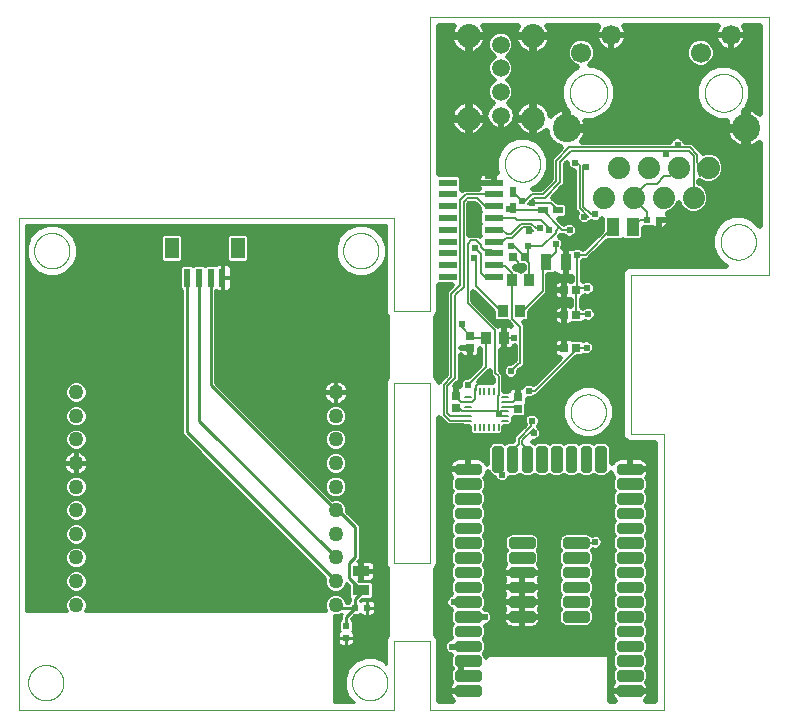
<source format=gtl>
G75*
%MOIN*%
%OFA0B0*%
%FSLAX25Y25*%
%IPPOS*%
%LPD*%
%AMOC8*
5,1,8,0,0,1.08239X$1,22.5*
%
%ADD10C,0.00000*%
%ADD11C,0.00787*%
%ADD12C,0.07400*%
%ADD13C,0.09449*%
%ADD14C,0.06693*%
%ADD15C,0.05906*%
%ADD16C,0.07972*%
%ADD17C,0.02756*%
%ADD18R,0.06496X0.02362*%
%ADD19R,0.06000X0.02300*%
%ADD20R,0.03600X0.04100*%
%ADD21R,0.03800X0.05700*%
%ADD22R,0.03200X0.04200*%
%ADD23R,0.02200X0.02400*%
%ADD24R,0.04400X0.05900*%
%ADD25R,0.03400X0.02400*%
%ADD26R,0.02400X0.03400*%
%ADD27R,0.02800X0.02800*%
%ADD28R,0.05700X0.03800*%
%ADD29R,0.02400X0.02200*%
%ADD30C,0.05000*%
%ADD31R,0.02362X0.06102*%
%ADD32R,0.04724X0.07087*%
%ADD33C,0.01969*%
%ADD34C,0.00600*%
%ADD35C,0.02400*%
%ADD36C,0.01000*%
D10*
X0001000Y0012436D02*
X0001000Y0176436D01*
X0126000Y0176436D01*
X0126000Y0145436D01*
X0138000Y0145436D01*
X0138000Y0243436D01*
X0251000Y0243436D01*
X0251000Y0157436D01*
X0205000Y0157436D01*
X0205000Y0104436D01*
X0216000Y0104436D01*
X0216000Y0012436D01*
X0138000Y0012436D01*
X0138000Y0035436D01*
X0126000Y0035436D01*
X0126000Y0012436D01*
X0001000Y0012436D01*
X0004100Y0021436D02*
X0004102Y0021589D01*
X0004108Y0021742D01*
X0004118Y0021895D01*
X0004132Y0022048D01*
X0004150Y0022200D01*
X0004171Y0022351D01*
X0004197Y0022502D01*
X0004227Y0022653D01*
X0004260Y0022802D01*
X0004298Y0022951D01*
X0004339Y0023098D01*
X0004384Y0023245D01*
X0004433Y0023390D01*
X0004485Y0023534D01*
X0004542Y0023676D01*
X0004602Y0023817D01*
X0004665Y0023956D01*
X0004733Y0024094D01*
X0004803Y0024230D01*
X0004878Y0024364D01*
X0004955Y0024496D01*
X0005037Y0024626D01*
X0005121Y0024754D01*
X0005209Y0024879D01*
X0005300Y0025002D01*
X0005394Y0025123D01*
X0005491Y0025241D01*
X0005592Y0025357D01*
X0005695Y0025470D01*
X0005801Y0025581D01*
X0005910Y0025688D01*
X0006022Y0025793D01*
X0006136Y0025895D01*
X0006253Y0025994D01*
X0006373Y0026089D01*
X0006495Y0026182D01*
X0006619Y0026271D01*
X0006746Y0026358D01*
X0006875Y0026440D01*
X0007006Y0026520D01*
X0007139Y0026596D01*
X0007274Y0026668D01*
X0007411Y0026737D01*
X0007549Y0026803D01*
X0007689Y0026865D01*
X0007831Y0026923D01*
X0007974Y0026977D01*
X0008119Y0027028D01*
X0008264Y0027075D01*
X0008411Y0027118D01*
X0008559Y0027157D01*
X0008708Y0027193D01*
X0008858Y0027224D01*
X0009009Y0027252D01*
X0009160Y0027276D01*
X0009312Y0027296D01*
X0009465Y0027312D01*
X0009617Y0027324D01*
X0009770Y0027332D01*
X0009923Y0027336D01*
X0010077Y0027336D01*
X0010230Y0027332D01*
X0010383Y0027324D01*
X0010535Y0027312D01*
X0010688Y0027296D01*
X0010840Y0027276D01*
X0010991Y0027252D01*
X0011142Y0027224D01*
X0011292Y0027193D01*
X0011441Y0027157D01*
X0011589Y0027118D01*
X0011736Y0027075D01*
X0011881Y0027028D01*
X0012026Y0026977D01*
X0012169Y0026923D01*
X0012311Y0026865D01*
X0012451Y0026803D01*
X0012589Y0026737D01*
X0012726Y0026668D01*
X0012861Y0026596D01*
X0012994Y0026520D01*
X0013125Y0026440D01*
X0013254Y0026358D01*
X0013381Y0026271D01*
X0013505Y0026182D01*
X0013627Y0026089D01*
X0013747Y0025994D01*
X0013864Y0025895D01*
X0013978Y0025793D01*
X0014090Y0025688D01*
X0014199Y0025581D01*
X0014305Y0025470D01*
X0014408Y0025357D01*
X0014509Y0025241D01*
X0014606Y0025123D01*
X0014700Y0025002D01*
X0014791Y0024879D01*
X0014879Y0024754D01*
X0014963Y0024626D01*
X0015045Y0024496D01*
X0015122Y0024364D01*
X0015197Y0024230D01*
X0015267Y0024094D01*
X0015335Y0023956D01*
X0015398Y0023817D01*
X0015458Y0023676D01*
X0015515Y0023534D01*
X0015567Y0023390D01*
X0015616Y0023245D01*
X0015661Y0023098D01*
X0015702Y0022951D01*
X0015740Y0022802D01*
X0015773Y0022653D01*
X0015803Y0022502D01*
X0015829Y0022351D01*
X0015850Y0022200D01*
X0015868Y0022048D01*
X0015882Y0021895D01*
X0015892Y0021742D01*
X0015898Y0021589D01*
X0015900Y0021436D01*
X0015898Y0021283D01*
X0015892Y0021130D01*
X0015882Y0020977D01*
X0015868Y0020824D01*
X0015850Y0020672D01*
X0015829Y0020521D01*
X0015803Y0020370D01*
X0015773Y0020219D01*
X0015740Y0020070D01*
X0015702Y0019921D01*
X0015661Y0019774D01*
X0015616Y0019627D01*
X0015567Y0019482D01*
X0015515Y0019338D01*
X0015458Y0019196D01*
X0015398Y0019055D01*
X0015335Y0018916D01*
X0015267Y0018778D01*
X0015197Y0018642D01*
X0015122Y0018508D01*
X0015045Y0018376D01*
X0014963Y0018246D01*
X0014879Y0018118D01*
X0014791Y0017993D01*
X0014700Y0017870D01*
X0014606Y0017749D01*
X0014509Y0017631D01*
X0014408Y0017515D01*
X0014305Y0017402D01*
X0014199Y0017291D01*
X0014090Y0017184D01*
X0013978Y0017079D01*
X0013864Y0016977D01*
X0013747Y0016878D01*
X0013627Y0016783D01*
X0013505Y0016690D01*
X0013381Y0016601D01*
X0013254Y0016514D01*
X0013125Y0016432D01*
X0012994Y0016352D01*
X0012861Y0016276D01*
X0012726Y0016204D01*
X0012589Y0016135D01*
X0012451Y0016069D01*
X0012311Y0016007D01*
X0012169Y0015949D01*
X0012026Y0015895D01*
X0011881Y0015844D01*
X0011736Y0015797D01*
X0011589Y0015754D01*
X0011441Y0015715D01*
X0011292Y0015679D01*
X0011142Y0015648D01*
X0010991Y0015620D01*
X0010840Y0015596D01*
X0010688Y0015576D01*
X0010535Y0015560D01*
X0010383Y0015548D01*
X0010230Y0015540D01*
X0010077Y0015536D01*
X0009923Y0015536D01*
X0009770Y0015540D01*
X0009617Y0015548D01*
X0009465Y0015560D01*
X0009312Y0015576D01*
X0009160Y0015596D01*
X0009009Y0015620D01*
X0008858Y0015648D01*
X0008708Y0015679D01*
X0008559Y0015715D01*
X0008411Y0015754D01*
X0008264Y0015797D01*
X0008119Y0015844D01*
X0007974Y0015895D01*
X0007831Y0015949D01*
X0007689Y0016007D01*
X0007549Y0016069D01*
X0007411Y0016135D01*
X0007274Y0016204D01*
X0007139Y0016276D01*
X0007006Y0016352D01*
X0006875Y0016432D01*
X0006746Y0016514D01*
X0006619Y0016601D01*
X0006495Y0016690D01*
X0006373Y0016783D01*
X0006253Y0016878D01*
X0006136Y0016977D01*
X0006022Y0017079D01*
X0005910Y0017184D01*
X0005801Y0017291D01*
X0005695Y0017402D01*
X0005592Y0017515D01*
X0005491Y0017631D01*
X0005394Y0017749D01*
X0005300Y0017870D01*
X0005209Y0017993D01*
X0005121Y0018118D01*
X0005037Y0018246D01*
X0004955Y0018376D01*
X0004878Y0018508D01*
X0004803Y0018642D01*
X0004733Y0018778D01*
X0004665Y0018916D01*
X0004602Y0019055D01*
X0004542Y0019196D01*
X0004485Y0019338D01*
X0004433Y0019482D01*
X0004384Y0019627D01*
X0004339Y0019774D01*
X0004298Y0019921D01*
X0004260Y0020070D01*
X0004227Y0020219D01*
X0004197Y0020370D01*
X0004171Y0020521D01*
X0004150Y0020672D01*
X0004132Y0020824D01*
X0004118Y0020977D01*
X0004108Y0021130D01*
X0004102Y0021283D01*
X0004100Y0021436D01*
X0112100Y0021436D02*
X0112102Y0021589D01*
X0112108Y0021742D01*
X0112118Y0021895D01*
X0112132Y0022048D01*
X0112150Y0022200D01*
X0112171Y0022351D01*
X0112197Y0022502D01*
X0112227Y0022653D01*
X0112260Y0022802D01*
X0112298Y0022951D01*
X0112339Y0023098D01*
X0112384Y0023245D01*
X0112433Y0023390D01*
X0112485Y0023534D01*
X0112542Y0023676D01*
X0112602Y0023817D01*
X0112665Y0023956D01*
X0112733Y0024094D01*
X0112803Y0024230D01*
X0112878Y0024364D01*
X0112955Y0024496D01*
X0113037Y0024626D01*
X0113121Y0024754D01*
X0113209Y0024879D01*
X0113300Y0025002D01*
X0113394Y0025123D01*
X0113491Y0025241D01*
X0113592Y0025357D01*
X0113695Y0025470D01*
X0113801Y0025581D01*
X0113910Y0025688D01*
X0114022Y0025793D01*
X0114136Y0025895D01*
X0114253Y0025994D01*
X0114373Y0026089D01*
X0114495Y0026182D01*
X0114619Y0026271D01*
X0114746Y0026358D01*
X0114875Y0026440D01*
X0115006Y0026520D01*
X0115139Y0026596D01*
X0115274Y0026668D01*
X0115411Y0026737D01*
X0115549Y0026803D01*
X0115689Y0026865D01*
X0115831Y0026923D01*
X0115974Y0026977D01*
X0116119Y0027028D01*
X0116264Y0027075D01*
X0116411Y0027118D01*
X0116559Y0027157D01*
X0116708Y0027193D01*
X0116858Y0027224D01*
X0117009Y0027252D01*
X0117160Y0027276D01*
X0117312Y0027296D01*
X0117465Y0027312D01*
X0117617Y0027324D01*
X0117770Y0027332D01*
X0117923Y0027336D01*
X0118077Y0027336D01*
X0118230Y0027332D01*
X0118383Y0027324D01*
X0118535Y0027312D01*
X0118688Y0027296D01*
X0118840Y0027276D01*
X0118991Y0027252D01*
X0119142Y0027224D01*
X0119292Y0027193D01*
X0119441Y0027157D01*
X0119589Y0027118D01*
X0119736Y0027075D01*
X0119881Y0027028D01*
X0120026Y0026977D01*
X0120169Y0026923D01*
X0120311Y0026865D01*
X0120451Y0026803D01*
X0120589Y0026737D01*
X0120726Y0026668D01*
X0120861Y0026596D01*
X0120994Y0026520D01*
X0121125Y0026440D01*
X0121254Y0026358D01*
X0121381Y0026271D01*
X0121505Y0026182D01*
X0121627Y0026089D01*
X0121747Y0025994D01*
X0121864Y0025895D01*
X0121978Y0025793D01*
X0122090Y0025688D01*
X0122199Y0025581D01*
X0122305Y0025470D01*
X0122408Y0025357D01*
X0122509Y0025241D01*
X0122606Y0025123D01*
X0122700Y0025002D01*
X0122791Y0024879D01*
X0122879Y0024754D01*
X0122963Y0024626D01*
X0123045Y0024496D01*
X0123122Y0024364D01*
X0123197Y0024230D01*
X0123267Y0024094D01*
X0123335Y0023956D01*
X0123398Y0023817D01*
X0123458Y0023676D01*
X0123515Y0023534D01*
X0123567Y0023390D01*
X0123616Y0023245D01*
X0123661Y0023098D01*
X0123702Y0022951D01*
X0123740Y0022802D01*
X0123773Y0022653D01*
X0123803Y0022502D01*
X0123829Y0022351D01*
X0123850Y0022200D01*
X0123868Y0022048D01*
X0123882Y0021895D01*
X0123892Y0021742D01*
X0123898Y0021589D01*
X0123900Y0021436D01*
X0123898Y0021283D01*
X0123892Y0021130D01*
X0123882Y0020977D01*
X0123868Y0020824D01*
X0123850Y0020672D01*
X0123829Y0020521D01*
X0123803Y0020370D01*
X0123773Y0020219D01*
X0123740Y0020070D01*
X0123702Y0019921D01*
X0123661Y0019774D01*
X0123616Y0019627D01*
X0123567Y0019482D01*
X0123515Y0019338D01*
X0123458Y0019196D01*
X0123398Y0019055D01*
X0123335Y0018916D01*
X0123267Y0018778D01*
X0123197Y0018642D01*
X0123122Y0018508D01*
X0123045Y0018376D01*
X0122963Y0018246D01*
X0122879Y0018118D01*
X0122791Y0017993D01*
X0122700Y0017870D01*
X0122606Y0017749D01*
X0122509Y0017631D01*
X0122408Y0017515D01*
X0122305Y0017402D01*
X0122199Y0017291D01*
X0122090Y0017184D01*
X0121978Y0017079D01*
X0121864Y0016977D01*
X0121747Y0016878D01*
X0121627Y0016783D01*
X0121505Y0016690D01*
X0121381Y0016601D01*
X0121254Y0016514D01*
X0121125Y0016432D01*
X0120994Y0016352D01*
X0120861Y0016276D01*
X0120726Y0016204D01*
X0120589Y0016135D01*
X0120451Y0016069D01*
X0120311Y0016007D01*
X0120169Y0015949D01*
X0120026Y0015895D01*
X0119881Y0015844D01*
X0119736Y0015797D01*
X0119589Y0015754D01*
X0119441Y0015715D01*
X0119292Y0015679D01*
X0119142Y0015648D01*
X0118991Y0015620D01*
X0118840Y0015596D01*
X0118688Y0015576D01*
X0118535Y0015560D01*
X0118383Y0015548D01*
X0118230Y0015540D01*
X0118077Y0015536D01*
X0117923Y0015536D01*
X0117770Y0015540D01*
X0117617Y0015548D01*
X0117465Y0015560D01*
X0117312Y0015576D01*
X0117160Y0015596D01*
X0117009Y0015620D01*
X0116858Y0015648D01*
X0116708Y0015679D01*
X0116559Y0015715D01*
X0116411Y0015754D01*
X0116264Y0015797D01*
X0116119Y0015844D01*
X0115974Y0015895D01*
X0115831Y0015949D01*
X0115689Y0016007D01*
X0115549Y0016069D01*
X0115411Y0016135D01*
X0115274Y0016204D01*
X0115139Y0016276D01*
X0115006Y0016352D01*
X0114875Y0016432D01*
X0114746Y0016514D01*
X0114619Y0016601D01*
X0114495Y0016690D01*
X0114373Y0016783D01*
X0114253Y0016878D01*
X0114136Y0016977D01*
X0114022Y0017079D01*
X0113910Y0017184D01*
X0113801Y0017291D01*
X0113695Y0017402D01*
X0113592Y0017515D01*
X0113491Y0017631D01*
X0113394Y0017749D01*
X0113300Y0017870D01*
X0113209Y0017993D01*
X0113121Y0018118D01*
X0113037Y0018246D01*
X0112955Y0018376D01*
X0112878Y0018508D01*
X0112803Y0018642D01*
X0112733Y0018778D01*
X0112665Y0018916D01*
X0112602Y0019055D01*
X0112542Y0019196D01*
X0112485Y0019338D01*
X0112433Y0019482D01*
X0112384Y0019627D01*
X0112339Y0019774D01*
X0112298Y0019921D01*
X0112260Y0020070D01*
X0112227Y0020219D01*
X0112197Y0020370D01*
X0112171Y0020521D01*
X0112150Y0020672D01*
X0112132Y0020824D01*
X0112118Y0020977D01*
X0112108Y0021130D01*
X0112102Y0021283D01*
X0112100Y0021436D01*
X0126000Y0061436D02*
X0126000Y0121436D01*
X0138000Y0121436D01*
X0138000Y0061436D01*
X0126000Y0061436D01*
X0184921Y0111620D02*
X0184923Y0111773D01*
X0184929Y0111927D01*
X0184939Y0112080D01*
X0184953Y0112232D01*
X0184971Y0112385D01*
X0184993Y0112536D01*
X0185018Y0112687D01*
X0185048Y0112838D01*
X0185082Y0112988D01*
X0185119Y0113136D01*
X0185160Y0113284D01*
X0185205Y0113430D01*
X0185254Y0113576D01*
X0185307Y0113720D01*
X0185363Y0113862D01*
X0185423Y0114003D01*
X0185487Y0114143D01*
X0185554Y0114281D01*
X0185625Y0114417D01*
X0185700Y0114551D01*
X0185777Y0114683D01*
X0185859Y0114813D01*
X0185943Y0114941D01*
X0186031Y0115067D01*
X0186122Y0115190D01*
X0186216Y0115311D01*
X0186314Y0115429D01*
X0186414Y0115545D01*
X0186518Y0115658D01*
X0186624Y0115769D01*
X0186733Y0115877D01*
X0186845Y0115982D01*
X0186959Y0116083D01*
X0187077Y0116182D01*
X0187196Y0116278D01*
X0187318Y0116371D01*
X0187443Y0116460D01*
X0187570Y0116547D01*
X0187699Y0116629D01*
X0187830Y0116709D01*
X0187963Y0116785D01*
X0188098Y0116858D01*
X0188235Y0116927D01*
X0188374Y0116992D01*
X0188514Y0117054D01*
X0188656Y0117112D01*
X0188799Y0117167D01*
X0188944Y0117218D01*
X0189090Y0117265D01*
X0189237Y0117308D01*
X0189385Y0117347D01*
X0189534Y0117383D01*
X0189684Y0117414D01*
X0189835Y0117442D01*
X0189986Y0117466D01*
X0190139Y0117486D01*
X0190291Y0117502D01*
X0190444Y0117514D01*
X0190597Y0117522D01*
X0190750Y0117526D01*
X0190904Y0117526D01*
X0191057Y0117522D01*
X0191210Y0117514D01*
X0191363Y0117502D01*
X0191515Y0117486D01*
X0191668Y0117466D01*
X0191819Y0117442D01*
X0191970Y0117414D01*
X0192120Y0117383D01*
X0192269Y0117347D01*
X0192417Y0117308D01*
X0192564Y0117265D01*
X0192710Y0117218D01*
X0192855Y0117167D01*
X0192998Y0117112D01*
X0193140Y0117054D01*
X0193280Y0116992D01*
X0193419Y0116927D01*
X0193556Y0116858D01*
X0193691Y0116785D01*
X0193824Y0116709D01*
X0193955Y0116629D01*
X0194084Y0116547D01*
X0194211Y0116460D01*
X0194336Y0116371D01*
X0194458Y0116278D01*
X0194577Y0116182D01*
X0194695Y0116083D01*
X0194809Y0115982D01*
X0194921Y0115877D01*
X0195030Y0115769D01*
X0195136Y0115658D01*
X0195240Y0115545D01*
X0195340Y0115429D01*
X0195438Y0115311D01*
X0195532Y0115190D01*
X0195623Y0115067D01*
X0195711Y0114941D01*
X0195795Y0114813D01*
X0195877Y0114683D01*
X0195954Y0114551D01*
X0196029Y0114417D01*
X0196100Y0114281D01*
X0196167Y0114143D01*
X0196231Y0114003D01*
X0196291Y0113862D01*
X0196347Y0113720D01*
X0196400Y0113576D01*
X0196449Y0113430D01*
X0196494Y0113284D01*
X0196535Y0113136D01*
X0196572Y0112988D01*
X0196606Y0112838D01*
X0196636Y0112687D01*
X0196661Y0112536D01*
X0196683Y0112385D01*
X0196701Y0112232D01*
X0196715Y0112080D01*
X0196725Y0111927D01*
X0196731Y0111773D01*
X0196733Y0111620D01*
X0196731Y0111467D01*
X0196725Y0111313D01*
X0196715Y0111160D01*
X0196701Y0111008D01*
X0196683Y0110855D01*
X0196661Y0110704D01*
X0196636Y0110553D01*
X0196606Y0110402D01*
X0196572Y0110252D01*
X0196535Y0110104D01*
X0196494Y0109956D01*
X0196449Y0109810D01*
X0196400Y0109664D01*
X0196347Y0109520D01*
X0196291Y0109378D01*
X0196231Y0109237D01*
X0196167Y0109097D01*
X0196100Y0108959D01*
X0196029Y0108823D01*
X0195954Y0108689D01*
X0195877Y0108557D01*
X0195795Y0108427D01*
X0195711Y0108299D01*
X0195623Y0108173D01*
X0195532Y0108050D01*
X0195438Y0107929D01*
X0195340Y0107811D01*
X0195240Y0107695D01*
X0195136Y0107582D01*
X0195030Y0107471D01*
X0194921Y0107363D01*
X0194809Y0107258D01*
X0194695Y0107157D01*
X0194577Y0107058D01*
X0194458Y0106962D01*
X0194336Y0106869D01*
X0194211Y0106780D01*
X0194084Y0106693D01*
X0193955Y0106611D01*
X0193824Y0106531D01*
X0193691Y0106455D01*
X0193556Y0106382D01*
X0193419Y0106313D01*
X0193280Y0106248D01*
X0193140Y0106186D01*
X0192998Y0106128D01*
X0192855Y0106073D01*
X0192710Y0106022D01*
X0192564Y0105975D01*
X0192417Y0105932D01*
X0192269Y0105893D01*
X0192120Y0105857D01*
X0191970Y0105826D01*
X0191819Y0105798D01*
X0191668Y0105774D01*
X0191515Y0105754D01*
X0191363Y0105738D01*
X0191210Y0105726D01*
X0191057Y0105718D01*
X0190904Y0105714D01*
X0190750Y0105714D01*
X0190597Y0105718D01*
X0190444Y0105726D01*
X0190291Y0105738D01*
X0190139Y0105754D01*
X0189986Y0105774D01*
X0189835Y0105798D01*
X0189684Y0105826D01*
X0189534Y0105857D01*
X0189385Y0105893D01*
X0189237Y0105932D01*
X0189090Y0105975D01*
X0188944Y0106022D01*
X0188799Y0106073D01*
X0188656Y0106128D01*
X0188514Y0106186D01*
X0188374Y0106248D01*
X0188235Y0106313D01*
X0188098Y0106382D01*
X0187963Y0106455D01*
X0187830Y0106531D01*
X0187699Y0106611D01*
X0187570Y0106693D01*
X0187443Y0106780D01*
X0187318Y0106869D01*
X0187196Y0106962D01*
X0187077Y0107058D01*
X0186959Y0107157D01*
X0186845Y0107258D01*
X0186733Y0107363D01*
X0186624Y0107471D01*
X0186518Y0107582D01*
X0186414Y0107695D01*
X0186314Y0107811D01*
X0186216Y0107929D01*
X0186122Y0108050D01*
X0186031Y0108173D01*
X0185943Y0108299D01*
X0185859Y0108427D01*
X0185777Y0108557D01*
X0185700Y0108689D01*
X0185625Y0108823D01*
X0185554Y0108959D01*
X0185487Y0109097D01*
X0185423Y0109237D01*
X0185363Y0109378D01*
X0185307Y0109520D01*
X0185254Y0109664D01*
X0185205Y0109810D01*
X0185160Y0109956D01*
X0185119Y0110104D01*
X0185082Y0110252D01*
X0185048Y0110402D01*
X0185018Y0110553D01*
X0184993Y0110704D01*
X0184971Y0110855D01*
X0184953Y0111008D01*
X0184939Y0111160D01*
X0184929Y0111313D01*
X0184923Y0111467D01*
X0184921Y0111620D01*
X0234921Y0168339D02*
X0234923Y0168492D01*
X0234929Y0168646D01*
X0234939Y0168799D01*
X0234953Y0168951D01*
X0234971Y0169104D01*
X0234993Y0169255D01*
X0235018Y0169406D01*
X0235048Y0169557D01*
X0235082Y0169707D01*
X0235119Y0169855D01*
X0235160Y0170003D01*
X0235205Y0170149D01*
X0235254Y0170295D01*
X0235307Y0170439D01*
X0235363Y0170581D01*
X0235423Y0170722D01*
X0235487Y0170862D01*
X0235554Y0171000D01*
X0235625Y0171136D01*
X0235700Y0171270D01*
X0235777Y0171402D01*
X0235859Y0171532D01*
X0235943Y0171660D01*
X0236031Y0171786D01*
X0236122Y0171909D01*
X0236216Y0172030D01*
X0236314Y0172148D01*
X0236414Y0172264D01*
X0236518Y0172377D01*
X0236624Y0172488D01*
X0236733Y0172596D01*
X0236845Y0172701D01*
X0236959Y0172802D01*
X0237077Y0172901D01*
X0237196Y0172997D01*
X0237318Y0173090D01*
X0237443Y0173179D01*
X0237570Y0173266D01*
X0237699Y0173348D01*
X0237830Y0173428D01*
X0237963Y0173504D01*
X0238098Y0173577D01*
X0238235Y0173646D01*
X0238374Y0173711D01*
X0238514Y0173773D01*
X0238656Y0173831D01*
X0238799Y0173886D01*
X0238944Y0173937D01*
X0239090Y0173984D01*
X0239237Y0174027D01*
X0239385Y0174066D01*
X0239534Y0174102D01*
X0239684Y0174133D01*
X0239835Y0174161D01*
X0239986Y0174185D01*
X0240139Y0174205D01*
X0240291Y0174221D01*
X0240444Y0174233D01*
X0240597Y0174241D01*
X0240750Y0174245D01*
X0240904Y0174245D01*
X0241057Y0174241D01*
X0241210Y0174233D01*
X0241363Y0174221D01*
X0241515Y0174205D01*
X0241668Y0174185D01*
X0241819Y0174161D01*
X0241970Y0174133D01*
X0242120Y0174102D01*
X0242269Y0174066D01*
X0242417Y0174027D01*
X0242564Y0173984D01*
X0242710Y0173937D01*
X0242855Y0173886D01*
X0242998Y0173831D01*
X0243140Y0173773D01*
X0243280Y0173711D01*
X0243419Y0173646D01*
X0243556Y0173577D01*
X0243691Y0173504D01*
X0243824Y0173428D01*
X0243955Y0173348D01*
X0244084Y0173266D01*
X0244211Y0173179D01*
X0244336Y0173090D01*
X0244458Y0172997D01*
X0244577Y0172901D01*
X0244695Y0172802D01*
X0244809Y0172701D01*
X0244921Y0172596D01*
X0245030Y0172488D01*
X0245136Y0172377D01*
X0245240Y0172264D01*
X0245340Y0172148D01*
X0245438Y0172030D01*
X0245532Y0171909D01*
X0245623Y0171786D01*
X0245711Y0171660D01*
X0245795Y0171532D01*
X0245877Y0171402D01*
X0245954Y0171270D01*
X0246029Y0171136D01*
X0246100Y0171000D01*
X0246167Y0170862D01*
X0246231Y0170722D01*
X0246291Y0170581D01*
X0246347Y0170439D01*
X0246400Y0170295D01*
X0246449Y0170149D01*
X0246494Y0170003D01*
X0246535Y0169855D01*
X0246572Y0169707D01*
X0246606Y0169557D01*
X0246636Y0169406D01*
X0246661Y0169255D01*
X0246683Y0169104D01*
X0246701Y0168951D01*
X0246715Y0168799D01*
X0246725Y0168646D01*
X0246731Y0168492D01*
X0246733Y0168339D01*
X0246731Y0168186D01*
X0246725Y0168032D01*
X0246715Y0167879D01*
X0246701Y0167727D01*
X0246683Y0167574D01*
X0246661Y0167423D01*
X0246636Y0167272D01*
X0246606Y0167121D01*
X0246572Y0166971D01*
X0246535Y0166823D01*
X0246494Y0166675D01*
X0246449Y0166529D01*
X0246400Y0166383D01*
X0246347Y0166239D01*
X0246291Y0166097D01*
X0246231Y0165956D01*
X0246167Y0165816D01*
X0246100Y0165678D01*
X0246029Y0165542D01*
X0245954Y0165408D01*
X0245877Y0165276D01*
X0245795Y0165146D01*
X0245711Y0165018D01*
X0245623Y0164892D01*
X0245532Y0164769D01*
X0245438Y0164648D01*
X0245340Y0164530D01*
X0245240Y0164414D01*
X0245136Y0164301D01*
X0245030Y0164190D01*
X0244921Y0164082D01*
X0244809Y0163977D01*
X0244695Y0163876D01*
X0244577Y0163777D01*
X0244458Y0163681D01*
X0244336Y0163588D01*
X0244211Y0163499D01*
X0244084Y0163412D01*
X0243955Y0163330D01*
X0243824Y0163250D01*
X0243691Y0163174D01*
X0243556Y0163101D01*
X0243419Y0163032D01*
X0243280Y0162967D01*
X0243140Y0162905D01*
X0242998Y0162847D01*
X0242855Y0162792D01*
X0242710Y0162741D01*
X0242564Y0162694D01*
X0242417Y0162651D01*
X0242269Y0162612D01*
X0242120Y0162576D01*
X0241970Y0162545D01*
X0241819Y0162517D01*
X0241668Y0162493D01*
X0241515Y0162473D01*
X0241363Y0162457D01*
X0241210Y0162445D01*
X0241057Y0162437D01*
X0240904Y0162433D01*
X0240750Y0162433D01*
X0240597Y0162437D01*
X0240444Y0162445D01*
X0240291Y0162457D01*
X0240139Y0162473D01*
X0239986Y0162493D01*
X0239835Y0162517D01*
X0239684Y0162545D01*
X0239534Y0162576D01*
X0239385Y0162612D01*
X0239237Y0162651D01*
X0239090Y0162694D01*
X0238944Y0162741D01*
X0238799Y0162792D01*
X0238656Y0162847D01*
X0238514Y0162905D01*
X0238374Y0162967D01*
X0238235Y0163032D01*
X0238098Y0163101D01*
X0237963Y0163174D01*
X0237830Y0163250D01*
X0237699Y0163330D01*
X0237570Y0163412D01*
X0237443Y0163499D01*
X0237318Y0163588D01*
X0237196Y0163681D01*
X0237077Y0163777D01*
X0236959Y0163876D01*
X0236845Y0163977D01*
X0236733Y0164082D01*
X0236624Y0164190D01*
X0236518Y0164301D01*
X0236414Y0164414D01*
X0236314Y0164530D01*
X0236216Y0164648D01*
X0236122Y0164769D01*
X0236031Y0164892D01*
X0235943Y0165018D01*
X0235859Y0165146D01*
X0235777Y0165276D01*
X0235700Y0165408D01*
X0235625Y0165542D01*
X0235554Y0165678D01*
X0235487Y0165816D01*
X0235423Y0165956D01*
X0235363Y0166097D01*
X0235307Y0166239D01*
X0235254Y0166383D01*
X0235205Y0166529D01*
X0235160Y0166675D01*
X0235119Y0166823D01*
X0235082Y0166971D01*
X0235048Y0167121D01*
X0235018Y0167272D01*
X0234993Y0167423D01*
X0234971Y0167574D01*
X0234953Y0167727D01*
X0234939Y0167879D01*
X0234929Y0168032D01*
X0234923Y0168186D01*
X0234921Y0168339D01*
X0229639Y0218046D02*
X0229641Y0218204D01*
X0229647Y0218362D01*
X0229657Y0218520D01*
X0229671Y0218678D01*
X0229689Y0218835D01*
X0229710Y0218992D01*
X0229736Y0219148D01*
X0229766Y0219304D01*
X0229799Y0219459D01*
X0229837Y0219612D01*
X0229878Y0219765D01*
X0229923Y0219917D01*
X0229972Y0220068D01*
X0230025Y0220217D01*
X0230081Y0220365D01*
X0230141Y0220511D01*
X0230205Y0220656D01*
X0230273Y0220799D01*
X0230344Y0220941D01*
X0230418Y0221081D01*
X0230496Y0221218D01*
X0230578Y0221354D01*
X0230662Y0221488D01*
X0230751Y0221619D01*
X0230842Y0221748D01*
X0230937Y0221875D01*
X0231034Y0222000D01*
X0231135Y0222122D01*
X0231239Y0222241D01*
X0231346Y0222358D01*
X0231456Y0222472D01*
X0231569Y0222583D01*
X0231684Y0222692D01*
X0231802Y0222797D01*
X0231923Y0222899D01*
X0232046Y0222999D01*
X0232172Y0223095D01*
X0232300Y0223188D01*
X0232430Y0223278D01*
X0232563Y0223364D01*
X0232698Y0223448D01*
X0232834Y0223527D01*
X0232973Y0223604D01*
X0233114Y0223676D01*
X0233256Y0223746D01*
X0233400Y0223811D01*
X0233546Y0223873D01*
X0233693Y0223931D01*
X0233842Y0223986D01*
X0233992Y0224037D01*
X0234143Y0224084D01*
X0234295Y0224127D01*
X0234448Y0224166D01*
X0234603Y0224202D01*
X0234758Y0224233D01*
X0234914Y0224261D01*
X0235070Y0224285D01*
X0235227Y0224305D01*
X0235385Y0224321D01*
X0235542Y0224333D01*
X0235701Y0224341D01*
X0235859Y0224345D01*
X0236017Y0224345D01*
X0236175Y0224341D01*
X0236334Y0224333D01*
X0236491Y0224321D01*
X0236649Y0224305D01*
X0236806Y0224285D01*
X0236962Y0224261D01*
X0237118Y0224233D01*
X0237273Y0224202D01*
X0237428Y0224166D01*
X0237581Y0224127D01*
X0237733Y0224084D01*
X0237884Y0224037D01*
X0238034Y0223986D01*
X0238183Y0223931D01*
X0238330Y0223873D01*
X0238476Y0223811D01*
X0238620Y0223746D01*
X0238762Y0223676D01*
X0238903Y0223604D01*
X0239042Y0223527D01*
X0239178Y0223448D01*
X0239313Y0223364D01*
X0239446Y0223278D01*
X0239576Y0223188D01*
X0239704Y0223095D01*
X0239830Y0222999D01*
X0239953Y0222899D01*
X0240074Y0222797D01*
X0240192Y0222692D01*
X0240307Y0222583D01*
X0240420Y0222472D01*
X0240530Y0222358D01*
X0240637Y0222241D01*
X0240741Y0222122D01*
X0240842Y0222000D01*
X0240939Y0221875D01*
X0241034Y0221748D01*
X0241125Y0221619D01*
X0241214Y0221488D01*
X0241298Y0221354D01*
X0241380Y0221218D01*
X0241458Y0221081D01*
X0241532Y0220941D01*
X0241603Y0220799D01*
X0241671Y0220656D01*
X0241735Y0220511D01*
X0241795Y0220365D01*
X0241851Y0220217D01*
X0241904Y0220068D01*
X0241953Y0219917D01*
X0241998Y0219765D01*
X0242039Y0219612D01*
X0242077Y0219459D01*
X0242110Y0219304D01*
X0242140Y0219148D01*
X0242166Y0218992D01*
X0242187Y0218835D01*
X0242205Y0218678D01*
X0242219Y0218520D01*
X0242229Y0218362D01*
X0242235Y0218204D01*
X0242237Y0218046D01*
X0242235Y0217888D01*
X0242229Y0217730D01*
X0242219Y0217572D01*
X0242205Y0217414D01*
X0242187Y0217257D01*
X0242166Y0217100D01*
X0242140Y0216944D01*
X0242110Y0216788D01*
X0242077Y0216633D01*
X0242039Y0216480D01*
X0241998Y0216327D01*
X0241953Y0216175D01*
X0241904Y0216024D01*
X0241851Y0215875D01*
X0241795Y0215727D01*
X0241735Y0215581D01*
X0241671Y0215436D01*
X0241603Y0215293D01*
X0241532Y0215151D01*
X0241458Y0215011D01*
X0241380Y0214874D01*
X0241298Y0214738D01*
X0241214Y0214604D01*
X0241125Y0214473D01*
X0241034Y0214344D01*
X0240939Y0214217D01*
X0240842Y0214092D01*
X0240741Y0213970D01*
X0240637Y0213851D01*
X0240530Y0213734D01*
X0240420Y0213620D01*
X0240307Y0213509D01*
X0240192Y0213400D01*
X0240074Y0213295D01*
X0239953Y0213193D01*
X0239830Y0213093D01*
X0239704Y0212997D01*
X0239576Y0212904D01*
X0239446Y0212814D01*
X0239313Y0212728D01*
X0239178Y0212644D01*
X0239042Y0212565D01*
X0238903Y0212488D01*
X0238762Y0212416D01*
X0238620Y0212346D01*
X0238476Y0212281D01*
X0238330Y0212219D01*
X0238183Y0212161D01*
X0238034Y0212106D01*
X0237884Y0212055D01*
X0237733Y0212008D01*
X0237581Y0211965D01*
X0237428Y0211926D01*
X0237273Y0211890D01*
X0237118Y0211859D01*
X0236962Y0211831D01*
X0236806Y0211807D01*
X0236649Y0211787D01*
X0236491Y0211771D01*
X0236334Y0211759D01*
X0236175Y0211751D01*
X0236017Y0211747D01*
X0235859Y0211747D01*
X0235701Y0211751D01*
X0235542Y0211759D01*
X0235385Y0211771D01*
X0235227Y0211787D01*
X0235070Y0211807D01*
X0234914Y0211831D01*
X0234758Y0211859D01*
X0234603Y0211890D01*
X0234448Y0211926D01*
X0234295Y0211965D01*
X0234143Y0212008D01*
X0233992Y0212055D01*
X0233842Y0212106D01*
X0233693Y0212161D01*
X0233546Y0212219D01*
X0233400Y0212281D01*
X0233256Y0212346D01*
X0233114Y0212416D01*
X0232973Y0212488D01*
X0232834Y0212565D01*
X0232698Y0212644D01*
X0232563Y0212728D01*
X0232430Y0212814D01*
X0232300Y0212904D01*
X0232172Y0212997D01*
X0232046Y0213093D01*
X0231923Y0213193D01*
X0231802Y0213295D01*
X0231684Y0213400D01*
X0231569Y0213509D01*
X0231456Y0213620D01*
X0231346Y0213734D01*
X0231239Y0213851D01*
X0231135Y0213970D01*
X0231034Y0214092D01*
X0230937Y0214217D01*
X0230842Y0214344D01*
X0230751Y0214473D01*
X0230662Y0214604D01*
X0230578Y0214738D01*
X0230496Y0214874D01*
X0230418Y0215011D01*
X0230344Y0215151D01*
X0230273Y0215293D01*
X0230205Y0215436D01*
X0230141Y0215581D01*
X0230081Y0215727D01*
X0230025Y0215875D01*
X0229972Y0216024D01*
X0229923Y0216175D01*
X0229878Y0216327D01*
X0229837Y0216480D01*
X0229799Y0216633D01*
X0229766Y0216788D01*
X0229736Y0216944D01*
X0229710Y0217100D01*
X0229689Y0217257D01*
X0229671Y0217414D01*
X0229657Y0217572D01*
X0229647Y0217730D01*
X0229641Y0217888D01*
X0229639Y0218046D01*
X0184639Y0218046D02*
X0184641Y0218204D01*
X0184647Y0218362D01*
X0184657Y0218520D01*
X0184671Y0218678D01*
X0184689Y0218835D01*
X0184710Y0218992D01*
X0184736Y0219148D01*
X0184766Y0219304D01*
X0184799Y0219459D01*
X0184837Y0219612D01*
X0184878Y0219765D01*
X0184923Y0219917D01*
X0184972Y0220068D01*
X0185025Y0220217D01*
X0185081Y0220365D01*
X0185141Y0220511D01*
X0185205Y0220656D01*
X0185273Y0220799D01*
X0185344Y0220941D01*
X0185418Y0221081D01*
X0185496Y0221218D01*
X0185578Y0221354D01*
X0185662Y0221488D01*
X0185751Y0221619D01*
X0185842Y0221748D01*
X0185937Y0221875D01*
X0186034Y0222000D01*
X0186135Y0222122D01*
X0186239Y0222241D01*
X0186346Y0222358D01*
X0186456Y0222472D01*
X0186569Y0222583D01*
X0186684Y0222692D01*
X0186802Y0222797D01*
X0186923Y0222899D01*
X0187046Y0222999D01*
X0187172Y0223095D01*
X0187300Y0223188D01*
X0187430Y0223278D01*
X0187563Y0223364D01*
X0187698Y0223448D01*
X0187834Y0223527D01*
X0187973Y0223604D01*
X0188114Y0223676D01*
X0188256Y0223746D01*
X0188400Y0223811D01*
X0188546Y0223873D01*
X0188693Y0223931D01*
X0188842Y0223986D01*
X0188992Y0224037D01*
X0189143Y0224084D01*
X0189295Y0224127D01*
X0189448Y0224166D01*
X0189603Y0224202D01*
X0189758Y0224233D01*
X0189914Y0224261D01*
X0190070Y0224285D01*
X0190227Y0224305D01*
X0190385Y0224321D01*
X0190542Y0224333D01*
X0190701Y0224341D01*
X0190859Y0224345D01*
X0191017Y0224345D01*
X0191175Y0224341D01*
X0191334Y0224333D01*
X0191491Y0224321D01*
X0191649Y0224305D01*
X0191806Y0224285D01*
X0191962Y0224261D01*
X0192118Y0224233D01*
X0192273Y0224202D01*
X0192428Y0224166D01*
X0192581Y0224127D01*
X0192733Y0224084D01*
X0192884Y0224037D01*
X0193034Y0223986D01*
X0193183Y0223931D01*
X0193330Y0223873D01*
X0193476Y0223811D01*
X0193620Y0223746D01*
X0193762Y0223676D01*
X0193903Y0223604D01*
X0194042Y0223527D01*
X0194178Y0223448D01*
X0194313Y0223364D01*
X0194446Y0223278D01*
X0194576Y0223188D01*
X0194704Y0223095D01*
X0194830Y0222999D01*
X0194953Y0222899D01*
X0195074Y0222797D01*
X0195192Y0222692D01*
X0195307Y0222583D01*
X0195420Y0222472D01*
X0195530Y0222358D01*
X0195637Y0222241D01*
X0195741Y0222122D01*
X0195842Y0222000D01*
X0195939Y0221875D01*
X0196034Y0221748D01*
X0196125Y0221619D01*
X0196214Y0221488D01*
X0196298Y0221354D01*
X0196380Y0221218D01*
X0196458Y0221081D01*
X0196532Y0220941D01*
X0196603Y0220799D01*
X0196671Y0220656D01*
X0196735Y0220511D01*
X0196795Y0220365D01*
X0196851Y0220217D01*
X0196904Y0220068D01*
X0196953Y0219917D01*
X0196998Y0219765D01*
X0197039Y0219612D01*
X0197077Y0219459D01*
X0197110Y0219304D01*
X0197140Y0219148D01*
X0197166Y0218992D01*
X0197187Y0218835D01*
X0197205Y0218678D01*
X0197219Y0218520D01*
X0197229Y0218362D01*
X0197235Y0218204D01*
X0197237Y0218046D01*
X0197235Y0217888D01*
X0197229Y0217730D01*
X0197219Y0217572D01*
X0197205Y0217414D01*
X0197187Y0217257D01*
X0197166Y0217100D01*
X0197140Y0216944D01*
X0197110Y0216788D01*
X0197077Y0216633D01*
X0197039Y0216480D01*
X0196998Y0216327D01*
X0196953Y0216175D01*
X0196904Y0216024D01*
X0196851Y0215875D01*
X0196795Y0215727D01*
X0196735Y0215581D01*
X0196671Y0215436D01*
X0196603Y0215293D01*
X0196532Y0215151D01*
X0196458Y0215011D01*
X0196380Y0214874D01*
X0196298Y0214738D01*
X0196214Y0214604D01*
X0196125Y0214473D01*
X0196034Y0214344D01*
X0195939Y0214217D01*
X0195842Y0214092D01*
X0195741Y0213970D01*
X0195637Y0213851D01*
X0195530Y0213734D01*
X0195420Y0213620D01*
X0195307Y0213509D01*
X0195192Y0213400D01*
X0195074Y0213295D01*
X0194953Y0213193D01*
X0194830Y0213093D01*
X0194704Y0212997D01*
X0194576Y0212904D01*
X0194446Y0212814D01*
X0194313Y0212728D01*
X0194178Y0212644D01*
X0194042Y0212565D01*
X0193903Y0212488D01*
X0193762Y0212416D01*
X0193620Y0212346D01*
X0193476Y0212281D01*
X0193330Y0212219D01*
X0193183Y0212161D01*
X0193034Y0212106D01*
X0192884Y0212055D01*
X0192733Y0212008D01*
X0192581Y0211965D01*
X0192428Y0211926D01*
X0192273Y0211890D01*
X0192118Y0211859D01*
X0191962Y0211831D01*
X0191806Y0211807D01*
X0191649Y0211787D01*
X0191491Y0211771D01*
X0191334Y0211759D01*
X0191175Y0211751D01*
X0191017Y0211747D01*
X0190859Y0211747D01*
X0190701Y0211751D01*
X0190542Y0211759D01*
X0190385Y0211771D01*
X0190227Y0211787D01*
X0190070Y0211807D01*
X0189914Y0211831D01*
X0189758Y0211859D01*
X0189603Y0211890D01*
X0189448Y0211926D01*
X0189295Y0211965D01*
X0189143Y0212008D01*
X0188992Y0212055D01*
X0188842Y0212106D01*
X0188693Y0212161D01*
X0188546Y0212219D01*
X0188400Y0212281D01*
X0188256Y0212346D01*
X0188114Y0212416D01*
X0187973Y0212488D01*
X0187834Y0212565D01*
X0187698Y0212644D01*
X0187563Y0212728D01*
X0187430Y0212814D01*
X0187300Y0212904D01*
X0187172Y0212997D01*
X0187046Y0213093D01*
X0186923Y0213193D01*
X0186802Y0213295D01*
X0186684Y0213400D01*
X0186569Y0213509D01*
X0186456Y0213620D01*
X0186346Y0213734D01*
X0186239Y0213851D01*
X0186135Y0213970D01*
X0186034Y0214092D01*
X0185937Y0214217D01*
X0185842Y0214344D01*
X0185751Y0214473D01*
X0185662Y0214604D01*
X0185578Y0214738D01*
X0185496Y0214874D01*
X0185418Y0215011D01*
X0185344Y0215151D01*
X0185273Y0215293D01*
X0185205Y0215436D01*
X0185141Y0215581D01*
X0185081Y0215727D01*
X0185025Y0215875D01*
X0184972Y0216024D01*
X0184923Y0216175D01*
X0184878Y0216327D01*
X0184837Y0216480D01*
X0184799Y0216633D01*
X0184766Y0216788D01*
X0184736Y0216944D01*
X0184710Y0217100D01*
X0184689Y0217257D01*
X0184671Y0217414D01*
X0184657Y0217572D01*
X0184647Y0217730D01*
X0184641Y0217888D01*
X0184639Y0218046D01*
X0163023Y0194348D02*
X0163025Y0194501D01*
X0163031Y0194655D01*
X0163041Y0194808D01*
X0163055Y0194960D01*
X0163073Y0195113D01*
X0163095Y0195264D01*
X0163120Y0195415D01*
X0163150Y0195566D01*
X0163184Y0195716D01*
X0163221Y0195864D01*
X0163262Y0196012D01*
X0163307Y0196158D01*
X0163356Y0196304D01*
X0163409Y0196448D01*
X0163465Y0196590D01*
X0163525Y0196731D01*
X0163589Y0196871D01*
X0163656Y0197009D01*
X0163727Y0197145D01*
X0163802Y0197279D01*
X0163879Y0197411D01*
X0163961Y0197541D01*
X0164045Y0197669D01*
X0164133Y0197795D01*
X0164224Y0197918D01*
X0164318Y0198039D01*
X0164416Y0198157D01*
X0164516Y0198273D01*
X0164620Y0198386D01*
X0164726Y0198497D01*
X0164835Y0198605D01*
X0164947Y0198710D01*
X0165061Y0198811D01*
X0165179Y0198910D01*
X0165298Y0199006D01*
X0165420Y0199099D01*
X0165545Y0199188D01*
X0165672Y0199275D01*
X0165801Y0199357D01*
X0165932Y0199437D01*
X0166065Y0199513D01*
X0166200Y0199586D01*
X0166337Y0199655D01*
X0166476Y0199720D01*
X0166616Y0199782D01*
X0166758Y0199840D01*
X0166901Y0199895D01*
X0167046Y0199946D01*
X0167192Y0199993D01*
X0167339Y0200036D01*
X0167487Y0200075D01*
X0167636Y0200111D01*
X0167786Y0200142D01*
X0167937Y0200170D01*
X0168088Y0200194D01*
X0168241Y0200214D01*
X0168393Y0200230D01*
X0168546Y0200242D01*
X0168699Y0200250D01*
X0168852Y0200254D01*
X0169006Y0200254D01*
X0169159Y0200250D01*
X0169312Y0200242D01*
X0169465Y0200230D01*
X0169617Y0200214D01*
X0169770Y0200194D01*
X0169921Y0200170D01*
X0170072Y0200142D01*
X0170222Y0200111D01*
X0170371Y0200075D01*
X0170519Y0200036D01*
X0170666Y0199993D01*
X0170812Y0199946D01*
X0170957Y0199895D01*
X0171100Y0199840D01*
X0171242Y0199782D01*
X0171382Y0199720D01*
X0171521Y0199655D01*
X0171658Y0199586D01*
X0171793Y0199513D01*
X0171926Y0199437D01*
X0172057Y0199357D01*
X0172186Y0199275D01*
X0172313Y0199188D01*
X0172438Y0199099D01*
X0172560Y0199006D01*
X0172679Y0198910D01*
X0172797Y0198811D01*
X0172911Y0198710D01*
X0173023Y0198605D01*
X0173132Y0198497D01*
X0173238Y0198386D01*
X0173342Y0198273D01*
X0173442Y0198157D01*
X0173540Y0198039D01*
X0173634Y0197918D01*
X0173725Y0197795D01*
X0173813Y0197669D01*
X0173897Y0197541D01*
X0173979Y0197411D01*
X0174056Y0197279D01*
X0174131Y0197145D01*
X0174202Y0197009D01*
X0174269Y0196871D01*
X0174333Y0196731D01*
X0174393Y0196590D01*
X0174449Y0196448D01*
X0174502Y0196304D01*
X0174551Y0196158D01*
X0174596Y0196012D01*
X0174637Y0195864D01*
X0174674Y0195716D01*
X0174708Y0195566D01*
X0174738Y0195415D01*
X0174763Y0195264D01*
X0174785Y0195113D01*
X0174803Y0194960D01*
X0174817Y0194808D01*
X0174827Y0194655D01*
X0174833Y0194501D01*
X0174835Y0194348D01*
X0174833Y0194195D01*
X0174827Y0194041D01*
X0174817Y0193888D01*
X0174803Y0193736D01*
X0174785Y0193583D01*
X0174763Y0193432D01*
X0174738Y0193281D01*
X0174708Y0193130D01*
X0174674Y0192980D01*
X0174637Y0192832D01*
X0174596Y0192684D01*
X0174551Y0192538D01*
X0174502Y0192392D01*
X0174449Y0192248D01*
X0174393Y0192106D01*
X0174333Y0191965D01*
X0174269Y0191825D01*
X0174202Y0191687D01*
X0174131Y0191551D01*
X0174056Y0191417D01*
X0173979Y0191285D01*
X0173897Y0191155D01*
X0173813Y0191027D01*
X0173725Y0190901D01*
X0173634Y0190778D01*
X0173540Y0190657D01*
X0173442Y0190539D01*
X0173342Y0190423D01*
X0173238Y0190310D01*
X0173132Y0190199D01*
X0173023Y0190091D01*
X0172911Y0189986D01*
X0172797Y0189885D01*
X0172679Y0189786D01*
X0172560Y0189690D01*
X0172438Y0189597D01*
X0172313Y0189508D01*
X0172186Y0189421D01*
X0172057Y0189339D01*
X0171926Y0189259D01*
X0171793Y0189183D01*
X0171658Y0189110D01*
X0171521Y0189041D01*
X0171382Y0188976D01*
X0171242Y0188914D01*
X0171100Y0188856D01*
X0170957Y0188801D01*
X0170812Y0188750D01*
X0170666Y0188703D01*
X0170519Y0188660D01*
X0170371Y0188621D01*
X0170222Y0188585D01*
X0170072Y0188554D01*
X0169921Y0188526D01*
X0169770Y0188502D01*
X0169617Y0188482D01*
X0169465Y0188466D01*
X0169312Y0188454D01*
X0169159Y0188446D01*
X0169006Y0188442D01*
X0168852Y0188442D01*
X0168699Y0188446D01*
X0168546Y0188454D01*
X0168393Y0188466D01*
X0168241Y0188482D01*
X0168088Y0188502D01*
X0167937Y0188526D01*
X0167786Y0188554D01*
X0167636Y0188585D01*
X0167487Y0188621D01*
X0167339Y0188660D01*
X0167192Y0188703D01*
X0167046Y0188750D01*
X0166901Y0188801D01*
X0166758Y0188856D01*
X0166616Y0188914D01*
X0166476Y0188976D01*
X0166337Y0189041D01*
X0166200Y0189110D01*
X0166065Y0189183D01*
X0165932Y0189259D01*
X0165801Y0189339D01*
X0165672Y0189421D01*
X0165545Y0189508D01*
X0165420Y0189597D01*
X0165298Y0189690D01*
X0165179Y0189786D01*
X0165061Y0189885D01*
X0164947Y0189986D01*
X0164835Y0190091D01*
X0164726Y0190199D01*
X0164620Y0190310D01*
X0164516Y0190423D01*
X0164416Y0190539D01*
X0164318Y0190657D01*
X0164224Y0190778D01*
X0164133Y0190901D01*
X0164045Y0191027D01*
X0163961Y0191155D01*
X0163879Y0191285D01*
X0163802Y0191417D01*
X0163727Y0191551D01*
X0163656Y0191687D01*
X0163589Y0191825D01*
X0163525Y0191965D01*
X0163465Y0192106D01*
X0163409Y0192248D01*
X0163356Y0192392D01*
X0163307Y0192538D01*
X0163262Y0192684D01*
X0163221Y0192832D01*
X0163184Y0192980D01*
X0163150Y0193130D01*
X0163120Y0193281D01*
X0163095Y0193432D01*
X0163073Y0193583D01*
X0163055Y0193736D01*
X0163041Y0193888D01*
X0163031Y0194041D01*
X0163025Y0194195D01*
X0163023Y0194348D01*
X0109100Y0165436D02*
X0109102Y0165589D01*
X0109108Y0165742D01*
X0109118Y0165895D01*
X0109132Y0166048D01*
X0109150Y0166200D01*
X0109171Y0166351D01*
X0109197Y0166502D01*
X0109227Y0166653D01*
X0109260Y0166802D01*
X0109298Y0166951D01*
X0109339Y0167098D01*
X0109384Y0167245D01*
X0109433Y0167390D01*
X0109485Y0167534D01*
X0109542Y0167676D01*
X0109602Y0167817D01*
X0109665Y0167956D01*
X0109733Y0168094D01*
X0109803Y0168230D01*
X0109878Y0168364D01*
X0109955Y0168496D01*
X0110037Y0168626D01*
X0110121Y0168754D01*
X0110209Y0168879D01*
X0110300Y0169002D01*
X0110394Y0169123D01*
X0110491Y0169241D01*
X0110592Y0169357D01*
X0110695Y0169470D01*
X0110801Y0169581D01*
X0110910Y0169688D01*
X0111022Y0169793D01*
X0111136Y0169895D01*
X0111253Y0169994D01*
X0111373Y0170089D01*
X0111495Y0170182D01*
X0111619Y0170271D01*
X0111746Y0170358D01*
X0111875Y0170440D01*
X0112006Y0170520D01*
X0112139Y0170596D01*
X0112274Y0170668D01*
X0112411Y0170737D01*
X0112549Y0170803D01*
X0112689Y0170865D01*
X0112831Y0170923D01*
X0112974Y0170977D01*
X0113119Y0171028D01*
X0113264Y0171075D01*
X0113411Y0171118D01*
X0113559Y0171157D01*
X0113708Y0171193D01*
X0113858Y0171224D01*
X0114009Y0171252D01*
X0114160Y0171276D01*
X0114312Y0171296D01*
X0114465Y0171312D01*
X0114617Y0171324D01*
X0114770Y0171332D01*
X0114923Y0171336D01*
X0115077Y0171336D01*
X0115230Y0171332D01*
X0115383Y0171324D01*
X0115535Y0171312D01*
X0115688Y0171296D01*
X0115840Y0171276D01*
X0115991Y0171252D01*
X0116142Y0171224D01*
X0116292Y0171193D01*
X0116441Y0171157D01*
X0116589Y0171118D01*
X0116736Y0171075D01*
X0116881Y0171028D01*
X0117026Y0170977D01*
X0117169Y0170923D01*
X0117311Y0170865D01*
X0117451Y0170803D01*
X0117589Y0170737D01*
X0117726Y0170668D01*
X0117861Y0170596D01*
X0117994Y0170520D01*
X0118125Y0170440D01*
X0118254Y0170358D01*
X0118381Y0170271D01*
X0118505Y0170182D01*
X0118627Y0170089D01*
X0118747Y0169994D01*
X0118864Y0169895D01*
X0118978Y0169793D01*
X0119090Y0169688D01*
X0119199Y0169581D01*
X0119305Y0169470D01*
X0119408Y0169357D01*
X0119509Y0169241D01*
X0119606Y0169123D01*
X0119700Y0169002D01*
X0119791Y0168879D01*
X0119879Y0168754D01*
X0119963Y0168626D01*
X0120045Y0168496D01*
X0120122Y0168364D01*
X0120197Y0168230D01*
X0120267Y0168094D01*
X0120335Y0167956D01*
X0120398Y0167817D01*
X0120458Y0167676D01*
X0120515Y0167534D01*
X0120567Y0167390D01*
X0120616Y0167245D01*
X0120661Y0167098D01*
X0120702Y0166951D01*
X0120740Y0166802D01*
X0120773Y0166653D01*
X0120803Y0166502D01*
X0120829Y0166351D01*
X0120850Y0166200D01*
X0120868Y0166048D01*
X0120882Y0165895D01*
X0120892Y0165742D01*
X0120898Y0165589D01*
X0120900Y0165436D01*
X0120898Y0165283D01*
X0120892Y0165130D01*
X0120882Y0164977D01*
X0120868Y0164824D01*
X0120850Y0164672D01*
X0120829Y0164521D01*
X0120803Y0164370D01*
X0120773Y0164219D01*
X0120740Y0164070D01*
X0120702Y0163921D01*
X0120661Y0163774D01*
X0120616Y0163627D01*
X0120567Y0163482D01*
X0120515Y0163338D01*
X0120458Y0163196D01*
X0120398Y0163055D01*
X0120335Y0162916D01*
X0120267Y0162778D01*
X0120197Y0162642D01*
X0120122Y0162508D01*
X0120045Y0162376D01*
X0119963Y0162246D01*
X0119879Y0162118D01*
X0119791Y0161993D01*
X0119700Y0161870D01*
X0119606Y0161749D01*
X0119509Y0161631D01*
X0119408Y0161515D01*
X0119305Y0161402D01*
X0119199Y0161291D01*
X0119090Y0161184D01*
X0118978Y0161079D01*
X0118864Y0160977D01*
X0118747Y0160878D01*
X0118627Y0160783D01*
X0118505Y0160690D01*
X0118381Y0160601D01*
X0118254Y0160514D01*
X0118125Y0160432D01*
X0117994Y0160352D01*
X0117861Y0160276D01*
X0117726Y0160204D01*
X0117589Y0160135D01*
X0117451Y0160069D01*
X0117311Y0160007D01*
X0117169Y0159949D01*
X0117026Y0159895D01*
X0116881Y0159844D01*
X0116736Y0159797D01*
X0116589Y0159754D01*
X0116441Y0159715D01*
X0116292Y0159679D01*
X0116142Y0159648D01*
X0115991Y0159620D01*
X0115840Y0159596D01*
X0115688Y0159576D01*
X0115535Y0159560D01*
X0115383Y0159548D01*
X0115230Y0159540D01*
X0115077Y0159536D01*
X0114923Y0159536D01*
X0114770Y0159540D01*
X0114617Y0159548D01*
X0114465Y0159560D01*
X0114312Y0159576D01*
X0114160Y0159596D01*
X0114009Y0159620D01*
X0113858Y0159648D01*
X0113708Y0159679D01*
X0113559Y0159715D01*
X0113411Y0159754D01*
X0113264Y0159797D01*
X0113119Y0159844D01*
X0112974Y0159895D01*
X0112831Y0159949D01*
X0112689Y0160007D01*
X0112549Y0160069D01*
X0112411Y0160135D01*
X0112274Y0160204D01*
X0112139Y0160276D01*
X0112006Y0160352D01*
X0111875Y0160432D01*
X0111746Y0160514D01*
X0111619Y0160601D01*
X0111495Y0160690D01*
X0111373Y0160783D01*
X0111253Y0160878D01*
X0111136Y0160977D01*
X0111022Y0161079D01*
X0110910Y0161184D01*
X0110801Y0161291D01*
X0110695Y0161402D01*
X0110592Y0161515D01*
X0110491Y0161631D01*
X0110394Y0161749D01*
X0110300Y0161870D01*
X0110209Y0161993D01*
X0110121Y0162118D01*
X0110037Y0162246D01*
X0109955Y0162376D01*
X0109878Y0162508D01*
X0109803Y0162642D01*
X0109733Y0162778D01*
X0109665Y0162916D01*
X0109602Y0163055D01*
X0109542Y0163196D01*
X0109485Y0163338D01*
X0109433Y0163482D01*
X0109384Y0163627D01*
X0109339Y0163774D01*
X0109298Y0163921D01*
X0109260Y0164070D01*
X0109227Y0164219D01*
X0109197Y0164370D01*
X0109171Y0164521D01*
X0109150Y0164672D01*
X0109132Y0164824D01*
X0109118Y0164977D01*
X0109108Y0165130D01*
X0109102Y0165283D01*
X0109100Y0165436D01*
X0006100Y0165436D02*
X0006102Y0165589D01*
X0006108Y0165742D01*
X0006118Y0165895D01*
X0006132Y0166048D01*
X0006150Y0166200D01*
X0006171Y0166351D01*
X0006197Y0166502D01*
X0006227Y0166653D01*
X0006260Y0166802D01*
X0006298Y0166951D01*
X0006339Y0167098D01*
X0006384Y0167245D01*
X0006433Y0167390D01*
X0006485Y0167534D01*
X0006542Y0167676D01*
X0006602Y0167817D01*
X0006665Y0167956D01*
X0006733Y0168094D01*
X0006803Y0168230D01*
X0006878Y0168364D01*
X0006955Y0168496D01*
X0007037Y0168626D01*
X0007121Y0168754D01*
X0007209Y0168879D01*
X0007300Y0169002D01*
X0007394Y0169123D01*
X0007491Y0169241D01*
X0007592Y0169357D01*
X0007695Y0169470D01*
X0007801Y0169581D01*
X0007910Y0169688D01*
X0008022Y0169793D01*
X0008136Y0169895D01*
X0008253Y0169994D01*
X0008373Y0170089D01*
X0008495Y0170182D01*
X0008619Y0170271D01*
X0008746Y0170358D01*
X0008875Y0170440D01*
X0009006Y0170520D01*
X0009139Y0170596D01*
X0009274Y0170668D01*
X0009411Y0170737D01*
X0009549Y0170803D01*
X0009689Y0170865D01*
X0009831Y0170923D01*
X0009974Y0170977D01*
X0010119Y0171028D01*
X0010264Y0171075D01*
X0010411Y0171118D01*
X0010559Y0171157D01*
X0010708Y0171193D01*
X0010858Y0171224D01*
X0011009Y0171252D01*
X0011160Y0171276D01*
X0011312Y0171296D01*
X0011465Y0171312D01*
X0011617Y0171324D01*
X0011770Y0171332D01*
X0011923Y0171336D01*
X0012077Y0171336D01*
X0012230Y0171332D01*
X0012383Y0171324D01*
X0012535Y0171312D01*
X0012688Y0171296D01*
X0012840Y0171276D01*
X0012991Y0171252D01*
X0013142Y0171224D01*
X0013292Y0171193D01*
X0013441Y0171157D01*
X0013589Y0171118D01*
X0013736Y0171075D01*
X0013881Y0171028D01*
X0014026Y0170977D01*
X0014169Y0170923D01*
X0014311Y0170865D01*
X0014451Y0170803D01*
X0014589Y0170737D01*
X0014726Y0170668D01*
X0014861Y0170596D01*
X0014994Y0170520D01*
X0015125Y0170440D01*
X0015254Y0170358D01*
X0015381Y0170271D01*
X0015505Y0170182D01*
X0015627Y0170089D01*
X0015747Y0169994D01*
X0015864Y0169895D01*
X0015978Y0169793D01*
X0016090Y0169688D01*
X0016199Y0169581D01*
X0016305Y0169470D01*
X0016408Y0169357D01*
X0016509Y0169241D01*
X0016606Y0169123D01*
X0016700Y0169002D01*
X0016791Y0168879D01*
X0016879Y0168754D01*
X0016963Y0168626D01*
X0017045Y0168496D01*
X0017122Y0168364D01*
X0017197Y0168230D01*
X0017267Y0168094D01*
X0017335Y0167956D01*
X0017398Y0167817D01*
X0017458Y0167676D01*
X0017515Y0167534D01*
X0017567Y0167390D01*
X0017616Y0167245D01*
X0017661Y0167098D01*
X0017702Y0166951D01*
X0017740Y0166802D01*
X0017773Y0166653D01*
X0017803Y0166502D01*
X0017829Y0166351D01*
X0017850Y0166200D01*
X0017868Y0166048D01*
X0017882Y0165895D01*
X0017892Y0165742D01*
X0017898Y0165589D01*
X0017900Y0165436D01*
X0017898Y0165283D01*
X0017892Y0165130D01*
X0017882Y0164977D01*
X0017868Y0164824D01*
X0017850Y0164672D01*
X0017829Y0164521D01*
X0017803Y0164370D01*
X0017773Y0164219D01*
X0017740Y0164070D01*
X0017702Y0163921D01*
X0017661Y0163774D01*
X0017616Y0163627D01*
X0017567Y0163482D01*
X0017515Y0163338D01*
X0017458Y0163196D01*
X0017398Y0163055D01*
X0017335Y0162916D01*
X0017267Y0162778D01*
X0017197Y0162642D01*
X0017122Y0162508D01*
X0017045Y0162376D01*
X0016963Y0162246D01*
X0016879Y0162118D01*
X0016791Y0161993D01*
X0016700Y0161870D01*
X0016606Y0161749D01*
X0016509Y0161631D01*
X0016408Y0161515D01*
X0016305Y0161402D01*
X0016199Y0161291D01*
X0016090Y0161184D01*
X0015978Y0161079D01*
X0015864Y0160977D01*
X0015747Y0160878D01*
X0015627Y0160783D01*
X0015505Y0160690D01*
X0015381Y0160601D01*
X0015254Y0160514D01*
X0015125Y0160432D01*
X0014994Y0160352D01*
X0014861Y0160276D01*
X0014726Y0160204D01*
X0014589Y0160135D01*
X0014451Y0160069D01*
X0014311Y0160007D01*
X0014169Y0159949D01*
X0014026Y0159895D01*
X0013881Y0159844D01*
X0013736Y0159797D01*
X0013589Y0159754D01*
X0013441Y0159715D01*
X0013292Y0159679D01*
X0013142Y0159648D01*
X0012991Y0159620D01*
X0012840Y0159596D01*
X0012688Y0159576D01*
X0012535Y0159560D01*
X0012383Y0159548D01*
X0012230Y0159540D01*
X0012077Y0159536D01*
X0011923Y0159536D01*
X0011770Y0159540D01*
X0011617Y0159548D01*
X0011465Y0159560D01*
X0011312Y0159576D01*
X0011160Y0159596D01*
X0011009Y0159620D01*
X0010858Y0159648D01*
X0010708Y0159679D01*
X0010559Y0159715D01*
X0010411Y0159754D01*
X0010264Y0159797D01*
X0010119Y0159844D01*
X0009974Y0159895D01*
X0009831Y0159949D01*
X0009689Y0160007D01*
X0009549Y0160069D01*
X0009411Y0160135D01*
X0009274Y0160204D01*
X0009139Y0160276D01*
X0009006Y0160352D01*
X0008875Y0160432D01*
X0008746Y0160514D01*
X0008619Y0160601D01*
X0008495Y0160690D01*
X0008373Y0160783D01*
X0008253Y0160878D01*
X0008136Y0160977D01*
X0008022Y0161079D01*
X0007910Y0161184D01*
X0007801Y0161291D01*
X0007695Y0161402D01*
X0007592Y0161515D01*
X0007491Y0161631D01*
X0007394Y0161749D01*
X0007300Y0161870D01*
X0007209Y0161993D01*
X0007121Y0162118D01*
X0007037Y0162246D01*
X0006955Y0162376D01*
X0006878Y0162508D01*
X0006803Y0162642D01*
X0006733Y0162778D01*
X0006665Y0162916D01*
X0006602Y0163055D01*
X0006542Y0163196D01*
X0006485Y0163338D01*
X0006433Y0163482D01*
X0006384Y0163627D01*
X0006339Y0163774D01*
X0006298Y0163921D01*
X0006260Y0164070D01*
X0006227Y0164219D01*
X0006197Y0164370D01*
X0006171Y0164521D01*
X0006150Y0164672D01*
X0006132Y0164824D01*
X0006118Y0164977D01*
X0006108Y0165130D01*
X0006102Y0165283D01*
X0006100Y0165436D01*
D11*
X0149895Y0116603D02*
X0151865Y0116603D01*
X0149895Y0116603D02*
X0149895Y0116603D01*
X0151865Y0116603D01*
X0151865Y0116603D01*
X0151865Y0115028D02*
X0149895Y0115028D01*
X0149895Y0115028D01*
X0151865Y0115028D01*
X0151865Y0115028D01*
X0151865Y0113454D02*
X0149895Y0113454D01*
X0149895Y0113454D01*
X0151865Y0113454D01*
X0151865Y0113454D01*
X0151865Y0111879D02*
X0149895Y0111879D01*
X0149895Y0111879D01*
X0151865Y0111879D01*
X0151865Y0111879D01*
X0151865Y0110304D02*
X0149895Y0110304D01*
X0149895Y0110304D01*
X0151865Y0110304D01*
X0151865Y0110304D01*
X0151865Y0108729D02*
X0149895Y0108729D01*
X0149895Y0108729D01*
X0151865Y0108729D01*
X0151865Y0108729D01*
X0153046Y0107549D02*
X0153046Y0105579D01*
X0153046Y0105579D01*
X0153046Y0107549D01*
X0153046Y0107549D01*
X0153046Y0106365D02*
X0153046Y0106365D01*
X0153046Y0107151D02*
X0153046Y0107151D01*
X0154620Y0107549D02*
X0154620Y0105579D01*
X0154620Y0105579D01*
X0154620Y0107549D01*
X0154620Y0107549D01*
X0154620Y0106365D02*
X0154620Y0106365D01*
X0154620Y0107151D02*
X0154620Y0107151D01*
X0156195Y0107549D02*
X0156195Y0105579D01*
X0156195Y0105579D01*
X0156195Y0107549D01*
X0156195Y0107549D01*
X0156195Y0106365D02*
X0156195Y0106365D01*
X0156195Y0107151D02*
X0156195Y0107151D01*
X0157770Y0107549D02*
X0157770Y0105579D01*
X0157770Y0105579D01*
X0157770Y0107549D01*
X0157770Y0107549D01*
X0157770Y0106365D02*
X0157770Y0106365D01*
X0157770Y0107151D02*
X0157770Y0107151D01*
X0159345Y0107549D02*
X0159345Y0105579D01*
X0159345Y0105579D01*
X0159345Y0107549D01*
X0159345Y0107549D01*
X0159345Y0106365D02*
X0159345Y0106365D01*
X0159345Y0107151D02*
X0159345Y0107151D01*
X0160920Y0107549D02*
X0160920Y0105579D01*
X0160920Y0105579D01*
X0160920Y0107549D01*
X0160920Y0107549D01*
X0160920Y0106365D02*
X0160920Y0106365D01*
X0160920Y0107151D02*
X0160920Y0107151D01*
X0162100Y0108729D02*
X0164070Y0108729D01*
X0164070Y0108729D01*
X0162100Y0108729D01*
X0162100Y0108729D01*
X0162100Y0110304D02*
X0164070Y0110304D01*
X0164070Y0110304D01*
X0162100Y0110304D01*
X0162100Y0110304D01*
X0162100Y0111879D02*
X0164070Y0111879D01*
X0164070Y0111879D01*
X0162100Y0111879D01*
X0162100Y0111879D01*
X0162100Y0113454D02*
X0164070Y0113454D01*
X0164070Y0113454D01*
X0162100Y0113454D01*
X0162100Y0113454D01*
X0162100Y0115028D02*
X0164070Y0115028D01*
X0164070Y0115028D01*
X0162100Y0115028D01*
X0162100Y0115028D01*
X0162100Y0116603D02*
X0164070Y0116603D01*
X0164070Y0116603D01*
X0162100Y0116603D01*
X0162100Y0116603D01*
X0160920Y0117784D02*
X0160920Y0119754D01*
X0160920Y0119754D01*
X0160920Y0117784D01*
X0160920Y0117784D01*
X0160920Y0118570D02*
X0160920Y0118570D01*
X0160920Y0119356D02*
X0160920Y0119356D01*
X0159345Y0119754D02*
X0159345Y0117784D01*
X0159345Y0119754D02*
X0159345Y0119754D01*
X0159345Y0117784D01*
X0159345Y0117784D01*
X0159345Y0118570D02*
X0159345Y0118570D01*
X0159345Y0119356D02*
X0159345Y0119356D01*
X0157770Y0119754D02*
X0157770Y0117784D01*
X0157770Y0119754D02*
X0157770Y0119754D01*
X0157770Y0117784D01*
X0157770Y0117784D01*
X0157770Y0118570D02*
X0157770Y0118570D01*
X0157770Y0119356D02*
X0157770Y0119356D01*
X0156195Y0119754D02*
X0156195Y0117784D01*
X0156195Y0119754D02*
X0156195Y0119754D01*
X0156195Y0117784D01*
X0156195Y0117784D01*
X0156195Y0118570D02*
X0156195Y0118570D01*
X0156195Y0119356D02*
X0156195Y0119356D01*
X0154620Y0119754D02*
X0154620Y0117784D01*
X0154620Y0119754D02*
X0154620Y0119754D01*
X0154620Y0117784D01*
X0154620Y0117784D01*
X0154620Y0118570D02*
X0154620Y0118570D01*
X0154620Y0119356D02*
X0154620Y0119356D01*
X0153046Y0119754D02*
X0153046Y0117784D01*
X0153046Y0119754D02*
X0153046Y0119754D01*
X0153046Y0117784D01*
X0153046Y0117784D01*
X0153046Y0118570D02*
X0153046Y0118570D01*
X0153046Y0119356D02*
X0153046Y0119356D01*
D12*
X0195938Y0183046D03*
X0205938Y0183046D03*
X0215938Y0183046D03*
X0225938Y0183046D03*
X0230938Y0193046D03*
X0220938Y0193046D03*
X0210938Y0193046D03*
X0200938Y0193046D03*
D13*
X0183595Y0206216D03*
X0243438Y0206216D03*
D14*
X0228339Y0231354D03*
X0238339Y0237338D03*
X0198536Y0237338D03*
X0188536Y0231354D03*
D15*
X0161693Y0234087D03*
X0161693Y0226213D03*
X0161693Y0218339D03*
X0161693Y0210465D03*
D16*
X0150984Y0209402D03*
X0172402Y0209402D03*
X0172402Y0236961D03*
X0150984Y0236961D03*
D17*
X0160119Y0099047D02*
X0160119Y0092749D01*
X0160119Y0099047D02*
X0161299Y0099047D01*
X0161299Y0092749D01*
X0160119Y0092749D01*
X0160119Y0095504D02*
X0161299Y0095504D01*
X0161299Y0098259D02*
X0160119Y0098259D01*
X0165040Y0099047D02*
X0165040Y0092749D01*
X0165040Y0099047D02*
X0166220Y0099047D01*
X0166220Y0092749D01*
X0165040Y0092749D01*
X0165040Y0095504D02*
X0166220Y0095504D01*
X0166220Y0098259D02*
X0165040Y0098259D01*
X0169961Y0099047D02*
X0169961Y0092749D01*
X0169961Y0099047D02*
X0171141Y0099047D01*
X0171141Y0092749D01*
X0169961Y0092749D01*
X0169961Y0095504D02*
X0171141Y0095504D01*
X0171141Y0098259D02*
X0169961Y0098259D01*
X0174882Y0099047D02*
X0174882Y0092749D01*
X0174882Y0099047D02*
X0176062Y0099047D01*
X0176062Y0092749D01*
X0174882Y0092749D01*
X0174882Y0095504D02*
X0176062Y0095504D01*
X0176062Y0098259D02*
X0174882Y0098259D01*
X0179804Y0099047D02*
X0179804Y0092749D01*
X0179804Y0099047D02*
X0180984Y0099047D01*
X0180984Y0092749D01*
X0179804Y0092749D01*
X0179804Y0095504D02*
X0180984Y0095504D01*
X0180984Y0098259D02*
X0179804Y0098259D01*
X0184725Y0099047D02*
X0184725Y0092749D01*
X0184725Y0099047D02*
X0185905Y0099047D01*
X0185905Y0092749D01*
X0184725Y0092749D01*
X0184725Y0095504D02*
X0185905Y0095504D01*
X0185905Y0098259D02*
X0184725Y0098259D01*
X0189646Y0099047D02*
X0189646Y0092749D01*
X0189646Y0099047D02*
X0190826Y0099047D01*
X0190826Y0092749D01*
X0189646Y0092749D01*
X0189646Y0095504D02*
X0190826Y0095504D01*
X0190826Y0098259D02*
X0189646Y0098259D01*
X0194567Y0099047D02*
X0194567Y0092749D01*
X0194567Y0099047D02*
X0195747Y0099047D01*
X0195747Y0092749D01*
X0194567Y0092749D01*
X0194567Y0095504D02*
X0195747Y0095504D01*
X0195747Y0098259D02*
X0194567Y0098259D01*
X0201654Y0093141D02*
X0207952Y0093141D01*
X0207952Y0091961D01*
X0201654Y0091961D01*
X0201654Y0093141D01*
X0201654Y0088220D02*
X0207952Y0088220D01*
X0207952Y0087040D01*
X0201654Y0087040D01*
X0201654Y0088220D01*
X0201654Y0083299D02*
X0207952Y0083299D01*
X0207952Y0082119D01*
X0201654Y0082119D01*
X0201654Y0083299D01*
X0201654Y0078377D02*
X0207952Y0078377D01*
X0207952Y0077197D01*
X0201654Y0077197D01*
X0201654Y0078377D01*
X0201654Y0073456D02*
X0207952Y0073456D01*
X0207952Y0072276D01*
X0201654Y0072276D01*
X0201654Y0073456D01*
X0201654Y0068535D02*
X0207952Y0068535D01*
X0207952Y0067355D01*
X0201654Y0067355D01*
X0201654Y0068535D01*
X0201654Y0063614D02*
X0207952Y0063614D01*
X0207952Y0062434D01*
X0201654Y0062434D01*
X0201654Y0063614D01*
X0201654Y0058692D02*
X0207952Y0058692D01*
X0207952Y0057512D01*
X0201654Y0057512D01*
X0201654Y0058692D01*
X0201654Y0053771D02*
X0207952Y0053771D01*
X0207952Y0052591D01*
X0201654Y0052591D01*
X0201654Y0053771D01*
X0201654Y0048850D02*
X0207952Y0048850D01*
X0207952Y0047670D01*
X0201654Y0047670D01*
X0201654Y0048850D01*
X0201654Y0043929D02*
X0207952Y0043929D01*
X0207952Y0042749D01*
X0201654Y0042749D01*
X0201654Y0043929D01*
X0201654Y0039007D02*
X0207952Y0039007D01*
X0207952Y0037827D01*
X0201654Y0037827D01*
X0201654Y0039007D01*
X0201654Y0034086D02*
X0207952Y0034086D01*
X0207952Y0032906D01*
X0201654Y0032906D01*
X0201654Y0034086D01*
X0201654Y0029165D02*
X0207952Y0029165D01*
X0207952Y0027985D01*
X0201654Y0027985D01*
X0201654Y0029165D01*
X0201654Y0024244D02*
X0207952Y0024244D01*
X0207952Y0023064D01*
X0201654Y0023064D01*
X0201654Y0024244D01*
X0201654Y0019322D02*
X0207952Y0019322D01*
X0207952Y0018142D01*
X0201654Y0018142D01*
X0201654Y0019322D01*
X0190039Y0043929D02*
X0183741Y0043929D01*
X0190039Y0043929D02*
X0190039Y0042749D01*
X0183741Y0042749D01*
X0183741Y0043929D01*
X0183741Y0048850D02*
X0190039Y0048850D01*
X0190039Y0047670D01*
X0183741Y0047670D01*
X0183741Y0048850D01*
X0183741Y0053771D02*
X0190039Y0053771D01*
X0190039Y0052591D01*
X0183741Y0052591D01*
X0183741Y0053771D01*
X0183741Y0058692D02*
X0190039Y0058692D01*
X0190039Y0057512D01*
X0183741Y0057512D01*
X0183741Y0058692D01*
X0183741Y0063614D02*
X0190039Y0063614D01*
X0190039Y0062434D01*
X0183741Y0062434D01*
X0183741Y0063614D01*
X0183741Y0068535D02*
X0190039Y0068535D01*
X0190039Y0067355D01*
X0183741Y0067355D01*
X0183741Y0068535D01*
X0171929Y0068535D02*
X0165631Y0068535D01*
X0171929Y0068535D02*
X0171929Y0067355D01*
X0165631Y0067355D01*
X0165631Y0068535D01*
X0165631Y0063614D02*
X0171929Y0063614D01*
X0171929Y0062434D01*
X0165631Y0062434D01*
X0165631Y0063614D01*
X0165631Y0058692D02*
X0171929Y0058692D01*
X0171929Y0057512D01*
X0165631Y0057512D01*
X0165631Y0058692D01*
X0165631Y0053771D02*
X0171929Y0053771D01*
X0171929Y0052591D01*
X0165631Y0052591D01*
X0165631Y0053771D01*
X0165631Y0048850D02*
X0171929Y0048850D01*
X0171929Y0047670D01*
X0165631Y0047670D01*
X0165631Y0048850D01*
X0165631Y0043929D02*
X0171929Y0043929D01*
X0171929Y0042749D01*
X0165631Y0042749D01*
X0165631Y0043929D01*
X0154015Y0043929D02*
X0147717Y0043929D01*
X0154015Y0043929D02*
X0154015Y0042749D01*
X0147717Y0042749D01*
X0147717Y0043929D01*
X0147717Y0048850D02*
X0154015Y0048850D01*
X0154015Y0047670D01*
X0147717Y0047670D01*
X0147717Y0048850D01*
X0147717Y0053771D02*
X0154015Y0053771D01*
X0154015Y0052591D01*
X0147717Y0052591D01*
X0147717Y0053771D01*
X0147717Y0058692D02*
X0154015Y0058692D01*
X0154015Y0057512D01*
X0147717Y0057512D01*
X0147717Y0058692D01*
X0147717Y0063614D02*
X0154015Y0063614D01*
X0154015Y0062434D01*
X0147717Y0062434D01*
X0147717Y0063614D01*
X0147717Y0068535D02*
X0154015Y0068535D01*
X0154015Y0067355D01*
X0147717Y0067355D01*
X0147717Y0068535D01*
X0147717Y0073456D02*
X0154015Y0073456D01*
X0154015Y0072276D01*
X0147717Y0072276D01*
X0147717Y0073456D01*
X0147717Y0078377D02*
X0154015Y0078377D01*
X0154015Y0077197D01*
X0147717Y0077197D01*
X0147717Y0078377D01*
X0147717Y0083299D02*
X0154015Y0083299D01*
X0154015Y0082119D01*
X0147717Y0082119D01*
X0147717Y0083299D01*
X0147717Y0088220D02*
X0154015Y0088220D01*
X0154015Y0087040D01*
X0147717Y0087040D01*
X0147717Y0088220D01*
X0147717Y0093141D02*
X0154015Y0093141D01*
X0154015Y0091961D01*
X0147717Y0091961D01*
X0147717Y0093141D01*
X0147717Y0039007D02*
X0154015Y0039007D01*
X0154015Y0037827D01*
X0147717Y0037827D01*
X0147717Y0039007D01*
X0147717Y0034086D02*
X0154015Y0034086D01*
X0154015Y0032906D01*
X0147717Y0032906D01*
X0147717Y0034086D01*
X0147717Y0029165D02*
X0154015Y0029165D01*
X0154015Y0027985D01*
X0147717Y0027985D01*
X0147717Y0029165D01*
X0147717Y0024244D02*
X0154015Y0024244D01*
X0154015Y0023064D01*
X0147717Y0023064D01*
X0147717Y0024244D01*
X0147717Y0019322D02*
X0154015Y0019322D01*
X0154015Y0018142D01*
X0147717Y0018142D01*
X0147717Y0019322D01*
D18*
X0159365Y0156649D03*
X0159365Y0160586D03*
X0159365Y0164523D03*
X0159365Y0168460D03*
X0159365Y0172397D03*
X0159365Y0176334D03*
X0159365Y0180271D03*
X0159365Y0184208D03*
X0159365Y0188145D03*
D19*
X0144200Y0188145D03*
X0144200Y0184208D03*
X0144200Y0180271D03*
X0144200Y0176334D03*
X0144200Y0172397D03*
X0144200Y0168460D03*
X0144200Y0164523D03*
X0144200Y0160586D03*
X0144200Y0156649D03*
D20*
X0162492Y0145189D03*
X0168192Y0145189D03*
X0165528Y0155531D03*
X0171228Y0155531D03*
D21*
X0176811Y0161611D03*
X0183311Y0161611D03*
D22*
X0162850Y0136436D03*
X0156750Y0136436D03*
D23*
X0210400Y0175636D03*
X0214500Y0175636D03*
X0117050Y0046436D03*
X0112950Y0046436D03*
D24*
X0199150Y0173236D03*
X0205650Y0173236D03*
D25*
X0180800Y0178836D03*
X0175600Y0178836D03*
D26*
X0165800Y0179636D03*
X0165800Y0184836D03*
D27*
X0165800Y0163236D03*
X0169800Y0163236D03*
X0182800Y0152236D03*
X0186800Y0152236D03*
X0186800Y0143836D03*
X0182800Y0143836D03*
X0182800Y0133036D03*
X0186800Y0133036D03*
X0167400Y0116636D03*
X0167400Y0112636D03*
X0151400Y0133036D03*
X0151400Y0137036D03*
X0146800Y0116836D03*
X0146800Y0112836D03*
D28*
X0115000Y0058686D03*
X0115000Y0052186D03*
D29*
X0110000Y0040486D03*
X0110000Y0036386D03*
D30*
X0106614Y0047436D03*
X0106614Y0055310D03*
X0106614Y0063184D03*
X0106614Y0071058D03*
X0106614Y0078932D03*
X0106614Y0086806D03*
X0106614Y0094680D03*
X0106614Y0102554D03*
X0106614Y0110428D03*
X0106614Y0118302D03*
X0020000Y0118302D03*
X0020000Y0110428D03*
X0020000Y0102554D03*
X0020000Y0094680D03*
X0020000Y0086806D03*
X0020000Y0078932D03*
X0020000Y0071058D03*
X0020000Y0063184D03*
X0020000Y0055310D03*
X0020000Y0047436D03*
D31*
X0057094Y0156436D03*
X0061031Y0156436D03*
X0064969Y0156436D03*
X0068906Y0156436D03*
D32*
X0074024Y0166377D03*
X0051976Y0166377D03*
D33*
X0140984Y0153915D02*
X0140984Y0144843D01*
X0140530Y0143746D01*
X0140033Y0143249D01*
X0140033Y0123624D01*
X0140530Y0123127D01*
X0140984Y0122030D01*
X0140984Y0121782D01*
X0141820Y0122618D01*
X0141820Y0122618D01*
X0143316Y0124114D01*
X0143316Y0151834D01*
X0145397Y0153915D01*
X0140984Y0153915D01*
X0140984Y0152094D02*
X0143576Y0152094D01*
X0143316Y0150127D02*
X0140984Y0150127D01*
X0140984Y0148160D02*
X0143316Y0148160D01*
X0143316Y0146193D02*
X0140984Y0146193D01*
X0140729Y0144226D02*
X0143316Y0144226D01*
X0143316Y0142259D02*
X0140033Y0142259D01*
X0140033Y0140292D02*
X0143316Y0140292D01*
X0143316Y0138325D02*
X0140033Y0138325D01*
X0140033Y0136358D02*
X0143316Y0136358D01*
X0143316Y0134391D02*
X0140033Y0134391D01*
X0140033Y0132424D02*
X0143316Y0132424D01*
X0143316Y0130457D02*
X0140033Y0130457D01*
X0140033Y0128490D02*
X0143316Y0128490D01*
X0143316Y0126523D02*
X0140033Y0126523D01*
X0140033Y0124556D02*
X0143316Y0124556D01*
X0141791Y0122589D02*
X0140753Y0122589D01*
X0146449Y0120220D02*
X0147180Y0120952D01*
X0147180Y0120952D01*
X0148284Y0122056D01*
X0148284Y0130640D01*
X0148412Y0130418D01*
X0148782Y0130048D01*
X0149234Y0129787D01*
X0149739Y0129652D01*
X0151400Y0129652D01*
X0153061Y0129652D01*
X0153566Y0129787D01*
X0154018Y0130048D01*
X0154388Y0130418D01*
X0154649Y0130870D01*
X0154784Y0131375D01*
X0154784Y0132752D01*
X0154866Y0132752D01*
X0154866Y0127441D01*
X0150882Y0123458D01*
X0150209Y0123458D01*
X0149186Y0123034D01*
X0148402Y0122251D01*
X0147978Y0121227D01*
X0147978Y0120220D01*
X0146800Y0120220D01*
X0146800Y0116836D01*
X0146800Y0120220D01*
X0146449Y0120220D01*
X0146851Y0120622D02*
X0147978Y0120622D01*
X0148284Y0122589D02*
X0148741Y0122589D01*
X0148284Y0124556D02*
X0151981Y0124556D01*
X0153948Y0126523D02*
X0148284Y0126523D01*
X0148284Y0128490D02*
X0154866Y0128490D01*
X0154866Y0130457D02*
X0154410Y0130457D01*
X0154784Y0132424D02*
X0154866Y0132424D01*
X0151400Y0132424D02*
X0151400Y0132424D01*
X0151400Y0133036D02*
X0151400Y0129652D01*
X0151400Y0133036D01*
X0151400Y0133036D01*
X0148284Y0133036D01*
X0148284Y0133036D01*
X0151400Y0133036D01*
X0151400Y0133036D01*
X0151400Y0130457D02*
X0151400Y0130457D01*
X0148390Y0130457D02*
X0148284Y0130457D01*
X0155343Y0122589D02*
X0159035Y0122589D01*
X0159035Y0122736D02*
X0159035Y0121731D01*
X0154485Y0121731D01*
X0157916Y0125162D01*
X0157916Y0123856D01*
X0159035Y0122736D01*
X0157916Y0124556D02*
X0157310Y0124556D01*
X0161684Y0125417D02*
X0162277Y0124824D01*
X0162277Y0125790D01*
X0162701Y0126813D01*
X0163484Y0127597D01*
X0164508Y0128020D01*
X0165181Y0128020D01*
X0166316Y0129155D01*
X0166316Y0133633D01*
X0166299Y0133570D01*
X0166038Y0133118D01*
X0165668Y0132748D01*
X0165216Y0132487D01*
X0164711Y0132352D01*
X0162850Y0132352D01*
X0162850Y0136436D01*
X0162850Y0136436D01*
X0162850Y0132352D01*
X0161684Y0132352D01*
X0161684Y0125417D01*
X0161684Y0126523D02*
X0162581Y0126523D01*
X0161684Y0128490D02*
X0165651Y0128490D01*
X0166316Y0130457D02*
X0161684Y0130457D01*
X0162850Y0132424D02*
X0162850Y0132424D01*
X0162850Y0134391D02*
X0162850Y0134391D01*
X0162850Y0136358D02*
X0162850Y0136358D01*
X0162850Y0136436D02*
X0162850Y0140520D01*
X0160989Y0140520D01*
X0160824Y0140476D01*
X0160580Y0140720D01*
X0152484Y0148817D01*
X0152484Y0151687D01*
X0152520Y0151652D01*
X0159107Y0145064D01*
X0159107Y0142483D01*
X0160036Y0141555D01*
X0164038Y0141555D01*
X0165205Y0140388D01*
X0164711Y0140520D01*
X0162850Y0140520D01*
X0162850Y0136436D01*
X0162850Y0136436D01*
X0162850Y0138325D02*
X0162850Y0138325D01*
X0162850Y0140292D02*
X0162850Y0140292D01*
X0160580Y0140720D02*
X0160580Y0140720D01*
X0159331Y0142259D02*
X0159042Y0142259D01*
X0159107Y0144226D02*
X0157075Y0144226D01*
X0157978Y0146193D02*
X0155108Y0146193D01*
X0156011Y0148160D02*
X0153141Y0148160D01*
X0152484Y0150127D02*
X0154044Y0150127D01*
X0166249Y0159852D02*
X0167461Y0159852D01*
X0167966Y0159987D01*
X0168418Y0160248D01*
X0168422Y0160252D01*
X0169344Y0160252D01*
X0169344Y0159165D01*
X0168772Y0159165D01*
X0168378Y0158771D01*
X0167984Y0159165D01*
X0166936Y0159165D01*
X0166308Y0159793D01*
X0166249Y0159852D01*
X0167873Y0159962D02*
X0169344Y0159962D01*
X0177484Y0157177D02*
X0177484Y0151056D01*
X0171576Y0145147D01*
X0171576Y0142483D01*
X0170648Y0141555D01*
X0169368Y0141555D01*
X0170084Y0140838D01*
X0170084Y0127256D01*
X0168980Y0126152D01*
X0168642Y0126152D01*
X0167846Y0125356D01*
X0167846Y0124682D01*
X0167422Y0123659D01*
X0166639Y0122876D01*
X0165615Y0122452D01*
X0164508Y0122452D01*
X0163484Y0122876D01*
X0162804Y0123556D01*
X0162804Y0120666D01*
X0162898Y0120572D01*
X0162898Y0118581D01*
X0164092Y0118581D01*
X0164151Y0118802D01*
X0164412Y0119255D01*
X0164782Y0119624D01*
X0165234Y0119885D01*
X0165739Y0120020D01*
X0167400Y0120020D01*
X0167400Y0116636D01*
X0167400Y0120020D01*
X0168660Y0120020D01*
X0168740Y0120213D01*
X0169523Y0120997D01*
X0170546Y0121420D01*
X0171654Y0121420D01*
X0172677Y0120997D01*
X0172686Y0120987D01*
X0181351Y0129652D01*
X0181139Y0129652D01*
X0180634Y0129787D01*
X0180182Y0130048D01*
X0179812Y0130418D01*
X0179551Y0130870D01*
X0179416Y0131375D01*
X0179416Y0133036D01*
X0182800Y0133036D01*
X0182800Y0133036D01*
X0179416Y0133036D01*
X0179416Y0134697D01*
X0179551Y0135202D01*
X0179812Y0135655D01*
X0180182Y0136024D01*
X0180634Y0136285D01*
X0181139Y0136420D01*
X0182800Y0136420D01*
X0182800Y0133036D01*
X0182800Y0133036D01*
X0182800Y0136420D01*
X0184461Y0136420D01*
X0184966Y0136285D01*
X0185418Y0136024D01*
X0185422Y0136020D01*
X0188856Y0136020D01*
X0189214Y0135662D01*
X0189706Y0135866D01*
X0190814Y0135866D01*
X0191837Y0135442D01*
X0192620Y0134659D01*
X0193044Y0133636D01*
X0193044Y0132528D01*
X0192620Y0131505D01*
X0191837Y0130722D01*
X0190814Y0130298D01*
X0189706Y0130298D01*
X0189279Y0130475D01*
X0188856Y0130052D01*
X0187080Y0130052D01*
X0173780Y0116752D01*
X0173153Y0116752D01*
X0172677Y0116276D01*
X0171654Y0115852D01*
X0170784Y0115852D01*
X0170784Y0114975D01*
X0170649Y0114470D01*
X0170388Y0114018D01*
X0170384Y0114014D01*
X0170384Y0110879D01*
X0170562Y0111057D01*
X0171586Y0111481D01*
X0172693Y0111481D01*
X0173716Y0111057D01*
X0174500Y0110274D01*
X0174924Y0109251D01*
X0174924Y0108143D01*
X0174500Y0107120D01*
X0174351Y0106971D01*
X0174488Y0106840D01*
X0174489Y0106812D01*
X0174509Y0106792D01*
X0174509Y0106665D01*
X0175021Y0106153D01*
X0175445Y0105129D01*
X0175445Y0104022D01*
X0175021Y0102998D01*
X0174238Y0102215D01*
X0173214Y0101791D01*
X0172258Y0101791D01*
X0172820Y0101558D01*
X0173012Y0101366D01*
X0173204Y0101558D01*
X0174293Y0102009D01*
X0176652Y0102009D01*
X0177741Y0101558D01*
X0177933Y0101366D01*
X0178125Y0101558D01*
X0179214Y0102009D01*
X0181573Y0102009D01*
X0182662Y0101558D01*
X0182854Y0101366D01*
X0183046Y0101558D01*
X0184135Y0102009D01*
X0186495Y0102009D01*
X0187583Y0101558D01*
X0187776Y0101366D01*
X0187968Y0101558D01*
X0189056Y0102009D01*
X0191416Y0102009D01*
X0192505Y0101558D01*
X0192697Y0101366D01*
X0192889Y0101558D01*
X0193978Y0102009D01*
X0196337Y0102009D01*
X0197426Y0101558D01*
X0198259Y0100725D01*
X0198710Y0099636D01*
X0198710Y0094789D01*
X0199042Y0095285D01*
X0199510Y0095753D01*
X0200061Y0096121D01*
X0200673Y0096375D01*
X0201322Y0096504D01*
X0204803Y0096504D01*
X0204803Y0092551D01*
X0204803Y0092551D01*
X0211315Y0092551D01*
X0211315Y0091629D01*
X0211186Y0090980D01*
X0210932Y0090368D01*
X0210564Y0089817D01*
X0210517Y0089770D01*
X0210915Y0088810D01*
X0210915Y0086450D01*
X0210464Y0085361D01*
X0210272Y0085169D01*
X0210464Y0084977D01*
X0210915Y0083888D01*
X0210915Y0081529D01*
X0210464Y0080440D01*
X0210272Y0080248D01*
X0210464Y0080056D01*
X0210915Y0078967D01*
X0210915Y0076608D01*
X0210464Y0075519D01*
X0210272Y0075327D01*
X0210464Y0075135D01*
X0210915Y0074046D01*
X0210915Y0071686D01*
X0210464Y0070598D01*
X0210272Y0070405D01*
X0210464Y0070213D01*
X0210915Y0069125D01*
X0210915Y0066765D01*
X0210464Y0065676D01*
X0210272Y0065484D01*
X0210464Y0065292D01*
X0210915Y0064203D01*
X0210915Y0061844D01*
X0210464Y0060755D01*
X0210272Y0060563D01*
X0210464Y0060371D01*
X0210915Y0059282D01*
X0210915Y0056923D01*
X0210464Y0055834D01*
X0210272Y0055642D01*
X0210464Y0055450D01*
X0210915Y0054361D01*
X0210915Y0052001D01*
X0210464Y0050913D01*
X0210272Y0050720D01*
X0210464Y0050528D01*
X0210915Y0049440D01*
X0210915Y0047080D01*
X0210464Y0045991D01*
X0210272Y0045799D01*
X0210464Y0045607D01*
X0210915Y0044518D01*
X0210915Y0042159D01*
X0210464Y0041070D01*
X0210272Y0040878D01*
X0210464Y0040686D01*
X0210915Y0039597D01*
X0210915Y0037238D01*
X0210464Y0036149D01*
X0210272Y0035957D01*
X0210464Y0035765D01*
X0210915Y0034676D01*
X0210915Y0032316D01*
X0210464Y0031228D01*
X0210272Y0031035D01*
X0210464Y0030843D01*
X0210915Y0029755D01*
X0210915Y0027395D01*
X0210464Y0026306D01*
X0210272Y0026114D01*
X0210464Y0025922D01*
X0210915Y0024833D01*
X0210915Y0022474D01*
X0210517Y0021513D01*
X0210564Y0021466D01*
X0210932Y0020915D01*
X0211186Y0020304D01*
X0211315Y0019654D01*
X0211315Y0018732D01*
X0204803Y0018732D01*
X0198291Y0018732D01*
X0198291Y0017811D01*
X0198421Y0017161D01*
X0198674Y0016549D01*
X0199042Y0015998D01*
X0199510Y0015530D01*
X0199674Y0015420D01*
X0198017Y0015420D01*
X0198017Y0030288D01*
X0197264Y0031040D01*
X0157618Y0031040D01*
X0156865Y0030288D01*
X0156865Y0030026D01*
X0156527Y0030843D01*
X0156335Y0031035D01*
X0156527Y0031228D01*
X0156978Y0032316D01*
X0156978Y0034676D01*
X0156527Y0035765D01*
X0156335Y0035957D01*
X0156527Y0036149D01*
X0156978Y0037238D01*
X0156978Y0039597D01*
X0156624Y0040452D01*
X0156954Y0040452D01*
X0157977Y0040876D01*
X0158760Y0041659D01*
X0159184Y0042682D01*
X0159184Y0043790D01*
X0158760Y0044813D01*
X0157977Y0045597D01*
X0156954Y0046020D01*
X0156539Y0046020D01*
X0156978Y0047080D01*
X0156978Y0049440D01*
X0156527Y0050528D01*
X0156335Y0050720D01*
X0156527Y0050913D01*
X0156978Y0052001D01*
X0156978Y0054361D01*
X0156527Y0055450D01*
X0156335Y0055642D01*
X0156527Y0055834D01*
X0156978Y0056923D01*
X0156978Y0059282D01*
X0156527Y0060371D01*
X0156335Y0060563D01*
X0156527Y0060755D01*
X0156978Y0061844D01*
X0156978Y0064203D01*
X0156527Y0065292D01*
X0156335Y0065484D01*
X0156527Y0065676D01*
X0156978Y0066765D01*
X0156978Y0069125D01*
X0156527Y0070213D01*
X0156335Y0070405D01*
X0156527Y0070598D01*
X0156978Y0071686D01*
X0156978Y0074046D01*
X0156527Y0075135D01*
X0156335Y0075327D01*
X0156527Y0075519D01*
X0156978Y0076608D01*
X0156978Y0078967D01*
X0156527Y0080056D01*
X0156335Y0080248D01*
X0156527Y0080440D01*
X0156978Y0081529D01*
X0156978Y0083888D01*
X0156527Y0084977D01*
X0156335Y0085169D01*
X0156527Y0085361D01*
X0156978Y0086450D01*
X0156978Y0088810D01*
X0156580Y0089770D01*
X0156627Y0089817D01*
X0156995Y0090368D01*
X0157249Y0090980D01*
X0157377Y0091625D01*
X0157607Y0091070D01*
X0158440Y0090237D01*
X0159529Y0089786D01*
X0159539Y0089786D01*
X0159840Y0089059D01*
X0160623Y0088276D01*
X0161646Y0087852D01*
X0162754Y0087852D01*
X0163777Y0088276D01*
X0164560Y0089059D01*
X0164861Y0089786D01*
X0166810Y0089786D01*
X0167898Y0090237D01*
X0168091Y0090429D01*
X0168283Y0090237D01*
X0169371Y0089786D01*
X0171731Y0089786D01*
X0172820Y0090237D01*
X0173012Y0090429D01*
X0173204Y0090237D01*
X0174293Y0089786D01*
X0176652Y0089786D01*
X0177741Y0090237D01*
X0177933Y0090429D01*
X0178125Y0090237D01*
X0179214Y0089786D01*
X0181573Y0089786D01*
X0182662Y0090237D01*
X0182854Y0090429D01*
X0183046Y0090237D01*
X0184135Y0089786D01*
X0186495Y0089786D01*
X0187583Y0090237D01*
X0187776Y0090429D01*
X0187968Y0090237D01*
X0189056Y0089786D01*
X0191416Y0089786D01*
X0192505Y0090237D01*
X0192697Y0090429D01*
X0192889Y0090237D01*
X0193978Y0089786D01*
X0196337Y0089786D01*
X0197426Y0090237D01*
X0198259Y0091070D01*
X0198356Y0091304D01*
X0198421Y0090980D01*
X0198674Y0090368D01*
X0199042Y0089817D01*
X0199089Y0089770D01*
X0198691Y0088810D01*
X0198691Y0086450D01*
X0199142Y0085361D01*
X0199334Y0085169D01*
X0199142Y0084977D01*
X0198691Y0083888D01*
X0198691Y0081529D01*
X0199142Y0080440D01*
X0199334Y0080248D01*
X0199142Y0080056D01*
X0198691Y0078967D01*
X0198691Y0076608D01*
X0199142Y0075519D01*
X0199334Y0075327D01*
X0199142Y0075135D01*
X0198691Y0074046D01*
X0198691Y0071686D01*
X0199142Y0070598D01*
X0199334Y0070405D01*
X0199142Y0070213D01*
X0198691Y0069125D01*
X0198691Y0066765D01*
X0199142Y0065676D01*
X0199334Y0065484D01*
X0199142Y0065292D01*
X0198691Y0064203D01*
X0198691Y0061844D01*
X0199142Y0060755D01*
X0199334Y0060563D01*
X0199142Y0060371D01*
X0198691Y0059282D01*
X0198691Y0056923D01*
X0199142Y0055834D01*
X0199334Y0055642D01*
X0199142Y0055450D01*
X0198691Y0054361D01*
X0198691Y0052001D01*
X0199142Y0050913D01*
X0199334Y0050720D01*
X0199142Y0050528D01*
X0198691Y0049440D01*
X0198691Y0047080D01*
X0199142Y0045991D01*
X0199334Y0045799D01*
X0199142Y0045607D01*
X0198691Y0044518D01*
X0198691Y0042159D01*
X0199142Y0041070D01*
X0199334Y0040878D01*
X0199142Y0040686D01*
X0198691Y0039597D01*
X0198691Y0037238D01*
X0199142Y0036149D01*
X0199334Y0035957D01*
X0199142Y0035765D01*
X0198691Y0034676D01*
X0198691Y0032316D01*
X0199142Y0031228D01*
X0199334Y0031035D01*
X0199142Y0030843D01*
X0198691Y0029755D01*
X0198691Y0027395D01*
X0199142Y0026306D01*
X0199334Y0026114D01*
X0199142Y0025922D01*
X0198691Y0024833D01*
X0198691Y0022474D01*
X0199089Y0021513D01*
X0199042Y0021466D01*
X0198674Y0020915D01*
X0198421Y0020304D01*
X0198017Y0020304D01*
X0198421Y0020304D02*
X0198291Y0019654D01*
X0198291Y0018732D01*
X0204803Y0018732D01*
X0204803Y0018732D01*
X0204803Y0018732D01*
X0211315Y0018732D01*
X0211315Y0017811D01*
X0211186Y0017161D01*
X0210932Y0016549D01*
X0210564Y0015998D01*
X0210096Y0015530D01*
X0209932Y0015420D01*
X0213016Y0015420D01*
X0213016Y0101452D01*
X0204406Y0101452D01*
X0203310Y0101906D01*
X0202470Y0102746D01*
X0202016Y0103843D01*
X0202016Y0158030D01*
X0202470Y0159127D01*
X0203310Y0159966D01*
X0204406Y0160420D01*
X0236713Y0160420D01*
X0235791Y0160802D01*
X0233290Y0163303D01*
X0231937Y0166570D01*
X0231937Y0170107D01*
X0233290Y0173374D01*
X0235791Y0175875D01*
X0239058Y0177228D01*
X0242595Y0177228D01*
X0245862Y0175875D01*
X0248016Y0173722D01*
X0248016Y0201306D01*
X0247871Y0201161D01*
X0247173Y0200626D01*
X0246411Y0200186D01*
X0245599Y0199849D01*
X0244749Y0199622D01*
X0244028Y0199527D01*
X0244028Y0205625D01*
X0242847Y0205625D01*
X0236749Y0205625D01*
X0236844Y0204904D01*
X0237072Y0204055D01*
X0237408Y0203242D01*
X0237848Y0202481D01*
X0238383Y0201783D01*
X0239005Y0201161D01*
X0239703Y0200626D01*
X0240464Y0200186D01*
X0241277Y0199849D01*
X0242126Y0199622D01*
X0242847Y0199527D01*
X0242847Y0205625D01*
X0242847Y0206806D01*
X0236749Y0206806D01*
X0236844Y0207527D01*
X0237072Y0208377D01*
X0237232Y0208763D01*
X0234091Y0208763D01*
X0230679Y0210176D01*
X0228068Y0212788D01*
X0226654Y0216200D01*
X0226654Y0219893D01*
X0228068Y0223305D01*
X0230679Y0225917D01*
X0234091Y0227330D01*
X0237784Y0227330D01*
X0241196Y0225917D01*
X0243808Y0223305D01*
X0245221Y0219893D01*
X0245221Y0216200D01*
X0243808Y0212788D01*
X0242847Y0211827D01*
X0242847Y0206806D01*
X0244028Y0206806D01*
X0244028Y0212905D01*
X0244749Y0212810D01*
X0245599Y0212582D01*
X0246411Y0212245D01*
X0247173Y0211806D01*
X0247871Y0211270D01*
X0248016Y0211125D01*
X0248016Y0240452D01*
X0242666Y0240452D01*
X0242899Y0240132D01*
X0243280Y0239384D01*
X0243539Y0238586D01*
X0243670Y0237757D01*
X0243670Y0237338D01*
X0238339Y0237338D01*
X0238339Y0237338D01*
X0233009Y0237338D01*
X0233009Y0237757D01*
X0233140Y0238586D01*
X0233399Y0239384D01*
X0233780Y0240132D01*
X0234013Y0240452D01*
X0202863Y0240452D01*
X0203095Y0240132D01*
X0203476Y0239384D01*
X0203736Y0238586D01*
X0203867Y0237757D01*
X0203867Y0237338D01*
X0198536Y0237338D01*
X0198536Y0237338D01*
X0193205Y0237338D01*
X0193206Y0237757D01*
X0193337Y0238586D01*
X0193596Y0239384D01*
X0193977Y0240132D01*
X0194210Y0240452D01*
X0177245Y0240452D01*
X0177508Y0240090D01*
X0177935Y0239252D01*
X0178225Y0238359D01*
X0178372Y0237431D01*
X0178372Y0237305D01*
X0172746Y0237305D01*
X0172746Y0236616D01*
X0172746Y0230990D01*
X0172871Y0230990D01*
X0173800Y0231137D01*
X0174693Y0231428D01*
X0175531Y0231854D01*
X0176291Y0232407D01*
X0176956Y0233071D01*
X0177508Y0233831D01*
X0177935Y0234669D01*
X0178225Y0235563D01*
X0178372Y0236491D01*
X0178372Y0236616D01*
X0172746Y0236616D01*
X0172057Y0236616D01*
X0172057Y0230990D01*
X0171932Y0230990D01*
X0171003Y0231137D01*
X0170110Y0231428D01*
X0169272Y0231854D01*
X0168512Y0232407D01*
X0167848Y0233071D01*
X0167295Y0233831D01*
X0166869Y0234669D01*
X0166578Y0235563D01*
X0166431Y0236491D01*
X0166431Y0236616D01*
X0172057Y0236616D01*
X0172057Y0237305D01*
X0166431Y0237305D01*
X0166431Y0237431D01*
X0166578Y0238359D01*
X0166869Y0239252D01*
X0167295Y0240090D01*
X0167558Y0240452D01*
X0155828Y0240452D01*
X0156091Y0240090D01*
X0156517Y0239252D01*
X0156808Y0238359D01*
X0156955Y0237431D01*
X0156955Y0237305D01*
X0151329Y0237305D01*
X0151329Y0236616D01*
X0156955Y0236616D01*
X0156955Y0236491D01*
X0156808Y0235563D01*
X0156517Y0234669D01*
X0156091Y0233831D01*
X0155538Y0233071D01*
X0154874Y0232407D01*
X0154113Y0231854D01*
X0153276Y0231428D01*
X0152382Y0231137D01*
X0151454Y0230990D01*
X0151329Y0230990D01*
X0151329Y0236616D01*
X0150640Y0236616D01*
X0150640Y0230990D01*
X0150514Y0230990D01*
X0149586Y0231137D01*
X0148692Y0231428D01*
X0147855Y0231854D01*
X0147095Y0232407D01*
X0146430Y0233071D01*
X0145878Y0233831D01*
X0145451Y0234669D01*
X0145161Y0235563D01*
X0145014Y0236491D01*
X0145014Y0236616D01*
X0150640Y0236616D01*
X0150640Y0237305D01*
X0145014Y0237305D01*
X0145014Y0237431D01*
X0145161Y0238359D01*
X0145451Y0239252D01*
X0145878Y0240090D01*
X0146141Y0240452D01*
X0140984Y0240452D01*
X0140984Y0190879D01*
X0147856Y0190879D01*
X0148784Y0189951D01*
X0148784Y0186339D01*
X0148622Y0186176D01*
X0148784Y0186014D01*
X0148784Y0185582D01*
X0149294Y0186092D01*
X0154329Y0186092D01*
X0154268Y0186198D01*
X0154133Y0186703D01*
X0154133Y0188145D01*
X0159365Y0188145D01*
X0159365Y0188145D01*
X0159365Y0191310D01*
X0155856Y0191310D01*
X0155351Y0191175D01*
X0154899Y0190914D01*
X0154530Y0190544D01*
X0154268Y0190092D01*
X0154133Y0189587D01*
X0154133Y0188145D01*
X0159365Y0188145D01*
X0159365Y0188145D01*
X0159365Y0191310D01*
X0160565Y0191310D01*
X0160039Y0192580D01*
X0160039Y0196116D01*
X0161393Y0199384D01*
X0163893Y0201884D01*
X0167161Y0203238D01*
X0170697Y0203238D01*
X0173965Y0201884D01*
X0176466Y0199384D01*
X0177819Y0196116D01*
X0177819Y0192580D01*
X0176466Y0189312D01*
X0173965Y0186812D01*
X0172296Y0186120D01*
X0174971Y0186120D01*
X0178316Y0189465D01*
X0178316Y0196265D01*
X0181802Y0199751D01*
X0181434Y0199849D01*
X0180622Y0200186D01*
X0179860Y0200626D01*
X0179162Y0201161D01*
X0178541Y0201783D01*
X0178005Y0202481D01*
X0177566Y0203242D01*
X0177229Y0204055D01*
X0177001Y0204904D01*
X0176925Y0205482D01*
X0176291Y0204848D01*
X0175531Y0204295D01*
X0174693Y0203869D01*
X0173800Y0203578D01*
X0172871Y0203431D01*
X0172746Y0203431D01*
X0172746Y0209057D01*
X0172057Y0209057D01*
X0172057Y0203431D01*
X0171932Y0203431D01*
X0171003Y0203578D01*
X0170110Y0203869D01*
X0169272Y0204295D01*
X0168512Y0204848D01*
X0167848Y0205512D01*
X0167295Y0206272D01*
X0166869Y0207110D01*
X0166578Y0208003D01*
X0166431Y0208932D01*
X0166431Y0209057D01*
X0172057Y0209057D01*
X0172057Y0209746D01*
X0166578Y0209746D01*
X0166508Y0209308D01*
X0166268Y0208569D01*
X0165915Y0207877D01*
X0165459Y0207248D01*
X0164909Y0206699D01*
X0164280Y0206242D01*
X0163588Y0205889D01*
X0162849Y0205649D01*
X0162081Y0205528D01*
X0161693Y0205528D01*
X0161693Y0210464D01*
X0161693Y0210464D01*
X0161693Y0205528D01*
X0161304Y0205528D01*
X0160537Y0205649D01*
X0159798Y0205889D01*
X0159105Y0206242D01*
X0158477Y0206699D01*
X0157927Y0207248D01*
X0157470Y0207877D01*
X0157118Y0208569D01*
X0156877Y0209308D01*
X0156808Y0209746D01*
X0151329Y0209746D01*
X0151329Y0209057D01*
X0156955Y0209057D01*
X0156955Y0208932D01*
X0156808Y0208003D01*
X0156517Y0207110D01*
X0156091Y0206272D01*
X0155538Y0205512D01*
X0154874Y0204848D01*
X0154113Y0204295D01*
X0153276Y0203869D01*
X0152382Y0203578D01*
X0151454Y0203431D01*
X0151329Y0203431D01*
X0151329Y0209057D01*
X0150640Y0209057D01*
X0150640Y0203431D01*
X0150514Y0203431D01*
X0149586Y0203578D01*
X0148692Y0203869D01*
X0147855Y0204295D01*
X0147095Y0204848D01*
X0146430Y0205512D01*
X0145878Y0206272D01*
X0145451Y0207110D01*
X0145161Y0208003D01*
X0145014Y0208932D01*
X0145014Y0209057D01*
X0150640Y0209057D01*
X0150640Y0209746D01*
X0150640Y0215372D01*
X0150514Y0215372D01*
X0149586Y0215225D01*
X0148692Y0214935D01*
X0147855Y0214508D01*
X0147095Y0213956D01*
X0146430Y0213291D01*
X0145878Y0212531D01*
X0145451Y0211693D01*
X0145161Y0210800D01*
X0145014Y0209871D01*
X0145014Y0209746D01*
X0150640Y0209746D01*
X0151329Y0209746D01*
X0151329Y0215372D01*
X0151454Y0215372D01*
X0152382Y0215225D01*
X0153276Y0214935D01*
X0154113Y0214508D01*
X0154874Y0213956D01*
X0155538Y0213291D01*
X0156091Y0212531D01*
X0156517Y0211693D01*
X0156767Y0210924D01*
X0156877Y0211621D01*
X0157118Y0212360D01*
X0157470Y0213052D01*
X0157927Y0213681D01*
X0158477Y0214230D01*
X0159003Y0214612D01*
X0157847Y0215769D01*
X0157156Y0217436D01*
X0157156Y0219241D01*
X0157847Y0220909D01*
X0159123Y0222185D01*
X0159342Y0222276D01*
X0159123Y0222366D01*
X0157847Y0223643D01*
X0157156Y0225310D01*
X0157156Y0227115D01*
X0157847Y0228783D01*
X0159123Y0230059D01*
X0159342Y0230150D01*
X0159123Y0230240D01*
X0157847Y0231517D01*
X0157156Y0233184D01*
X0157156Y0234989D01*
X0157847Y0236657D01*
X0159123Y0237933D01*
X0160790Y0238624D01*
X0162595Y0238624D01*
X0164263Y0237933D01*
X0165539Y0236657D01*
X0166230Y0234989D01*
X0166230Y0233184D01*
X0165539Y0231517D01*
X0164263Y0230240D01*
X0164044Y0230150D01*
X0164263Y0230059D01*
X0165539Y0228783D01*
X0166230Y0227115D01*
X0166230Y0225310D01*
X0165539Y0223643D01*
X0164263Y0222366D01*
X0164044Y0222276D01*
X0164263Y0222185D01*
X0165539Y0220909D01*
X0166230Y0219241D01*
X0166230Y0217436D01*
X0165539Y0215769D01*
X0164383Y0214612D01*
X0164909Y0214230D01*
X0165459Y0213681D01*
X0165915Y0213052D01*
X0166268Y0212360D01*
X0166508Y0211621D01*
X0166619Y0210924D01*
X0166869Y0211693D01*
X0167295Y0212531D01*
X0167848Y0213291D01*
X0168512Y0213956D01*
X0169272Y0214508D01*
X0170110Y0214935D01*
X0171003Y0215225D01*
X0171932Y0215372D01*
X0172057Y0215372D01*
X0172057Y0209746D01*
X0172746Y0209746D01*
X0172746Y0215372D01*
X0172871Y0215372D01*
X0173800Y0215225D01*
X0174693Y0214935D01*
X0175531Y0214508D01*
X0176291Y0213956D01*
X0176956Y0213291D01*
X0177508Y0212531D01*
X0177935Y0211693D01*
X0178225Y0210800D01*
X0178299Y0210333D01*
X0178541Y0210649D01*
X0179162Y0211270D01*
X0179860Y0211806D01*
X0180622Y0212245D01*
X0181434Y0212582D01*
X0182284Y0212810D01*
X0183005Y0212905D01*
X0183005Y0206806D01*
X0184186Y0206806D01*
X0190284Y0206806D01*
X0190189Y0207527D01*
X0189962Y0208377D01*
X0189802Y0208763D01*
X0192784Y0208763D01*
X0196196Y0210176D01*
X0198808Y0212788D01*
X0200221Y0216200D01*
X0200221Y0219893D01*
X0198808Y0223305D01*
X0196196Y0225917D01*
X0192784Y0227330D01*
X0191486Y0227330D01*
X0192716Y0228561D01*
X0193467Y0230373D01*
X0193467Y0232334D01*
X0192716Y0234147D01*
X0191329Y0235534D01*
X0189517Y0236284D01*
X0187555Y0236284D01*
X0185743Y0235534D01*
X0184356Y0234147D01*
X0183606Y0232334D01*
X0183606Y0230373D01*
X0184356Y0228561D01*
X0185743Y0227173D01*
X0187228Y0226558D01*
X0185679Y0225917D01*
X0183068Y0223305D01*
X0181654Y0219893D01*
X0181654Y0216200D01*
X0183068Y0212788D01*
X0184186Y0211670D01*
X0184186Y0206806D01*
X0184186Y0205625D01*
X0190284Y0205625D01*
X0190189Y0204904D01*
X0189962Y0204055D01*
X0189625Y0203242D01*
X0189185Y0202481D01*
X0188650Y0201783D01*
X0188587Y0201720D01*
X0217994Y0201720D01*
X0218240Y0202313D01*
X0219023Y0203097D01*
X0220046Y0203520D01*
X0221154Y0203520D01*
X0222177Y0203097D01*
X0222960Y0202313D01*
X0223206Y0201720D01*
X0225629Y0201720D01*
X0228507Y0198843D01*
X0229053Y0198336D01*
X0229055Y0198295D01*
X0229084Y0198265D01*
X0229084Y0197998D01*
X0229887Y0198331D01*
X0231989Y0198331D01*
X0233931Y0197526D01*
X0235418Y0196040D01*
X0236222Y0194098D01*
X0236222Y0191995D01*
X0235418Y0190053D01*
X0233931Y0188567D01*
X0231989Y0187762D01*
X0229887Y0187762D01*
X0228301Y0188419D01*
X0228252Y0188397D01*
X0227884Y0188539D01*
X0227884Y0187960D01*
X0228931Y0187526D01*
X0230418Y0186040D01*
X0231222Y0184098D01*
X0231222Y0181995D01*
X0230418Y0180053D01*
X0228931Y0178567D01*
X0226989Y0177762D01*
X0224887Y0177762D01*
X0222945Y0178567D01*
X0221458Y0180053D01*
X0220938Y0181309D01*
X0220418Y0180053D01*
X0218931Y0178567D01*
X0217286Y0177885D01*
X0217449Y0177602D01*
X0217584Y0177097D01*
X0217584Y0175636D01*
X0214500Y0175636D01*
X0214500Y0172452D01*
X0215861Y0172452D01*
X0216366Y0172587D01*
X0216818Y0172848D01*
X0217188Y0173218D01*
X0217449Y0173670D01*
X0217584Y0174175D01*
X0217584Y0175636D01*
X0214500Y0175636D01*
X0214500Y0175636D01*
X0214500Y0172452D01*
X0213139Y0172452D01*
X0212634Y0172587D01*
X0212182Y0172848D01*
X0212167Y0172863D01*
X0212156Y0172852D01*
X0209434Y0172852D01*
X0209434Y0169630D01*
X0208506Y0168702D01*
X0202794Y0168702D01*
X0202400Y0169096D01*
X0202006Y0168702D01*
X0197280Y0168702D01*
X0191834Y0163256D01*
X0190730Y0162152D01*
X0189253Y0162152D01*
X0189084Y0161983D01*
X0189084Y0155272D01*
X0190011Y0155656D01*
X0191118Y0155656D01*
X0192142Y0155232D01*
X0192925Y0154449D01*
X0193349Y0153426D01*
X0193349Y0152318D01*
X0192925Y0151295D01*
X0192142Y0150511D01*
X0191118Y0150087D01*
X0190011Y0150087D01*
X0189784Y0150181D01*
X0189784Y0150180D01*
X0188856Y0149252D01*
X0188684Y0149252D01*
X0188684Y0146820D01*
X0188856Y0146820D01*
X0189193Y0146484D01*
X0189306Y0146597D01*
X0190329Y0147020D01*
X0191436Y0147020D01*
X0192460Y0146597D01*
X0193243Y0145813D01*
X0193667Y0144790D01*
X0193667Y0143682D01*
X0193243Y0142659D01*
X0192460Y0141876D01*
X0191436Y0141452D01*
X0190329Y0141452D01*
X0189712Y0141708D01*
X0188856Y0140852D01*
X0185422Y0140852D01*
X0185418Y0140848D01*
X0184966Y0140587D01*
X0184461Y0140452D01*
X0182800Y0140452D01*
X0182800Y0143836D01*
X0182800Y0143836D01*
X0182800Y0140452D01*
X0181139Y0140452D01*
X0180634Y0140587D01*
X0180182Y0140848D01*
X0179812Y0141218D01*
X0179551Y0141670D01*
X0179416Y0142175D01*
X0179416Y0143836D01*
X0182800Y0143836D01*
X0182800Y0143836D01*
X0179416Y0143836D01*
X0179416Y0145497D01*
X0179551Y0146002D01*
X0179812Y0146455D01*
X0180182Y0146824D01*
X0180634Y0147085D01*
X0181139Y0147220D01*
X0182800Y0147220D01*
X0182800Y0143836D01*
X0182800Y0143836D01*
X0182800Y0147220D01*
X0184461Y0147220D01*
X0184916Y0147099D01*
X0184916Y0148974D01*
X0184461Y0148852D01*
X0182800Y0148852D01*
X0182800Y0152236D01*
X0182800Y0152236D01*
X0182800Y0148852D01*
X0181139Y0148852D01*
X0180634Y0148987D01*
X0180182Y0149248D01*
X0179812Y0149618D01*
X0179551Y0150070D01*
X0179416Y0150575D01*
X0179416Y0152236D01*
X0182800Y0152236D01*
X0182800Y0152236D01*
X0179416Y0152236D01*
X0179416Y0153897D01*
X0179551Y0154402D01*
X0179812Y0154855D01*
X0180182Y0155224D01*
X0180634Y0155485D01*
X0181139Y0155620D01*
X0182800Y0155620D01*
X0182800Y0152236D01*
X0182800Y0152236D01*
X0182800Y0155620D01*
X0184461Y0155620D01*
X0184966Y0155485D01*
X0185316Y0155283D01*
X0185316Y0156777D01*
X0183311Y0156777D01*
X0183311Y0161611D01*
X0183311Y0161611D01*
X0183311Y0166445D01*
X0182520Y0166445D01*
X0182784Y0167082D01*
X0182784Y0168190D01*
X0182360Y0169213D01*
X0181577Y0169997D01*
X0181284Y0170118D01*
X0181517Y0170352D01*
X0182547Y0170352D01*
X0183023Y0169876D01*
X0184046Y0169452D01*
X0185154Y0169452D01*
X0186177Y0169876D01*
X0186960Y0170659D01*
X0187384Y0171682D01*
X0187384Y0172790D01*
X0186960Y0173813D01*
X0186177Y0174597D01*
X0185154Y0175020D01*
X0184046Y0175020D01*
X0183023Y0174597D01*
X0182764Y0174337D01*
X0181980Y0175120D01*
X0181049Y0176052D01*
X0183156Y0176052D01*
X0184084Y0176980D01*
X0184084Y0180692D01*
X0183156Y0181620D01*
X0180680Y0181620D01*
X0179241Y0183060D01*
X0178937Y0183060D01*
X0182180Y0186303D01*
X0183284Y0187407D01*
X0183284Y0194207D01*
X0183716Y0194639D01*
X0183716Y0194082D01*
X0184140Y0193059D01*
X0184923Y0192276D01*
X0185946Y0191852D01*
X0186116Y0191852D01*
X0186116Y0178807D01*
X0187001Y0177922D01*
X0186755Y0177329D01*
X0186755Y0176222D01*
X0187179Y0175198D01*
X0187962Y0174415D01*
X0188986Y0173991D01*
X0190093Y0173991D01*
X0191116Y0174415D01*
X0191734Y0175033D01*
X0192507Y0174713D01*
X0193614Y0174713D01*
X0194638Y0175137D01*
X0195366Y0175864D01*
X0195366Y0172117D01*
X0189211Y0165962D01*
X0188777Y0166397D01*
X0187754Y0166820D01*
X0186646Y0166820D01*
X0185635Y0166402D01*
X0185473Y0166445D01*
X0183311Y0166445D01*
X0183311Y0161611D01*
X0183311Y0161611D01*
X0183311Y0156777D01*
X0181150Y0156777D01*
X0180646Y0156912D01*
X0180193Y0157173D01*
X0179824Y0157543D01*
X0179791Y0157600D01*
X0179368Y0157177D01*
X0177484Y0157177D01*
X0177484Y0156028D02*
X0185316Y0156028D01*
X0183311Y0157995D02*
X0183311Y0157995D01*
X0183311Y0159962D02*
X0183311Y0159962D01*
X0183311Y0161929D02*
X0183311Y0161929D01*
X0183311Y0163896D02*
X0183311Y0163896D01*
X0183311Y0165863D02*
X0183311Y0165863D01*
X0182784Y0167830D02*
X0191079Y0167830D01*
X0193047Y0169797D02*
X0185988Y0169797D01*
X0187384Y0171764D02*
X0195014Y0171764D01*
X0195366Y0173731D02*
X0186994Y0173731D01*
X0186972Y0175698D02*
X0181402Y0175698D01*
X0184084Y0177666D02*
X0186894Y0177666D01*
X0186116Y0179633D02*
X0184084Y0179633D01*
X0183177Y0181600D02*
X0186116Y0181600D01*
X0186116Y0183567D02*
X0179444Y0183567D01*
X0181411Y0185534D02*
X0186116Y0185534D01*
X0186116Y0187501D02*
X0183284Y0187501D01*
X0183284Y0189468D02*
X0186116Y0189468D01*
X0186116Y0191435D02*
X0183284Y0191435D01*
X0183284Y0193402D02*
X0183998Y0193402D01*
X0179386Y0197336D02*
X0177314Y0197336D01*
X0177819Y0195369D02*
X0178316Y0195369D01*
X0178316Y0193402D02*
X0177819Y0193402D01*
X0177345Y0191435D02*
X0178316Y0191435D01*
X0178316Y0189468D02*
X0176530Y0189468D01*
X0176351Y0187501D02*
X0174654Y0187501D01*
X0176499Y0199303D02*
X0181353Y0199303D01*
X0179054Y0201270D02*
X0174579Y0201270D01*
X0177569Y0203237D02*
X0170700Y0203237D01*
X0172057Y0205204D02*
X0172746Y0205204D01*
X0172746Y0207171D02*
X0172057Y0207171D01*
X0172057Y0209138D02*
X0166453Y0209138D01*
X0166590Y0211105D02*
X0166677Y0211105D01*
X0165901Y0213072D02*
X0167688Y0213072D01*
X0170430Y0215039D02*
X0164809Y0215039D01*
X0166052Y0217006D02*
X0181654Y0217006D01*
X0181654Y0218973D02*
X0166230Y0218973D01*
X0165508Y0220940D02*
X0182088Y0220940D01*
X0182903Y0222907D02*
X0164803Y0222907D01*
X0166049Y0224874D02*
X0184636Y0224874D01*
X0186546Y0226841D02*
X0166230Y0226841D01*
X0165514Y0228808D02*
X0184254Y0228808D01*
X0183606Y0230775D02*
X0164798Y0230775D01*
X0166047Y0232742D02*
X0168177Y0232742D01*
X0166855Y0234709D02*
X0166230Y0234709D01*
X0165520Y0236676D02*
X0172057Y0236676D01*
X0172746Y0236676D02*
X0193244Y0236676D01*
X0193206Y0236918D02*
X0193337Y0236090D01*
X0193596Y0235292D01*
X0193977Y0234544D01*
X0194470Y0233865D01*
X0195063Y0233272D01*
X0195742Y0232779D01*
X0196490Y0232398D01*
X0197288Y0232138D01*
X0198117Y0232007D01*
X0198536Y0232007D01*
X0198536Y0237338D01*
X0193206Y0237338D01*
X0193206Y0236918D01*
X0193355Y0238643D02*
X0178133Y0238643D01*
X0177948Y0234709D02*
X0184919Y0234709D01*
X0183774Y0232742D02*
X0176626Y0232742D01*
X0172746Y0232742D02*
X0172057Y0232742D01*
X0172057Y0234709D02*
X0172746Y0234709D01*
X0166670Y0238643D02*
X0156715Y0238643D01*
X0157866Y0236676D02*
X0151329Y0236676D01*
X0150640Y0236676D02*
X0140984Y0236676D01*
X0140984Y0238643D02*
X0145253Y0238643D01*
X0145438Y0234709D02*
X0140984Y0234709D01*
X0140984Y0232742D02*
X0146759Y0232742D01*
X0150640Y0232742D02*
X0151329Y0232742D01*
X0151329Y0234709D02*
X0150640Y0234709D01*
X0155209Y0232742D02*
X0157339Y0232742D01*
X0157156Y0234709D02*
X0156530Y0234709D01*
X0158588Y0230775D02*
X0140984Y0230775D01*
X0140984Y0228808D02*
X0157872Y0228808D01*
X0157156Y0226841D02*
X0140984Y0226841D01*
X0140984Y0224874D02*
X0157337Y0224874D01*
X0158582Y0222907D02*
X0140984Y0222907D01*
X0140984Y0220940D02*
X0157878Y0220940D01*
X0157156Y0218973D02*
X0140984Y0218973D01*
X0140984Y0217006D02*
X0157334Y0217006D01*
X0158576Y0215039D02*
X0152956Y0215039D01*
X0151329Y0215039D02*
X0150640Y0215039D01*
X0149013Y0215039D02*
X0140984Y0215039D01*
X0140984Y0213072D02*
X0146271Y0213072D01*
X0145260Y0211105D02*
X0140984Y0211105D01*
X0140984Y0209138D02*
X0150640Y0209138D01*
X0151329Y0209138D02*
X0156933Y0209138D01*
X0156796Y0211105D02*
X0156709Y0211105D01*
X0157485Y0213072D02*
X0155698Y0213072D01*
X0151329Y0213072D02*
X0150640Y0213072D01*
X0150640Y0211105D02*
X0151329Y0211105D01*
X0151329Y0207171D02*
X0150640Y0207171D01*
X0150640Y0205204D02*
X0151329Y0205204D01*
X0146739Y0205204D02*
X0140984Y0205204D01*
X0140984Y0207171D02*
X0145431Y0207171D01*
X0140984Y0203237D02*
X0167158Y0203237D01*
X0168156Y0205204D02*
X0155230Y0205204D01*
X0156537Y0207171D02*
X0158005Y0207171D01*
X0161693Y0207171D02*
X0161693Y0207171D01*
X0161693Y0209138D02*
X0161693Y0209138D01*
X0165381Y0207171D02*
X0166849Y0207171D01*
X0172057Y0211105D02*
X0172746Y0211105D01*
X0172746Y0213072D02*
X0172057Y0213072D01*
X0172057Y0215039D02*
X0172746Y0215039D01*
X0174373Y0215039D02*
X0182135Y0215039D01*
X0182950Y0213072D02*
X0177115Y0213072D01*
X0178126Y0211105D02*
X0178997Y0211105D01*
X0183005Y0211105D02*
X0184186Y0211105D01*
X0184186Y0209138D02*
X0183005Y0209138D01*
X0183005Y0207171D02*
X0184186Y0207171D01*
X0176962Y0205204D02*
X0176647Y0205204D01*
X0163279Y0201270D02*
X0140984Y0201270D01*
X0140984Y0199303D02*
X0161359Y0199303D01*
X0160544Y0197336D02*
X0140984Y0197336D01*
X0140984Y0195369D02*
X0160039Y0195369D01*
X0160039Y0193402D02*
X0140984Y0193402D01*
X0140984Y0191435D02*
X0160514Y0191435D01*
X0159365Y0189468D02*
X0159365Y0189468D01*
X0154133Y0189468D02*
X0148784Y0189468D01*
X0148784Y0187501D02*
X0154133Y0187501D01*
X0153089Y0181052D02*
X0151311Y0181052D01*
X0151184Y0180926D01*
X0151184Y0170720D01*
X0154269Y0170720D01*
X0154613Y0170377D01*
X0154664Y0170428D01*
X0154533Y0170560D01*
X0154533Y0174234D01*
X0154664Y0174365D01*
X0154533Y0174497D01*
X0154533Y0178171D01*
X0154664Y0178302D01*
X0154533Y0178434D01*
X0154533Y0179608D01*
X0153089Y0181052D01*
X0154509Y0179633D02*
X0151184Y0179633D01*
X0151184Y0177666D02*
X0154533Y0177666D01*
X0154533Y0175698D02*
X0151184Y0175698D01*
X0151184Y0173731D02*
X0154533Y0173731D01*
X0154533Y0171764D02*
X0151184Y0171764D01*
X0172622Y0146193D02*
X0179661Y0146193D01*
X0179416Y0144226D02*
X0171576Y0144226D01*
X0171352Y0142259D02*
X0179416Y0142259D01*
X0182800Y0142259D02*
X0182800Y0142259D01*
X0182800Y0144226D02*
X0182800Y0144226D01*
X0182800Y0146193D02*
X0182800Y0146193D01*
X0184916Y0148160D02*
X0174589Y0148160D01*
X0176556Y0150127D02*
X0179536Y0150127D01*
X0179416Y0152094D02*
X0177484Y0152094D01*
X0177484Y0154061D02*
X0179460Y0154061D01*
X0182800Y0154061D02*
X0182800Y0154061D01*
X0182800Y0152094D02*
X0182800Y0152094D01*
X0182800Y0150127D02*
X0182800Y0150127D01*
X0188684Y0148160D02*
X0202016Y0148160D01*
X0202016Y0146193D02*
X0192863Y0146193D01*
X0193667Y0144226D02*
X0202016Y0144226D01*
X0202016Y0142259D02*
X0192843Y0142259D01*
X0191215Y0150127D02*
X0202016Y0150127D01*
X0202016Y0152094D02*
X0193256Y0152094D01*
X0193085Y0154061D02*
X0202016Y0154061D01*
X0202016Y0156028D02*
X0189084Y0156028D01*
X0189084Y0157995D02*
X0202016Y0157995D01*
X0203306Y0159962D02*
X0189084Y0159962D01*
X0189084Y0161929D02*
X0234664Y0161929D01*
X0233045Y0163896D02*
X0192475Y0163896D01*
X0194442Y0165863D02*
X0232230Y0165863D01*
X0231937Y0167830D02*
X0196409Y0167830D01*
X0195366Y0175698D02*
X0195200Y0175698D01*
X0183212Y0169797D02*
X0181776Y0169797D01*
X0189732Y0150127D02*
X0189914Y0150127D01*
X0184694Y0136358D02*
X0202016Y0136358D01*
X0202016Y0134391D02*
X0192731Y0134391D01*
X0193001Y0132424D02*
X0202016Y0132424D01*
X0202016Y0130457D02*
X0191199Y0130457D01*
X0189321Y0130457D02*
X0189261Y0130457D01*
X0185519Y0128490D02*
X0202016Y0128490D01*
X0202016Y0126523D02*
X0183552Y0126523D01*
X0181585Y0124556D02*
X0202016Y0124556D01*
X0202016Y0122589D02*
X0179618Y0122589D01*
X0177651Y0120622D02*
X0202016Y0120622D01*
X0202016Y0118655D02*
X0196364Y0118655D01*
X0195862Y0119157D02*
X0192595Y0120510D01*
X0189058Y0120510D01*
X0185791Y0119157D01*
X0183290Y0116656D01*
X0181937Y0113389D01*
X0181937Y0109852D01*
X0183290Y0106585D01*
X0185791Y0104084D01*
X0189058Y0102731D01*
X0192595Y0102731D01*
X0195862Y0104084D01*
X0198363Y0106585D01*
X0199717Y0109852D01*
X0199717Y0113389D01*
X0198363Y0116656D01*
X0195862Y0119157D01*
X0198331Y0116688D02*
X0202016Y0116688D01*
X0202016Y0114721D02*
X0199165Y0114721D01*
X0199717Y0112754D02*
X0202016Y0112754D01*
X0202016Y0110787D02*
X0199717Y0110787D01*
X0199289Y0108820D02*
X0202016Y0108820D01*
X0202016Y0106853D02*
X0198474Y0106853D01*
X0196664Y0104886D02*
X0202016Y0104886D01*
X0202398Y0102919D02*
X0193049Y0102919D01*
X0188604Y0102919D02*
X0174942Y0102919D01*
X0175445Y0104886D02*
X0184989Y0104886D01*
X0183179Y0106853D02*
X0174474Y0106853D01*
X0174924Y0108820D02*
X0182365Y0108820D01*
X0181937Y0110787D02*
X0173987Y0110787D01*
X0170384Y0112754D02*
X0181937Y0112754D01*
X0182489Y0114721D02*
X0170716Y0114721D01*
X0173089Y0116688D02*
X0183322Y0116688D01*
X0185289Y0118655D02*
X0175684Y0118655D01*
X0174288Y0122589D02*
X0165946Y0122589D01*
X0164177Y0122589D02*
X0162804Y0122589D01*
X0162848Y0120622D02*
X0169148Y0120622D01*
X0167400Y0118655D02*
X0167400Y0118655D01*
X0167400Y0116688D02*
X0167400Y0116688D01*
X0167400Y0116636D02*
X0167400Y0116636D01*
X0164112Y0118655D02*
X0162898Y0118655D01*
X0167793Y0124556D02*
X0176255Y0124556D01*
X0178222Y0126523D02*
X0169352Y0126523D01*
X0170084Y0128490D02*
X0180189Y0128490D01*
X0179790Y0130457D02*
X0170084Y0130457D01*
X0170084Y0132424D02*
X0179416Y0132424D01*
X0179416Y0134391D02*
X0170084Y0134391D01*
X0170084Y0136358D02*
X0180906Y0136358D01*
X0182800Y0136358D02*
X0182800Y0136358D01*
X0182800Y0134391D02*
X0182800Y0134391D01*
X0170084Y0138325D02*
X0202016Y0138325D01*
X0202016Y0140292D02*
X0170084Y0140292D01*
X0166316Y0132424D02*
X0164981Y0132424D01*
X0146800Y0118655D02*
X0146800Y0118655D01*
X0146800Y0116836D02*
X0146800Y0116836D01*
X0140984Y0109690D02*
X0142726Y0107949D01*
X0143830Y0106845D01*
X0148983Y0106845D01*
X0149077Y0106751D01*
X0151068Y0106751D01*
X0151068Y0104760D01*
X0152226Y0103602D01*
X0161739Y0103602D01*
X0162898Y0104760D01*
X0162898Y0106751D01*
X0164889Y0106751D01*
X0166047Y0107910D01*
X0166047Y0109652D01*
X0169456Y0109652D01*
X0169567Y0109763D01*
X0169355Y0109251D01*
X0169355Y0108143D01*
X0169659Y0107409D01*
X0166820Y0104569D01*
X0165716Y0103465D01*
X0165716Y0102009D01*
X0164450Y0102009D01*
X0163361Y0101558D01*
X0163169Y0101366D01*
X0162977Y0101558D01*
X0161888Y0102009D01*
X0159529Y0102009D01*
X0158440Y0101558D01*
X0157607Y0100725D01*
X0157156Y0099636D01*
X0157156Y0094347D01*
X0156995Y0094734D01*
X0156627Y0095285D01*
X0156159Y0095753D01*
X0155608Y0096121D01*
X0154996Y0096375D01*
X0154347Y0096504D01*
X0150866Y0096504D01*
X0147385Y0096504D01*
X0146736Y0096375D01*
X0146124Y0096121D01*
X0145573Y0095753D01*
X0145105Y0095285D01*
X0144737Y0094734D01*
X0144484Y0094122D01*
X0144354Y0093473D01*
X0144354Y0092551D01*
X0144354Y0091629D01*
X0144484Y0090980D01*
X0144737Y0090368D01*
X0145105Y0089817D01*
X0145152Y0089770D01*
X0144754Y0088810D01*
X0144754Y0086450D01*
X0145205Y0085361D01*
X0145397Y0085169D01*
X0145205Y0084977D01*
X0144754Y0083888D01*
X0144754Y0081529D01*
X0145205Y0080440D01*
X0145397Y0080248D01*
X0145205Y0080056D01*
X0144754Y0078967D01*
X0144754Y0076608D01*
X0145205Y0075519D01*
X0145397Y0075327D01*
X0145205Y0075135D01*
X0144754Y0074046D01*
X0144754Y0071686D01*
X0145205Y0070598D01*
X0145397Y0070405D01*
X0145205Y0070213D01*
X0144754Y0069125D01*
X0144754Y0066765D01*
X0145205Y0065676D01*
X0145397Y0065484D01*
X0145205Y0065292D01*
X0144754Y0064203D01*
X0144754Y0061844D01*
X0145205Y0060755D01*
X0145397Y0060563D01*
X0145205Y0060371D01*
X0144754Y0059282D01*
X0144754Y0056923D01*
X0145205Y0055834D01*
X0145397Y0055642D01*
X0145205Y0055450D01*
X0144754Y0054361D01*
X0144754Y0052001D01*
X0145202Y0050920D01*
X0144423Y0050597D01*
X0143640Y0049813D01*
X0143216Y0048790D01*
X0143216Y0047682D01*
X0143640Y0046659D01*
X0144423Y0045876D01*
X0145186Y0045560D01*
X0144754Y0044518D01*
X0144754Y0042159D01*
X0145205Y0041070D01*
X0145397Y0040878D01*
X0145205Y0040686D01*
X0144754Y0039597D01*
X0144754Y0037238D01*
X0145176Y0036220D01*
X0144846Y0036220D01*
X0143823Y0035797D01*
X0143040Y0035013D01*
X0142616Y0033990D01*
X0142616Y0032882D01*
X0143040Y0031859D01*
X0143823Y0031076D01*
X0144846Y0030652D01*
X0145126Y0030652D01*
X0144754Y0029755D01*
X0144754Y0027395D01*
X0145205Y0026306D01*
X0145397Y0026114D01*
X0145205Y0025922D01*
X0144754Y0024833D01*
X0144754Y0022474D01*
X0145152Y0021513D01*
X0145105Y0021466D01*
X0144737Y0020915D01*
X0144484Y0020304D01*
X0140984Y0020304D01*
X0140984Y0018337D02*
X0144354Y0018337D01*
X0144354Y0018732D02*
X0144354Y0017811D01*
X0144484Y0017161D01*
X0144737Y0016549D01*
X0145105Y0015998D01*
X0145573Y0015530D01*
X0145737Y0015420D01*
X0140984Y0015420D01*
X0140984Y0036030D01*
X0140530Y0037127D01*
X0140033Y0037624D01*
X0140033Y0059249D01*
X0140530Y0059746D01*
X0140984Y0060843D01*
X0140984Y0109690D01*
X0140984Y0108820D02*
X0141854Y0108820D01*
X0140984Y0106853D02*
X0143821Y0106853D01*
X0140984Y0104886D02*
X0151068Y0104886D01*
X0157834Y0100952D02*
X0140984Y0100952D01*
X0140984Y0102919D02*
X0165716Y0102919D01*
X0167136Y0104886D02*
X0162898Y0104886D01*
X0164990Y0106853D02*
X0169103Y0106853D01*
X0169355Y0108820D02*
X0166047Y0108820D01*
X0157156Y0098985D02*
X0140984Y0098985D01*
X0140984Y0097018D02*
X0157156Y0097018D01*
X0157156Y0095051D02*
X0156784Y0095051D01*
X0157276Y0091117D02*
X0157588Y0091117D01*
X0156837Y0089150D02*
X0159802Y0089150D01*
X0156978Y0087183D02*
X0198691Y0087183D01*
X0198832Y0089150D02*
X0164598Y0089150D01*
X0156978Y0083249D02*
X0198691Y0083249D01*
X0198794Y0081282D02*
X0156876Y0081282D01*
X0156834Y0079315D02*
X0198835Y0079315D01*
X0198691Y0077348D02*
X0156978Y0077348D01*
X0156389Y0075381D02*
X0199280Y0075381D01*
X0198691Y0073414D02*
X0156978Y0073414D01*
X0156879Y0071447D02*
X0164918Y0071447D01*
X0165041Y0071498D02*
X0163952Y0071047D01*
X0163119Y0070213D01*
X0162668Y0069125D01*
X0162668Y0066765D01*
X0163119Y0065676D01*
X0163311Y0065484D01*
X0163119Y0065292D01*
X0162668Y0064203D01*
X0162668Y0061844D01*
X0163066Y0060883D01*
X0163018Y0060836D01*
X0162650Y0060286D01*
X0162397Y0059674D01*
X0162268Y0059024D01*
X0162268Y0058102D01*
X0162268Y0057181D01*
X0162397Y0056531D01*
X0162650Y0055919D01*
X0162836Y0055642D01*
X0162650Y0055364D01*
X0162397Y0054752D01*
X0162268Y0054103D01*
X0162268Y0053181D01*
X0162268Y0052259D01*
X0162397Y0051610D01*
X0162650Y0050998D01*
X0162836Y0050720D01*
X0162650Y0050443D01*
X0162397Y0049831D01*
X0162268Y0049182D01*
X0162268Y0048260D01*
X0168779Y0048260D01*
X0168779Y0048260D01*
X0162268Y0048260D01*
X0162268Y0047338D01*
X0162397Y0046689D01*
X0162650Y0046077D01*
X0162836Y0045799D01*
X0162650Y0045522D01*
X0162397Y0044910D01*
X0162268Y0044260D01*
X0162268Y0043339D01*
X0168779Y0043339D01*
X0168779Y0043339D01*
X0168779Y0048260D01*
X0168779Y0053181D01*
X0162268Y0053181D01*
X0168779Y0053181D01*
X0168779Y0053181D01*
X0168780Y0053181D01*
X0168780Y0053181D01*
X0175291Y0053181D01*
X0175291Y0052259D01*
X0175162Y0051610D01*
X0174909Y0050998D01*
X0174723Y0050720D01*
X0174909Y0050443D01*
X0175162Y0049831D01*
X0175291Y0049182D01*
X0175291Y0048260D01*
X0168780Y0048260D01*
X0168780Y0048260D01*
X0175291Y0048260D01*
X0175291Y0047338D01*
X0175162Y0046689D01*
X0174909Y0046077D01*
X0174723Y0045799D01*
X0174909Y0045522D01*
X0175162Y0044910D01*
X0175291Y0044260D01*
X0175291Y0043339D01*
X0168780Y0043339D01*
X0168780Y0043339D01*
X0168779Y0043339D01*
X0162268Y0043339D01*
X0162268Y0042417D01*
X0162397Y0041767D01*
X0162650Y0041155D01*
X0163018Y0040605D01*
X0163487Y0040136D01*
X0164037Y0039768D01*
X0164649Y0039515D01*
X0165299Y0039386D01*
X0168779Y0039386D01*
X0168779Y0043338D01*
X0168780Y0043338D01*
X0168780Y0043339D02*
X0175291Y0043339D01*
X0175291Y0042417D01*
X0175162Y0041767D01*
X0174909Y0041155D01*
X0174541Y0040605D01*
X0174072Y0040136D01*
X0173522Y0039768D01*
X0172910Y0039515D01*
X0172260Y0039386D01*
X0168780Y0039386D01*
X0168780Y0043338D01*
X0168780Y0043339D02*
X0168780Y0047291D01*
X0168780Y0048260D01*
X0168779Y0048260D01*
X0168780Y0048260D01*
X0168780Y0049228D01*
X0168780Y0053181D01*
X0175291Y0053181D01*
X0175291Y0054103D01*
X0175162Y0054752D01*
X0174909Y0055364D01*
X0174723Y0055642D01*
X0174909Y0055919D01*
X0175162Y0056531D01*
X0175291Y0057181D01*
X0175291Y0058102D01*
X0168780Y0058102D01*
X0168780Y0058102D01*
X0168780Y0054150D01*
X0168780Y0053181D01*
X0168779Y0053181D01*
X0168779Y0058102D01*
X0162268Y0058102D01*
X0168779Y0058102D01*
X0168779Y0058102D01*
X0168780Y0058102D01*
X0175291Y0058102D01*
X0175291Y0059024D01*
X0175162Y0059674D01*
X0174909Y0060286D01*
X0174541Y0060836D01*
X0174493Y0060883D01*
X0174891Y0061844D01*
X0174891Y0064203D01*
X0174440Y0065292D01*
X0174248Y0065484D01*
X0174440Y0065676D01*
X0174891Y0066765D01*
X0174891Y0069125D01*
X0174440Y0070213D01*
X0173607Y0071047D01*
X0172518Y0071498D01*
X0165041Y0071498D01*
X0162815Y0069480D02*
X0156831Y0069480D01*
X0156978Y0067513D02*
X0162668Y0067513D01*
X0163249Y0065546D02*
X0156396Y0065546D01*
X0156978Y0063579D02*
X0162668Y0063579D01*
X0162764Y0061612D02*
X0156882Y0061612D01*
X0156828Y0059645D02*
X0162391Y0059645D01*
X0162268Y0057678D02*
X0156978Y0057678D01*
X0156404Y0055711D02*
X0162790Y0055711D01*
X0162268Y0053744D02*
X0156978Y0053744D01*
X0156885Y0051777D02*
X0162364Y0051777D01*
X0162393Y0049810D02*
X0156825Y0049810D01*
X0156978Y0047842D02*
X0162268Y0047842D01*
X0162785Y0045875D02*
X0157304Y0045875D01*
X0159135Y0043908D02*
X0162268Y0043908D01*
X0162362Y0041941D02*
X0158877Y0041941D01*
X0156822Y0039974D02*
X0163729Y0039974D01*
X0168779Y0039974D02*
X0168780Y0039974D01*
X0168779Y0041941D02*
X0168780Y0041941D01*
X0168779Y0043908D02*
X0168780Y0043908D01*
X0168779Y0045875D02*
X0168780Y0045875D01*
X0168779Y0047842D02*
X0168780Y0047842D01*
X0168779Y0049810D02*
X0168780Y0049810D01*
X0168779Y0051777D02*
X0168780Y0051777D01*
X0168779Y0053744D02*
X0168780Y0053744D01*
X0168779Y0055711D02*
X0168780Y0055711D01*
X0168779Y0057678D02*
X0168780Y0057678D01*
X0174769Y0055711D02*
X0181352Y0055711D01*
X0181421Y0055642D02*
X0181229Y0055450D01*
X0180778Y0054361D01*
X0180778Y0052001D01*
X0181229Y0050913D01*
X0181421Y0050720D01*
X0181229Y0050528D01*
X0180778Y0049440D01*
X0180778Y0047080D01*
X0181229Y0045991D01*
X0181421Y0045799D01*
X0181229Y0045607D01*
X0180778Y0044518D01*
X0180778Y0042159D01*
X0181229Y0041070D01*
X0182062Y0040237D01*
X0183151Y0039786D01*
X0190629Y0039786D01*
X0191717Y0040237D01*
X0192551Y0041070D01*
X0193002Y0042159D01*
X0193002Y0044518D01*
X0192551Y0045607D01*
X0192358Y0045799D01*
X0192551Y0045991D01*
X0193002Y0047080D01*
X0193002Y0049440D01*
X0192551Y0050528D01*
X0192358Y0050720D01*
X0192551Y0050913D01*
X0193002Y0052001D01*
X0193002Y0054361D01*
X0192551Y0055450D01*
X0192358Y0055642D01*
X0192551Y0055834D01*
X0193002Y0056923D01*
X0193002Y0059282D01*
X0192551Y0060371D01*
X0192358Y0060563D01*
X0192551Y0060755D01*
X0193002Y0061844D01*
X0193002Y0064203D01*
X0192551Y0065292D01*
X0192358Y0065484D01*
X0192420Y0065546D01*
X0192646Y0065452D01*
X0193754Y0065452D01*
X0194777Y0065876D01*
X0195560Y0066659D01*
X0195984Y0067682D01*
X0195984Y0068790D01*
X0195560Y0069813D01*
X0194777Y0070597D01*
X0193754Y0071020D01*
X0192646Y0071020D01*
X0192008Y0070756D01*
X0191717Y0071047D01*
X0190629Y0071498D01*
X0183151Y0071498D01*
X0182062Y0071047D01*
X0181229Y0070213D01*
X0180778Y0069125D01*
X0180778Y0066765D01*
X0181229Y0065676D01*
X0181421Y0065484D01*
X0181229Y0065292D01*
X0180778Y0064203D01*
X0180778Y0061844D01*
X0181229Y0060755D01*
X0181421Y0060563D01*
X0181229Y0060371D01*
X0180778Y0059282D01*
X0180778Y0056923D01*
X0181229Y0055834D01*
X0181421Y0055642D01*
X0180778Y0053744D02*
X0175291Y0053744D01*
X0175195Y0051777D02*
X0180871Y0051777D01*
X0180931Y0049810D02*
X0175166Y0049810D01*
X0175291Y0047842D02*
X0180778Y0047842D01*
X0181345Y0045875D02*
X0174774Y0045875D01*
X0175291Y0043908D02*
X0180778Y0043908D01*
X0180868Y0041941D02*
X0175197Y0041941D01*
X0173830Y0039974D02*
X0182696Y0039974D01*
X0191084Y0039974D02*
X0198848Y0039974D01*
X0198781Y0041941D02*
X0192912Y0041941D01*
X0193002Y0043908D02*
X0198691Y0043908D01*
X0199258Y0045875D02*
X0192435Y0045875D01*
X0193002Y0047842D02*
X0198691Y0047842D01*
X0198845Y0049810D02*
X0192848Y0049810D01*
X0192908Y0051777D02*
X0198784Y0051777D01*
X0198691Y0053744D02*
X0193002Y0053744D01*
X0192427Y0055711D02*
X0199266Y0055711D01*
X0198691Y0057678D02*
X0193002Y0057678D01*
X0192851Y0059645D02*
X0198841Y0059645D01*
X0198788Y0061612D02*
X0192905Y0061612D01*
X0193002Y0063579D02*
X0198691Y0063579D01*
X0199273Y0065546D02*
X0193980Y0065546D01*
X0192420Y0065546D02*
X0192420Y0065546D01*
X0195914Y0067513D02*
X0198691Y0067513D01*
X0198838Y0069480D02*
X0195699Y0069480D01*
X0198791Y0071447D02*
X0190752Y0071447D01*
X0183028Y0071447D02*
X0172641Y0071447D01*
X0174744Y0069480D02*
X0180925Y0069480D01*
X0180778Y0067513D02*
X0174891Y0067513D01*
X0174310Y0065546D02*
X0181360Y0065546D01*
X0180778Y0063579D02*
X0174891Y0063579D01*
X0174795Y0061612D02*
X0180874Y0061612D01*
X0180928Y0059645D02*
X0175168Y0059645D01*
X0175291Y0057678D02*
X0180778Y0057678D01*
X0198691Y0038007D02*
X0156978Y0038007D01*
X0156419Y0036040D02*
X0199251Y0036040D01*
X0198691Y0034073D02*
X0156978Y0034073D01*
X0156891Y0032106D02*
X0198778Y0032106D01*
X0198851Y0030139D02*
X0198017Y0030139D01*
X0198017Y0028172D02*
X0198691Y0028172D01*
X0199243Y0026205D02*
X0198017Y0026205D01*
X0198017Y0024238D02*
X0198691Y0024238D01*
X0198775Y0022271D02*
X0198017Y0022271D01*
X0198017Y0018337D02*
X0198291Y0018337D01*
X0198017Y0016370D02*
X0198794Y0016370D01*
X0210813Y0016370D02*
X0213016Y0016370D01*
X0213016Y0018337D02*
X0211315Y0018337D01*
X0211185Y0020304D02*
X0213016Y0020304D01*
X0213016Y0022271D02*
X0210831Y0022271D01*
X0210915Y0024238D02*
X0213016Y0024238D01*
X0213016Y0026205D02*
X0210363Y0026205D01*
X0210915Y0028172D02*
X0213016Y0028172D01*
X0213016Y0030139D02*
X0210756Y0030139D01*
X0210828Y0032106D02*
X0213016Y0032106D01*
X0213016Y0034073D02*
X0210915Y0034073D01*
X0210356Y0036040D02*
X0213016Y0036040D01*
X0213016Y0038007D02*
X0210915Y0038007D01*
X0210759Y0039974D02*
X0213016Y0039974D01*
X0213016Y0041941D02*
X0210825Y0041941D01*
X0210915Y0043908D02*
X0213016Y0043908D01*
X0213016Y0045875D02*
X0210348Y0045875D01*
X0210915Y0047842D02*
X0213016Y0047842D01*
X0213016Y0049810D02*
X0210762Y0049810D01*
X0210822Y0051777D02*
X0213016Y0051777D01*
X0213016Y0053744D02*
X0210915Y0053744D01*
X0210341Y0055711D02*
X0213016Y0055711D01*
X0213016Y0057678D02*
X0210915Y0057678D01*
X0210765Y0059645D02*
X0213016Y0059645D01*
X0213016Y0061612D02*
X0210819Y0061612D01*
X0210915Y0063579D02*
X0213016Y0063579D01*
X0213016Y0065546D02*
X0210333Y0065546D01*
X0210915Y0067513D02*
X0213016Y0067513D01*
X0213016Y0069480D02*
X0210768Y0069480D01*
X0210816Y0071447D02*
X0213016Y0071447D01*
X0213016Y0073414D02*
X0210915Y0073414D01*
X0210326Y0075381D02*
X0213016Y0075381D01*
X0213016Y0077348D02*
X0210915Y0077348D01*
X0210771Y0079315D02*
X0213016Y0079315D01*
X0213016Y0081282D02*
X0210813Y0081282D01*
X0210915Y0083249D02*
X0213016Y0083249D01*
X0213016Y0085216D02*
X0210318Y0085216D01*
X0210915Y0087183D02*
X0213016Y0087183D01*
X0213016Y0089150D02*
X0210774Y0089150D01*
X0211213Y0091117D02*
X0213016Y0091117D01*
X0213016Y0093084D02*
X0211315Y0093084D01*
X0211315Y0093473D02*
X0211186Y0094122D01*
X0210932Y0094734D01*
X0210564Y0095285D01*
X0210096Y0095753D01*
X0209545Y0096121D01*
X0208933Y0096375D01*
X0208284Y0096504D01*
X0204803Y0096504D01*
X0204803Y0092551D01*
X0204803Y0092551D01*
X0211315Y0092551D01*
X0211315Y0093473D01*
X0210721Y0095051D02*
X0213016Y0095051D01*
X0213016Y0097018D02*
X0198710Y0097018D01*
X0198710Y0098985D02*
X0213016Y0098985D01*
X0213016Y0100952D02*
X0198033Y0100952D01*
X0198710Y0095051D02*
X0198886Y0095051D01*
X0198393Y0091117D02*
X0198279Y0091117D01*
X0199288Y0085216D02*
X0156381Y0085216D01*
X0150866Y0092551D02*
X0144354Y0092551D01*
X0150866Y0092551D01*
X0150866Y0092551D01*
X0150866Y0096504D01*
X0150866Y0092551D01*
X0150866Y0092551D01*
X0150866Y0093084D02*
X0150866Y0093084D01*
X0150866Y0095051D02*
X0150866Y0095051D01*
X0144948Y0095051D02*
X0140984Y0095051D01*
X0140984Y0093084D02*
X0144354Y0093084D01*
X0144456Y0091117D02*
X0140984Y0091117D01*
X0140984Y0089150D02*
X0144895Y0089150D01*
X0144754Y0087183D02*
X0140984Y0087183D01*
X0140984Y0085216D02*
X0145351Y0085216D01*
X0144754Y0083249D02*
X0140984Y0083249D01*
X0140984Y0081282D02*
X0144857Y0081282D01*
X0144898Y0079315D02*
X0140984Y0079315D01*
X0140984Y0077348D02*
X0144754Y0077348D01*
X0145343Y0075381D02*
X0140984Y0075381D01*
X0140984Y0073414D02*
X0144754Y0073414D01*
X0144854Y0071447D02*
X0140984Y0071447D01*
X0140984Y0069480D02*
X0144901Y0069480D01*
X0144754Y0067513D02*
X0140984Y0067513D01*
X0140984Y0065546D02*
X0145336Y0065546D01*
X0144754Y0063579D02*
X0140984Y0063579D01*
X0140984Y0061612D02*
X0144851Y0061612D01*
X0144904Y0059645D02*
X0140429Y0059645D01*
X0140033Y0057678D02*
X0144754Y0057678D01*
X0145329Y0055711D02*
X0140033Y0055711D01*
X0140033Y0053744D02*
X0144754Y0053744D01*
X0144847Y0051777D02*
X0140033Y0051777D01*
X0140033Y0049810D02*
X0143638Y0049810D01*
X0143216Y0047842D02*
X0140033Y0047842D01*
X0140033Y0045875D02*
X0144424Y0045875D01*
X0144754Y0043908D02*
X0140033Y0043908D01*
X0140033Y0041941D02*
X0144844Y0041941D01*
X0144911Y0039974D02*
X0140033Y0039974D01*
X0140033Y0038007D02*
X0144754Y0038007D01*
X0144411Y0036040D02*
X0140980Y0036040D01*
X0140984Y0034073D02*
X0142650Y0034073D01*
X0142937Y0032106D02*
X0140984Y0032106D01*
X0140984Y0030139D02*
X0144914Y0030139D01*
X0144754Y0028172D02*
X0140984Y0028172D01*
X0140984Y0026205D02*
X0145306Y0026205D01*
X0144754Y0024238D02*
X0140984Y0024238D01*
X0140984Y0022271D02*
X0144838Y0022271D01*
X0144484Y0020304D02*
X0144354Y0019654D01*
X0144354Y0018732D01*
X0150866Y0018732D01*
X0150866Y0018732D01*
X0144354Y0018732D01*
X0144856Y0016370D02*
X0140984Y0016370D01*
X0156819Y0030139D02*
X0156865Y0030139D01*
X0204803Y0093084D02*
X0204803Y0093084D01*
X0204803Y0095051D02*
X0204803Y0095051D01*
X0209434Y0169797D02*
X0231937Y0169797D01*
X0232624Y0171764D02*
X0209434Y0171764D01*
X0214500Y0173731D02*
X0214500Y0173731D01*
X0214500Y0175636D02*
X0214500Y0175636D01*
X0217584Y0175698D02*
X0235615Y0175698D01*
X0233648Y0173731D02*
X0217465Y0173731D01*
X0217412Y0177666D02*
X0248016Y0177666D01*
X0248016Y0179633D02*
X0229997Y0179633D01*
X0231058Y0181600D02*
X0248016Y0181600D01*
X0248016Y0183567D02*
X0231222Y0183567D01*
X0230627Y0185534D02*
X0248016Y0185534D01*
X0248016Y0187501D02*
X0228957Y0187501D01*
X0234832Y0189468D02*
X0248016Y0189468D01*
X0248016Y0191435D02*
X0235990Y0191435D01*
X0236222Y0193402D02*
X0248016Y0193402D01*
X0248016Y0195369D02*
X0235696Y0195369D01*
X0234122Y0197336D02*
X0248016Y0197336D01*
X0248016Y0199303D02*
X0228047Y0199303D01*
X0226080Y0201270D02*
X0238896Y0201270D01*
X0237411Y0203237D02*
X0221839Y0203237D01*
X0219361Y0203237D02*
X0189622Y0203237D01*
X0190229Y0205204D02*
X0236804Y0205204D01*
X0236797Y0207171D02*
X0190236Y0207171D01*
X0193689Y0209138D02*
X0233186Y0209138D01*
X0229751Y0211105D02*
X0197125Y0211105D01*
X0198926Y0213072D02*
X0227950Y0213072D01*
X0227135Y0215039D02*
X0199740Y0215039D01*
X0200221Y0217006D02*
X0226654Y0217006D01*
X0226654Y0218973D02*
X0200221Y0218973D01*
X0199788Y0220940D02*
X0227088Y0220940D01*
X0227903Y0222907D02*
X0198973Y0222907D01*
X0197239Y0224874D02*
X0229636Y0224874D01*
X0229320Y0226423D02*
X0231132Y0227173D01*
X0232519Y0228561D01*
X0233270Y0230373D01*
X0233270Y0232334D01*
X0232519Y0234147D01*
X0231132Y0235534D01*
X0229320Y0236284D01*
X0227359Y0236284D01*
X0225546Y0235534D01*
X0224159Y0234147D01*
X0223409Y0232334D01*
X0223409Y0230373D01*
X0224159Y0228561D01*
X0225546Y0227173D01*
X0227359Y0226423D01*
X0229320Y0226423D01*
X0230329Y0226841D02*
X0232911Y0226841D01*
X0232622Y0228808D02*
X0248016Y0228808D01*
X0248016Y0230775D02*
X0233270Y0230775D01*
X0233101Y0232742D02*
X0235617Y0232742D01*
X0235545Y0232779D02*
X0236293Y0232398D01*
X0237091Y0232138D01*
X0237920Y0232007D01*
X0238339Y0232007D01*
X0238339Y0237338D01*
X0233009Y0237338D01*
X0233009Y0236918D01*
X0233140Y0236090D01*
X0233399Y0235292D01*
X0233780Y0234544D01*
X0234273Y0233865D01*
X0234867Y0233272D01*
X0235545Y0232779D01*
X0233696Y0234709D02*
X0231957Y0234709D01*
X0233047Y0236676D02*
X0203829Y0236676D01*
X0203867Y0236918D02*
X0203867Y0237338D01*
X0198536Y0237338D01*
X0198536Y0237338D01*
X0198536Y0237338D01*
X0198536Y0232007D01*
X0198956Y0232007D01*
X0199784Y0232138D01*
X0200582Y0232398D01*
X0201330Y0232779D01*
X0202009Y0233272D01*
X0202602Y0233865D01*
X0203095Y0234544D01*
X0203476Y0235292D01*
X0203736Y0236090D01*
X0203867Y0236918D01*
X0203717Y0238643D02*
X0233158Y0238643D01*
X0238339Y0237338D02*
X0238339Y0237338D01*
X0238339Y0237338D01*
X0238339Y0232007D01*
X0238759Y0232007D01*
X0239588Y0232138D01*
X0240386Y0232398D01*
X0241133Y0232779D01*
X0241812Y0233272D01*
X0242405Y0233865D01*
X0242899Y0234544D01*
X0243280Y0235292D01*
X0243539Y0236090D01*
X0243670Y0236918D01*
X0243670Y0237338D01*
X0238339Y0237338D01*
X0238339Y0236676D02*
X0238339Y0236676D01*
X0238339Y0234709D02*
X0238339Y0234709D01*
X0238339Y0232742D02*
X0238339Y0232742D01*
X0241061Y0232742D02*
X0248016Y0232742D01*
X0248016Y0234709D02*
X0242983Y0234709D01*
X0243632Y0236676D02*
X0248016Y0236676D01*
X0248016Y0238643D02*
X0243520Y0238643D01*
X0248016Y0226841D02*
X0238965Y0226841D01*
X0242239Y0224874D02*
X0248016Y0224874D01*
X0248016Y0222907D02*
X0243973Y0222907D01*
X0244788Y0220940D02*
X0248016Y0220940D01*
X0248016Y0218973D02*
X0245221Y0218973D01*
X0245221Y0217006D02*
X0248016Y0217006D01*
X0248016Y0215039D02*
X0244740Y0215039D01*
X0243926Y0213072D02*
X0248016Y0213072D01*
X0244028Y0211105D02*
X0242847Y0211105D01*
X0242847Y0209138D02*
X0244028Y0209138D01*
X0244028Y0207171D02*
X0242847Y0207171D01*
X0242847Y0205204D02*
X0244028Y0205204D01*
X0244028Y0203237D02*
X0242847Y0203237D01*
X0242847Y0201270D02*
X0244028Y0201270D01*
X0247979Y0201270D02*
X0248016Y0201270D01*
X0248016Y0175698D02*
X0246039Y0175698D01*
X0248006Y0173731D02*
X0248016Y0173731D01*
X0221879Y0179633D02*
X0219997Y0179633D01*
X0226349Y0226841D02*
X0193965Y0226841D01*
X0192819Y0228808D02*
X0224057Y0228808D01*
X0223409Y0230775D02*
X0193467Y0230775D01*
X0193298Y0232742D02*
X0195814Y0232742D01*
X0198536Y0232742D02*
X0198536Y0232742D01*
X0198536Y0234709D02*
X0198536Y0234709D01*
X0198536Y0236676D02*
X0198536Y0236676D01*
X0201258Y0232742D02*
X0223577Y0232742D01*
X0224722Y0234709D02*
X0203180Y0234709D01*
X0193893Y0234709D02*
X0192154Y0234709D01*
D34*
X0184551Y0199836D02*
X0220600Y0199836D01*
X0220600Y0200736D01*
X0220600Y0199836D02*
X0224849Y0199836D01*
X0227200Y0197485D01*
X0227400Y0192236D01*
X0228200Y0190436D01*
X0230810Y0193046D01*
X0230938Y0193046D01*
X0226000Y0196988D02*
X0226000Y0183109D01*
X0225938Y0183046D01*
X0218128Y0190236D02*
X0216200Y0190236D01*
X0213600Y0187636D01*
X0210000Y0187636D01*
X0206400Y0184036D01*
X0205938Y0184036D01*
X0205938Y0183046D01*
X0205938Y0182698D01*
X0210400Y0178236D01*
X0210400Y0175636D01*
X0208050Y0175636D01*
X0205650Y0173236D01*
X0199150Y0173236D02*
X0189950Y0164036D01*
X0187200Y0164036D01*
X0187200Y0152636D01*
X0186800Y0152236D01*
X0186800Y0143836D01*
X0187200Y0144236D01*
X0190883Y0144236D01*
X0190565Y0152872D02*
X0187435Y0152872D01*
X0186800Y0152236D01*
X0175600Y0151836D02*
X0168953Y0145189D01*
X0168192Y0145189D01*
X0165528Y0147648D02*
X0165492Y0147612D01*
X0165492Y0142766D01*
X0168200Y0140058D01*
X0168200Y0128036D01*
X0167861Y0128036D01*
X0165061Y0125236D01*
X0160920Y0123517D02*
X0159800Y0124636D01*
X0159800Y0138836D01*
X0150600Y0148036D01*
X0150600Y0167636D01*
X0151800Y0168836D01*
X0153489Y0168836D01*
X0155019Y0167306D01*
X0155019Y0166617D01*
X0156000Y0165636D01*
X0158252Y0165636D01*
X0159365Y0164523D01*
X0159365Y0168460D02*
X0159542Y0168636D01*
X0162400Y0168636D01*
X0163400Y0169636D01*
X0165449Y0169636D01*
X0169049Y0173236D01*
X0171351Y0173236D01*
X0172576Y0172012D01*
X0171139Y0171976D01*
X0173424Y0172860D02*
X0171849Y0174436D01*
X0168551Y0174436D01*
X0164951Y0170836D01*
X0163600Y0170836D01*
X0162000Y0172436D01*
X0161961Y0172397D01*
X0159365Y0172397D01*
X0159365Y0176334D02*
X0166502Y0176334D01*
X0167200Y0175636D01*
X0171351Y0175636D01*
X0171351Y0175636D01*
X0175091Y0175636D01*
X0177861Y0172867D01*
X0177861Y0172330D01*
X0179961Y0171997D02*
X0181200Y0173236D01*
X0175600Y0178836D01*
X0166800Y0178836D01*
X0165898Y0179558D01*
X0165807Y0179468D01*
X0164413Y0179468D01*
X0165800Y0179636D02*
X0165898Y0179558D01*
X0168739Y0182097D02*
X0165800Y0184836D01*
X0168739Y0182097D02*
X0169776Y0181860D01*
X0172151Y0184236D01*
X0175751Y0184236D01*
X0180200Y0188685D01*
X0180200Y0195485D01*
X0184551Y0199836D01*
X0185049Y0198636D02*
X0181400Y0194988D01*
X0181400Y0188188D01*
X0176249Y0183036D01*
X0172649Y0183036D01*
X0170624Y0181012D01*
X0172061Y0181176D01*
X0178461Y0181176D01*
X0180800Y0178836D01*
X0181200Y0173236D02*
X0182200Y0172236D01*
X0184600Y0172236D01*
X0179961Y0171997D02*
X0179961Y0171460D01*
X0175337Y0166836D01*
X0170700Y0166836D01*
X0170700Y0164336D01*
X0169800Y0163236D01*
X0168100Y0164936D01*
X0168100Y0165009D01*
X0166073Y0167036D01*
X0165000Y0167036D01*
X0165800Y0163236D02*
X0167500Y0161536D01*
X0167500Y0161463D01*
X0168000Y0160963D01*
X0168000Y0159636D01*
X0165528Y0157908D02*
X0165528Y0155531D01*
X0165528Y0147648D01*
X0162492Y0145189D02*
X0161647Y0145189D01*
X0153300Y0153536D01*
X0153300Y0162555D01*
X0152819Y0163036D01*
X0155013Y0164343D02*
X0152919Y0166436D01*
X0155013Y0164343D02*
X0155013Y0158036D01*
X0156400Y0156649D01*
X0159365Y0156649D01*
X0159715Y0160236D02*
X0163200Y0160236D01*
X0165528Y0157908D01*
X0171228Y0155531D02*
X0171228Y0161392D01*
X0169401Y0163220D01*
X0169800Y0163236D01*
X0175600Y0160400D02*
X0175600Y0151836D01*
X0175600Y0160400D02*
X0176811Y0161611D01*
X0180000Y0165050D01*
X0180000Y0167636D01*
X0174661Y0173097D02*
X0173424Y0172860D01*
X0159365Y0180271D02*
X0156535Y0180271D01*
X0153870Y0182936D01*
X0150530Y0182936D01*
X0150030Y0182436D01*
X0150000Y0182436D01*
X0149300Y0181736D01*
X0149300Y0153456D01*
X0146400Y0150556D01*
X0146400Y0122836D01*
X0143800Y0120236D01*
X0143800Y0111236D01*
X0144800Y0110236D01*
X0150813Y0110236D01*
X0150880Y0110304D01*
X0150838Y0111836D02*
X0148600Y0111836D01*
X0147600Y0112836D01*
X0146800Y0112836D01*
X0148500Y0115136D02*
X0146800Y0116836D01*
X0148500Y0115136D02*
X0148573Y0115136D01*
X0148681Y0115028D01*
X0150880Y0115028D01*
X0152119Y0115028D01*
X0153158Y0116067D01*
X0153158Y0117139D01*
X0153046Y0117252D01*
X0153046Y0118769D01*
X0153327Y0119050D01*
X0153327Y0120289D01*
X0154085Y0121046D01*
X0155610Y0121046D01*
X0157400Y0122836D01*
X0160920Y0123517D02*
X0160920Y0118769D01*
X0160920Y0117252D01*
X0160807Y0117139D01*
X0160807Y0111836D01*
X0160765Y0111879D01*
X0150880Y0111879D01*
X0150838Y0111836D01*
X0150880Y0108729D02*
X0144610Y0108729D01*
X0142600Y0110739D01*
X0142600Y0120733D01*
X0145200Y0123333D01*
X0145200Y0151053D01*
X0148100Y0153953D01*
X0148100Y0182233D01*
X0150075Y0184208D01*
X0159365Y0184208D01*
X0159365Y0160586D02*
X0159715Y0160236D01*
X0155013Y0158036D02*
X0155000Y0158036D01*
X0148600Y0141036D02*
X0148600Y0139836D01*
X0151400Y0137036D01*
X0152000Y0136436D01*
X0156750Y0136436D01*
X0156750Y0126661D01*
X0150763Y0120673D01*
X0160807Y0111836D02*
X0160807Y0111229D01*
X0161000Y0111036D01*
X0161843Y0111879D01*
X0163085Y0111879D01*
X0163085Y0113454D02*
X0166583Y0113454D01*
X0167400Y0112636D01*
X0165792Y0115028D02*
X0167400Y0116636D01*
X0165792Y0115028D02*
X0163085Y0115028D01*
X0161000Y0111036D02*
X0161732Y0110304D01*
X0163085Y0110304D01*
X0167600Y0102685D02*
X0167600Y0100836D01*
X0166000Y0099236D01*
X0165800Y0099236D01*
X0165630Y0099066D01*
X0165630Y0095898D01*
X0162200Y0094406D02*
X0162200Y0090636D01*
X0162200Y0094406D02*
X0160709Y0095898D01*
X0168800Y0100836D02*
X0168800Y0102188D01*
X0172624Y0106012D01*
X0172661Y0104576D01*
X0171776Y0106860D02*
X0167600Y0102685D01*
X0168800Y0100836D02*
X0169800Y0099836D01*
X0170200Y0099836D01*
X0170551Y0099485D01*
X0170551Y0095898D01*
X0171776Y0106860D02*
X0172139Y0108697D01*
X0173000Y0118636D02*
X0171100Y0118636D01*
X0173000Y0118636D02*
X0187400Y0133036D01*
X0190214Y0133036D01*
X0190260Y0133082D01*
X0187400Y0133036D02*
X0186800Y0133036D01*
X0166000Y0136236D02*
X0163050Y0136236D01*
X0162850Y0136436D01*
X0189539Y0176776D02*
X0190776Y0176812D01*
X0188000Y0179588D01*
X0188000Y0194036D01*
X0186500Y0194636D01*
X0189200Y0194036D02*
X0190100Y0193236D01*
X0189200Y0194036D02*
X0189200Y0180085D01*
X0191624Y0177660D01*
X0193061Y0177497D01*
X0185049Y0198636D02*
X0216600Y0198636D01*
X0216600Y0197636D01*
X0216600Y0198636D02*
X0224351Y0198636D01*
X0226000Y0196988D01*
X0220938Y0193046D02*
X0218128Y0190236D01*
X0193200Y0068236D02*
X0192909Y0067945D01*
X0186890Y0067945D01*
X0156400Y0043236D02*
X0150969Y0043236D01*
X0150866Y0043339D01*
X0150866Y0048260D02*
X0146024Y0048260D01*
X0146000Y0048236D01*
X0145460Y0033496D02*
X0145400Y0033436D01*
X0145460Y0033496D02*
X0150866Y0033496D01*
X0150866Y0028575D02*
X0148528Y0026236D01*
X0148400Y0026236D01*
X0148400Y0026120D01*
X0150866Y0023654D01*
D35*
X0148400Y0026236D03*
X0145400Y0033436D03*
X0156400Y0043236D03*
X0146000Y0048236D03*
X0144400Y0018436D03*
X0175800Y0043236D03*
X0193200Y0068236D03*
X0162200Y0090636D03*
X0172661Y0104576D03*
X0172139Y0108697D03*
X0171100Y0118636D03*
X0173000Y0123036D03*
X0165061Y0125236D03*
X0157400Y0122836D03*
X0150763Y0120673D03*
X0148600Y0123036D03*
X0149200Y0133036D03*
X0142800Y0132636D03*
X0148600Y0141036D03*
X0166000Y0136236D03*
X0171200Y0136436D03*
X0179000Y0133236D03*
X0190260Y0133082D03*
X0190883Y0144236D03*
X0195400Y0144036D03*
X0190565Y0152872D03*
X0187200Y0164036D03*
X0180000Y0167636D03*
X0177861Y0172330D03*
X0174661Y0173097D03*
X0171139Y0171976D03*
X0170700Y0166836D03*
X0165000Y0167036D03*
X0168000Y0159636D03*
X0152819Y0163036D03*
X0152919Y0166436D03*
X0153000Y0177036D03*
X0151400Y0180836D03*
X0152600Y0190036D03*
X0157400Y0190436D03*
X0164413Y0179468D03*
X0168739Y0182097D03*
X0172061Y0181176D03*
X0184600Y0172236D03*
X0191000Y0172636D03*
X0189539Y0176776D03*
X0193061Y0177497D03*
X0190100Y0193236D03*
X0186500Y0194636D03*
X0216600Y0197636D03*
X0220600Y0200736D03*
X0161000Y0111036D03*
X0142800Y0106236D03*
D36*
X0123500Y0121934D02*
X0123881Y0122852D01*
X0124000Y0122972D01*
X0124000Y0143901D01*
X0123881Y0144020D01*
X0123500Y0144939D01*
X0123500Y0173936D01*
X0003500Y0173936D01*
X0003500Y0045436D01*
X0016932Y0045436D01*
X0016400Y0046720D01*
X0016400Y0048152D01*
X0016948Y0049475D01*
X0017961Y0050488D01*
X0019284Y0051036D01*
X0020716Y0051036D01*
X0022039Y0050488D01*
X0023052Y0049475D01*
X0023600Y0048152D01*
X0023600Y0046720D01*
X0023068Y0045436D01*
X0103546Y0045436D01*
X0103014Y0046720D01*
X0103014Y0048152D01*
X0103562Y0049475D01*
X0104575Y0050488D01*
X0105898Y0051036D01*
X0107330Y0051036D01*
X0108653Y0050488D01*
X0109666Y0049475D01*
X0110214Y0048152D01*
X0110214Y0048036D01*
X0110750Y0048036D01*
X0110750Y0048092D01*
X0111394Y0048736D01*
X0111400Y0048736D01*
X0111400Y0049481D01*
X0111050Y0049831D01*
X0111050Y0053873D01*
X0110214Y0054709D01*
X0110214Y0054594D01*
X0109666Y0053271D01*
X0108653Y0052258D01*
X0107330Y0051710D01*
X0105898Y0051710D01*
X0104575Y0052258D01*
X0103562Y0053271D01*
X0103014Y0054594D01*
X0103014Y0056026D01*
X0103196Y0056466D01*
X0056432Y0103230D01*
X0055494Y0104167D01*
X0055494Y0152285D01*
X0055458Y0152285D01*
X0054813Y0152929D01*
X0054813Y0159943D01*
X0055458Y0160587D01*
X0058731Y0160587D01*
X0059063Y0160256D01*
X0059395Y0160587D01*
X0062668Y0160587D01*
X0063000Y0160256D01*
X0063332Y0160587D01*
X0066605Y0160587D01*
X0066654Y0160538D01*
X0066803Y0160688D01*
X0067145Y0160885D01*
X0067527Y0160987D01*
X0068815Y0160987D01*
X0068815Y0156527D01*
X0068996Y0156527D01*
X0068996Y0160987D01*
X0070284Y0160987D01*
X0070666Y0160885D01*
X0071008Y0160688D01*
X0071287Y0160408D01*
X0071484Y0160066D01*
X0071587Y0159685D01*
X0071587Y0156527D01*
X0068996Y0156527D01*
X0068996Y0156346D01*
X0071587Y0156346D01*
X0071587Y0153188D01*
X0071484Y0152806D01*
X0071287Y0152464D01*
X0071008Y0152185D01*
X0070666Y0151987D01*
X0070284Y0151885D01*
X0068996Y0151885D01*
X0068996Y0156346D01*
X0068815Y0156346D01*
X0068815Y0151885D01*
X0067527Y0151885D01*
X0067145Y0151987D01*
X0066803Y0152185D01*
X0066654Y0152334D01*
X0066605Y0152285D01*
X0066568Y0152285D01*
X0066568Y0121241D01*
X0105459Y0082350D01*
X0105898Y0082532D01*
X0107330Y0082532D01*
X0108653Y0081984D01*
X0109666Y0080972D01*
X0110214Y0079648D01*
X0110214Y0078485D01*
X0113663Y0075036D01*
X0114600Y0074099D01*
X0114600Y0062773D01*
X0113913Y0062086D01*
X0114550Y0062086D01*
X0114550Y0059136D01*
X0115450Y0059136D01*
X0119350Y0059136D01*
X0119350Y0060784D01*
X0119248Y0061165D01*
X0119050Y0061507D01*
X0118771Y0061787D01*
X0118429Y0061984D01*
X0118047Y0062086D01*
X0115450Y0062086D01*
X0115450Y0059136D01*
X0115450Y0058236D01*
X0115450Y0055286D01*
X0118047Y0055286D01*
X0118429Y0055388D01*
X0118771Y0055586D01*
X0119050Y0055865D01*
X0119248Y0056207D01*
X0119350Y0056589D01*
X0119350Y0058236D01*
X0115450Y0058236D01*
X0114550Y0058236D01*
X0114550Y0055286D01*
X0114163Y0055286D01*
X0114263Y0055186D01*
X0118306Y0055186D01*
X0118950Y0054542D01*
X0118950Y0049831D01*
X0118306Y0049186D01*
X0115013Y0049186D01*
X0114600Y0048773D01*
X0114600Y0048642D01*
X0114726Y0048516D01*
X0114750Y0048557D01*
X0115029Y0048837D01*
X0115371Y0049034D01*
X0115753Y0049136D01*
X0117000Y0049136D01*
X0117000Y0046486D01*
X0117100Y0046486D01*
X0119650Y0046486D01*
X0119650Y0047834D01*
X0119548Y0048215D01*
X0119350Y0048557D01*
X0119071Y0048837D01*
X0118729Y0049034D01*
X0118347Y0049136D01*
X0117100Y0049136D01*
X0117100Y0046486D01*
X0117100Y0046386D01*
X0117100Y0043736D01*
X0118347Y0043736D01*
X0118729Y0043838D01*
X0119071Y0044036D01*
X0119350Y0044315D01*
X0119548Y0044657D01*
X0119650Y0045039D01*
X0119650Y0046386D01*
X0117100Y0046386D01*
X0117000Y0046386D01*
X0117000Y0043736D01*
X0115753Y0043736D01*
X0115371Y0043838D01*
X0115029Y0044036D01*
X0114750Y0044315D01*
X0114726Y0044356D01*
X0114506Y0044136D01*
X0112913Y0044136D01*
X0111600Y0042823D01*
X0111600Y0042686D01*
X0111656Y0042686D01*
X0112300Y0042042D01*
X0112300Y0038931D01*
X0112080Y0038710D01*
X0112121Y0038687D01*
X0112400Y0038407D01*
X0112598Y0038065D01*
X0112700Y0037684D01*
X0112700Y0036436D01*
X0110050Y0036436D01*
X0110050Y0036336D01*
X0110050Y0033786D01*
X0111397Y0033786D01*
X0111779Y0033888D01*
X0112121Y0034086D01*
X0112400Y0034365D01*
X0112598Y0034707D01*
X0112700Y0035089D01*
X0112700Y0036336D01*
X0110050Y0036336D01*
X0109950Y0036336D01*
X0109950Y0033786D01*
X0108603Y0033786D01*
X0108221Y0033888D01*
X0107879Y0034086D01*
X0107600Y0034365D01*
X0107402Y0034707D01*
X0107300Y0035089D01*
X0107300Y0036336D01*
X0109950Y0036336D01*
X0109950Y0036436D01*
X0107300Y0036436D01*
X0107300Y0037684D01*
X0107402Y0038065D01*
X0107600Y0038407D01*
X0107879Y0038687D01*
X0107920Y0038710D01*
X0107700Y0038931D01*
X0107700Y0042042D01*
X0108344Y0042686D01*
X0108400Y0042686D01*
X0108400Y0044149D01*
X0108623Y0044372D01*
X0107330Y0043836D01*
X0106000Y0043836D01*
X0106000Y0014936D01*
X0112621Y0014936D01*
X0110879Y0016678D01*
X0109600Y0019765D01*
X0109600Y0023107D01*
X0110879Y0026194D01*
X0113242Y0028557D01*
X0116329Y0029836D01*
X0119671Y0029836D01*
X0122758Y0028557D01*
X0123500Y0027816D01*
X0123500Y0035934D01*
X0123881Y0036852D01*
X0124000Y0036972D01*
X0124000Y0059901D01*
X0123881Y0060020D01*
X0123500Y0060939D01*
X0123500Y0121934D01*
X0123640Y0122272D02*
X0107158Y0122272D01*
X0107008Y0122302D02*
X0106902Y0122302D01*
X0106902Y0118590D01*
X0110614Y0118590D01*
X0110614Y0118696D01*
X0110460Y0119469D01*
X0110159Y0120197D01*
X0109721Y0120852D01*
X0109164Y0121409D01*
X0108509Y0121847D01*
X0107781Y0122149D01*
X0107008Y0122302D01*
X0106902Y0122272D02*
X0106327Y0122272D01*
X0106327Y0122302D02*
X0106220Y0122302D01*
X0105447Y0122149D01*
X0104719Y0121847D01*
X0104064Y0121409D01*
X0103507Y0120852D01*
X0103069Y0120197D01*
X0102768Y0119469D01*
X0102614Y0118696D01*
X0102614Y0118590D01*
X0106327Y0118590D01*
X0106327Y0122302D01*
X0106070Y0122272D02*
X0066568Y0122272D01*
X0066568Y0121274D02*
X0103929Y0121274D01*
X0103122Y0120275D02*
X0067534Y0120275D01*
X0068532Y0119277D02*
X0102730Y0119277D01*
X0102614Y0118015D02*
X0102614Y0117908D01*
X0102768Y0117136D01*
X0103069Y0116408D01*
X0103507Y0115753D01*
X0104064Y0115195D01*
X0104719Y0114758D01*
X0105447Y0114456D01*
X0106220Y0114302D01*
X0106327Y0114302D01*
X0106327Y0118015D01*
X0106902Y0118015D01*
X0106902Y0118590D01*
X0106327Y0118590D01*
X0106327Y0118015D01*
X0102614Y0118015D01*
X0102739Y0117280D02*
X0070529Y0117280D01*
X0069531Y0118278D02*
X0106327Y0118278D01*
X0106902Y0118278D02*
X0123500Y0118278D01*
X0123500Y0117280D02*
X0110489Y0117280D01*
X0110460Y0117136D02*
X0110614Y0117908D01*
X0110614Y0118015D01*
X0106902Y0118015D01*
X0106902Y0114302D01*
X0107008Y0114302D01*
X0107781Y0114456D01*
X0108509Y0114758D01*
X0109164Y0115195D01*
X0109721Y0115753D01*
X0110159Y0116408D01*
X0110460Y0117136D01*
X0110075Y0116281D02*
X0123500Y0116281D01*
X0123500Y0115283D02*
X0109252Y0115283D01*
X0108653Y0113480D02*
X0107330Y0114028D01*
X0105898Y0114028D01*
X0104575Y0113480D01*
X0103562Y0112468D01*
X0103014Y0111144D01*
X0103014Y0109712D01*
X0103562Y0108389D01*
X0104575Y0107376D01*
X0105898Y0106828D01*
X0107330Y0106828D01*
X0108653Y0107376D01*
X0109666Y0108389D01*
X0110214Y0109712D01*
X0110214Y0111144D01*
X0109666Y0112468D01*
X0108653Y0113480D01*
X0108848Y0113286D02*
X0123500Y0113286D01*
X0123500Y0114284D02*
X0073525Y0114284D01*
X0074523Y0113286D02*
X0104381Y0113286D01*
X0103488Y0112287D02*
X0075522Y0112287D01*
X0076520Y0111289D02*
X0103074Y0111289D01*
X0103014Y0110290D02*
X0077519Y0110290D01*
X0078517Y0109292D02*
X0103188Y0109292D01*
X0103658Y0108293D02*
X0079516Y0108293D01*
X0080514Y0107295D02*
X0104772Y0107295D01*
X0105898Y0106154D02*
X0104575Y0105606D01*
X0103562Y0104594D01*
X0103014Y0103270D01*
X0103014Y0101838D01*
X0103562Y0100515D01*
X0104575Y0099502D01*
X0105898Y0098954D01*
X0107330Y0098954D01*
X0108653Y0099502D01*
X0109666Y0100515D01*
X0110214Y0101838D01*
X0110214Y0103270D01*
X0109666Y0104594D01*
X0108653Y0105606D01*
X0107330Y0106154D01*
X0105898Y0106154D01*
X0104266Y0105298D02*
X0082511Y0105298D01*
X0081513Y0106296D02*
X0123500Y0106296D01*
X0123500Y0105298D02*
X0108962Y0105298D01*
X0109788Y0104299D02*
X0123500Y0104299D01*
X0123500Y0103301D02*
X0110202Y0103301D01*
X0110214Y0102302D02*
X0123500Y0102302D01*
X0123500Y0101304D02*
X0109993Y0101304D01*
X0109456Y0100305D02*
X0123500Y0100305D01*
X0123500Y0099307D02*
X0108181Y0099307D01*
X0107330Y0098280D02*
X0105898Y0098280D01*
X0104575Y0097732D01*
X0103562Y0096720D01*
X0103014Y0095396D01*
X0103014Y0093964D01*
X0103562Y0092641D01*
X0104575Y0091628D01*
X0105898Y0091080D01*
X0107330Y0091080D01*
X0108653Y0091628D01*
X0109666Y0092641D01*
X0110214Y0093964D01*
X0110214Y0095396D01*
X0109666Y0096720D01*
X0108653Y0097732D01*
X0107330Y0098280D01*
X0109076Y0097310D02*
X0123500Y0097310D01*
X0123500Y0098308D02*
X0089501Y0098308D01*
X0090499Y0097310D02*
X0104152Y0097310D01*
X0103393Y0096311D02*
X0091498Y0096311D01*
X0092497Y0095313D02*
X0103014Y0095313D01*
X0103014Y0094314D02*
X0093495Y0094314D01*
X0094494Y0093316D02*
X0103283Y0093316D01*
X0103886Y0092317D02*
X0095492Y0092317D01*
X0096491Y0091319D02*
X0105323Y0091319D01*
X0105690Y0090320D02*
X0097489Y0090320D01*
X0098488Y0089322D02*
X0104038Y0089322D01*
X0103562Y0088846D02*
X0104575Y0089858D01*
X0105898Y0090406D01*
X0107330Y0090406D01*
X0108653Y0089858D01*
X0109666Y0088846D01*
X0110214Y0087522D01*
X0110214Y0086090D01*
X0109666Y0084767D01*
X0108653Y0083754D01*
X0107330Y0083206D01*
X0105898Y0083206D01*
X0104575Y0083754D01*
X0103562Y0084767D01*
X0103014Y0086090D01*
X0103014Y0087522D01*
X0103562Y0088846D01*
X0103346Y0088323D02*
X0099486Y0088323D01*
X0100485Y0087325D02*
X0103014Y0087325D01*
X0103014Y0086326D02*
X0101483Y0086326D01*
X0102482Y0085328D02*
X0103330Y0085328D01*
X0103480Y0084329D02*
X0104000Y0084329D01*
X0104479Y0083331D02*
X0105598Y0083331D01*
X0107630Y0083331D02*
X0123500Y0083331D01*
X0123500Y0084329D02*
X0109228Y0084329D01*
X0109898Y0085328D02*
X0123500Y0085328D01*
X0123500Y0086326D02*
X0110214Y0086326D01*
X0110214Y0087325D02*
X0123500Y0087325D01*
X0123500Y0088323D02*
X0109883Y0088323D01*
X0109190Y0089322D02*
X0123500Y0089322D01*
X0123500Y0090320D02*
X0107538Y0090320D01*
X0107906Y0091319D02*
X0123500Y0091319D01*
X0123500Y0092317D02*
X0109342Y0092317D01*
X0109945Y0093316D02*
X0123500Y0093316D01*
X0123500Y0094314D02*
X0110214Y0094314D01*
X0110214Y0095313D02*
X0123500Y0095313D01*
X0123500Y0096311D02*
X0109835Y0096311D01*
X0105047Y0099307D02*
X0088502Y0099307D01*
X0087504Y0100305D02*
X0103772Y0100305D01*
X0103236Y0101304D02*
X0086505Y0101304D01*
X0085507Y0102302D02*
X0103014Y0102302D01*
X0103027Y0103301D02*
X0084508Y0103301D01*
X0083510Y0104299D02*
X0103440Y0104299D01*
X0108456Y0107295D02*
X0123500Y0107295D01*
X0123500Y0108293D02*
X0109570Y0108293D01*
X0110040Y0109292D02*
X0123500Y0109292D01*
X0123500Y0110290D02*
X0110214Y0110290D01*
X0110154Y0111289D02*
X0123500Y0111289D01*
X0123500Y0112287D02*
X0109741Y0112287D01*
X0106902Y0115283D02*
X0106327Y0115283D01*
X0106327Y0116281D02*
X0106902Y0116281D01*
X0106902Y0117280D02*
X0106327Y0117280D01*
X0106327Y0119277D02*
X0106902Y0119277D01*
X0106902Y0120275D02*
X0106327Y0120275D01*
X0106327Y0121274D02*
X0106902Y0121274D01*
X0109299Y0121274D02*
X0123500Y0121274D01*
X0123500Y0120275D02*
X0110107Y0120275D01*
X0110499Y0119277D02*
X0123500Y0119277D01*
X0124000Y0123271D02*
X0066568Y0123271D01*
X0066568Y0124269D02*
X0124000Y0124269D01*
X0124000Y0125268D02*
X0066568Y0125268D01*
X0066568Y0126267D02*
X0124000Y0126267D01*
X0124000Y0127265D02*
X0066568Y0127265D01*
X0066568Y0128264D02*
X0124000Y0128264D01*
X0124000Y0129262D02*
X0066568Y0129262D01*
X0066568Y0130261D02*
X0124000Y0130261D01*
X0124000Y0131259D02*
X0066568Y0131259D01*
X0066568Y0132258D02*
X0124000Y0132258D01*
X0124000Y0133256D02*
X0066568Y0133256D01*
X0066568Y0134255D02*
X0124000Y0134255D01*
X0124000Y0135253D02*
X0066568Y0135253D01*
X0066568Y0136252D02*
X0124000Y0136252D01*
X0124000Y0137250D02*
X0066568Y0137250D01*
X0066568Y0138249D02*
X0124000Y0138249D01*
X0124000Y0139247D02*
X0066568Y0139247D01*
X0066568Y0140246D02*
X0124000Y0140246D01*
X0124000Y0141244D02*
X0066568Y0141244D01*
X0066568Y0142243D02*
X0124000Y0142243D01*
X0124000Y0143241D02*
X0066568Y0143241D01*
X0066568Y0144240D02*
X0123790Y0144240D01*
X0123500Y0145238D02*
X0066568Y0145238D01*
X0066568Y0146237D02*
X0123500Y0146237D01*
X0123500Y0147235D02*
X0066568Y0147235D01*
X0066568Y0148234D02*
X0123500Y0148234D01*
X0123500Y0149232D02*
X0066568Y0149232D01*
X0066568Y0150231D02*
X0123500Y0150231D01*
X0123500Y0151229D02*
X0066568Y0151229D01*
X0066568Y0152228D02*
X0066760Y0152228D01*
X0068815Y0152228D02*
X0068996Y0152228D01*
X0068996Y0153226D02*
X0068815Y0153226D01*
X0068815Y0154225D02*
X0068996Y0154225D01*
X0068996Y0155223D02*
X0068815Y0155223D01*
X0068815Y0156222D02*
X0068996Y0156222D01*
X0068996Y0157220D02*
X0068815Y0157220D01*
X0068815Y0158219D02*
X0068996Y0158219D01*
X0068996Y0159217D02*
X0068815Y0159217D01*
X0068815Y0160216D02*
X0068996Y0160216D01*
X0071398Y0160216D02*
X0108341Y0160216D01*
X0107879Y0160678D02*
X0110242Y0158315D01*
X0113329Y0157036D01*
X0116671Y0157036D01*
X0119758Y0158315D01*
X0122121Y0160678D01*
X0123400Y0163765D01*
X0123400Y0167107D01*
X0122121Y0170194D01*
X0119758Y0172557D01*
X0116671Y0173836D01*
X0113329Y0173836D01*
X0110242Y0172557D01*
X0107879Y0170194D01*
X0106600Y0167107D01*
X0106600Y0163765D01*
X0107879Y0160678D01*
X0107657Y0161214D02*
X0019343Y0161214D01*
X0019121Y0160678D02*
X0020400Y0163765D01*
X0020400Y0167107D01*
X0019121Y0170194D01*
X0016758Y0172557D01*
X0013671Y0173836D01*
X0010329Y0173836D01*
X0007242Y0172557D01*
X0004879Y0170194D01*
X0003600Y0167107D01*
X0003600Y0163765D01*
X0004879Y0160678D01*
X0007242Y0158315D01*
X0010329Y0157036D01*
X0013671Y0157036D01*
X0016758Y0158315D01*
X0019121Y0160678D01*
X0018659Y0160216D02*
X0055086Y0160216D01*
X0054813Y0159217D02*
X0017661Y0159217D01*
X0016526Y0158219D02*
X0054813Y0158219D01*
X0054813Y0157220D02*
X0014115Y0157220D01*
X0009885Y0157220D02*
X0003500Y0157220D01*
X0003500Y0156222D02*
X0054813Y0156222D01*
X0054813Y0155223D02*
X0003500Y0155223D01*
X0003500Y0154225D02*
X0054813Y0154225D01*
X0054813Y0153226D02*
X0003500Y0153226D01*
X0003500Y0152228D02*
X0055494Y0152228D01*
X0055494Y0151229D02*
X0003500Y0151229D01*
X0003500Y0150231D02*
X0055494Y0150231D01*
X0055494Y0149232D02*
X0003500Y0149232D01*
X0003500Y0148234D02*
X0055494Y0148234D01*
X0055494Y0147235D02*
X0003500Y0147235D01*
X0003500Y0146237D02*
X0055494Y0146237D01*
X0055494Y0145238D02*
X0003500Y0145238D01*
X0003500Y0144240D02*
X0055494Y0144240D01*
X0055494Y0143241D02*
X0003500Y0143241D01*
X0003500Y0142243D02*
X0055494Y0142243D01*
X0055494Y0141244D02*
X0003500Y0141244D01*
X0003500Y0140246D02*
X0055494Y0140246D01*
X0055494Y0139247D02*
X0003500Y0139247D01*
X0003500Y0138249D02*
X0055494Y0138249D01*
X0055494Y0137250D02*
X0003500Y0137250D01*
X0003500Y0136252D02*
X0055494Y0136252D01*
X0055494Y0135253D02*
X0003500Y0135253D01*
X0003500Y0134255D02*
X0055494Y0134255D01*
X0055494Y0133256D02*
X0003500Y0133256D01*
X0003500Y0132258D02*
X0055494Y0132258D01*
X0055494Y0131259D02*
X0003500Y0131259D01*
X0003500Y0130261D02*
X0055494Y0130261D01*
X0055494Y0129262D02*
X0003500Y0129262D01*
X0003500Y0128264D02*
X0055494Y0128264D01*
X0055494Y0127265D02*
X0003500Y0127265D01*
X0003500Y0126267D02*
X0055494Y0126267D01*
X0055494Y0125268D02*
X0003500Y0125268D01*
X0003500Y0124269D02*
X0055494Y0124269D01*
X0055494Y0123271D02*
X0003500Y0123271D01*
X0003500Y0122272D02*
X0055494Y0122272D01*
X0055494Y0121274D02*
X0022120Y0121274D01*
X0022039Y0121354D02*
X0020716Y0121902D01*
X0019284Y0121902D01*
X0017961Y0121354D01*
X0016948Y0120342D01*
X0016400Y0119018D01*
X0016400Y0117586D01*
X0016948Y0116263D01*
X0017961Y0115250D01*
X0019284Y0114702D01*
X0020716Y0114702D01*
X0022039Y0115250D01*
X0023052Y0116263D01*
X0023600Y0117586D01*
X0023600Y0119018D01*
X0023052Y0120342D01*
X0022039Y0121354D01*
X0023079Y0120275D02*
X0055494Y0120275D01*
X0055494Y0119277D02*
X0023493Y0119277D01*
X0023600Y0118278D02*
X0055494Y0118278D01*
X0055494Y0117280D02*
X0023473Y0117280D01*
X0023059Y0116281D02*
X0055494Y0116281D01*
X0055494Y0115283D02*
X0022072Y0115283D01*
X0022039Y0113480D02*
X0020716Y0114028D01*
X0019284Y0114028D01*
X0017961Y0113480D01*
X0016948Y0112468D01*
X0016400Y0111144D01*
X0016400Y0109712D01*
X0016948Y0108389D01*
X0017961Y0107376D01*
X0019284Y0106828D01*
X0020716Y0106828D01*
X0022039Y0107376D01*
X0023052Y0108389D01*
X0023600Y0109712D01*
X0023600Y0111144D01*
X0023052Y0112468D01*
X0022039Y0113480D01*
X0022234Y0113286D02*
X0055494Y0113286D01*
X0055494Y0114284D02*
X0003500Y0114284D01*
X0003500Y0113286D02*
X0017766Y0113286D01*
X0016873Y0112287D02*
X0003500Y0112287D01*
X0003500Y0111289D02*
X0016460Y0111289D01*
X0016400Y0110290D02*
X0003500Y0110290D01*
X0003500Y0109292D02*
X0016574Y0109292D01*
X0017044Y0108293D02*
X0003500Y0108293D01*
X0003500Y0107295D02*
X0018158Y0107295D01*
X0019284Y0106154D02*
X0017961Y0105606D01*
X0016948Y0104594D01*
X0016400Y0103270D01*
X0016400Y0101838D01*
X0016948Y0100515D01*
X0017961Y0099502D01*
X0019284Y0098954D01*
X0020716Y0098954D01*
X0022039Y0099502D01*
X0023052Y0100515D01*
X0023600Y0101838D01*
X0023600Y0103270D01*
X0023052Y0104594D01*
X0022039Y0105606D01*
X0020716Y0106154D01*
X0019284Y0106154D01*
X0017652Y0105298D02*
X0003500Y0105298D01*
X0003500Y0106296D02*
X0055494Y0106296D01*
X0055494Y0105298D02*
X0022348Y0105298D01*
X0023174Y0104299D02*
X0055494Y0104299D01*
X0056361Y0103301D02*
X0023587Y0103301D01*
X0023600Y0102302D02*
X0057359Y0102302D01*
X0058358Y0101304D02*
X0023379Y0101304D01*
X0022842Y0100305D02*
X0059356Y0100305D01*
X0060355Y0099307D02*
X0021567Y0099307D01*
X0021167Y0098527D02*
X0020394Y0098680D01*
X0020287Y0098680D01*
X0020287Y0094968D01*
X0019713Y0094968D01*
X0019713Y0098680D01*
X0019606Y0098680D01*
X0018833Y0098527D01*
X0018105Y0098225D01*
X0017450Y0097787D01*
X0016893Y0097230D01*
X0016455Y0096575D01*
X0016154Y0095847D01*
X0016000Y0095074D01*
X0016000Y0094968D01*
X0019713Y0094968D01*
X0019713Y0094393D01*
X0020287Y0094393D01*
X0020287Y0090680D01*
X0020394Y0090680D01*
X0021167Y0090834D01*
X0021895Y0091136D01*
X0022550Y0091573D01*
X0023107Y0092130D01*
X0023545Y0092786D01*
X0023846Y0093514D01*
X0024000Y0094286D01*
X0024000Y0094393D01*
X0020287Y0094393D01*
X0020287Y0094968D01*
X0024000Y0094968D01*
X0024000Y0095074D01*
X0023846Y0095847D01*
X0023545Y0096575D01*
X0023107Y0097230D01*
X0022550Y0097787D01*
X0021895Y0098225D01*
X0021167Y0098527D01*
X0021694Y0098308D02*
X0061353Y0098308D01*
X0062352Y0097310D02*
X0023027Y0097310D01*
X0023654Y0096311D02*
X0063350Y0096311D01*
X0064349Y0095313D02*
X0023953Y0095313D01*
X0024000Y0094314D02*
X0065348Y0094314D01*
X0066346Y0093316D02*
X0023764Y0093316D01*
X0023232Y0092317D02*
X0067345Y0092317D01*
X0068343Y0091319D02*
X0022169Y0091319D01*
X0022039Y0089858D02*
X0020716Y0090406D01*
X0019284Y0090406D01*
X0017961Y0089858D01*
X0016948Y0088846D01*
X0016400Y0087522D01*
X0016400Y0086090D01*
X0016948Y0084767D01*
X0017961Y0083754D01*
X0019284Y0083206D01*
X0020716Y0083206D01*
X0022039Y0083754D01*
X0023052Y0084767D01*
X0023600Y0086090D01*
X0023600Y0087522D01*
X0023052Y0088846D01*
X0022039Y0089858D01*
X0022576Y0089322D02*
X0070340Y0089322D01*
X0069342Y0090320D02*
X0020924Y0090320D01*
X0020287Y0091319D02*
X0019713Y0091319D01*
X0019713Y0090680D02*
X0019713Y0094393D01*
X0016000Y0094393D01*
X0016000Y0094286D01*
X0016154Y0093514D01*
X0016455Y0092786D01*
X0016893Y0092130D01*
X0017450Y0091573D01*
X0018105Y0091136D01*
X0018833Y0090834D01*
X0019606Y0090680D01*
X0019713Y0090680D01*
X0019076Y0090320D02*
X0003500Y0090320D01*
X0003500Y0089322D02*
X0017424Y0089322D01*
X0016732Y0088323D02*
X0003500Y0088323D01*
X0003500Y0087325D02*
X0016400Y0087325D01*
X0016400Y0086326D02*
X0003500Y0086326D01*
X0003500Y0085328D02*
X0016716Y0085328D01*
X0017386Y0084329D02*
X0003500Y0084329D01*
X0003500Y0083331D02*
X0018984Y0083331D01*
X0019284Y0082532D02*
X0017961Y0081984D01*
X0016948Y0080972D01*
X0016400Y0079648D01*
X0016400Y0078216D01*
X0016948Y0076893D01*
X0017961Y0075880D01*
X0019284Y0075332D01*
X0020716Y0075332D01*
X0022039Y0075880D01*
X0023052Y0076893D01*
X0023600Y0078216D01*
X0023600Y0079648D01*
X0023052Y0080972D01*
X0022039Y0081984D01*
X0020716Y0082532D01*
X0019284Y0082532D01*
X0018800Y0082332D02*
X0003500Y0082332D01*
X0003500Y0081334D02*
X0017310Y0081334D01*
X0016684Y0080335D02*
X0003500Y0080335D01*
X0003500Y0079336D02*
X0016400Y0079336D01*
X0016400Y0078338D02*
X0003500Y0078338D01*
X0003500Y0077339D02*
X0016763Y0077339D01*
X0017500Y0076341D02*
X0003500Y0076341D01*
X0003500Y0075342D02*
X0019259Y0075342D01*
X0019284Y0074658D02*
X0017961Y0074110D01*
X0016948Y0073098D01*
X0016400Y0071774D01*
X0016400Y0070342D01*
X0016948Y0069019D01*
X0017961Y0068006D01*
X0019284Y0067458D01*
X0020716Y0067458D01*
X0022039Y0068006D01*
X0023052Y0069019D01*
X0023600Y0070342D01*
X0023600Y0071774D01*
X0023052Y0073098D01*
X0022039Y0074110D01*
X0020716Y0074658D01*
X0019284Y0074658D01*
X0018525Y0074344D02*
X0003500Y0074344D01*
X0003500Y0073345D02*
X0017196Y0073345D01*
X0016637Y0072347D02*
X0003500Y0072347D01*
X0003500Y0071348D02*
X0016400Y0071348D01*
X0016400Y0070350D02*
X0003500Y0070350D01*
X0003500Y0069351D02*
X0016810Y0069351D01*
X0017614Y0068353D02*
X0003500Y0068353D01*
X0003500Y0067354D02*
X0092307Y0067354D01*
X0093306Y0066356D02*
X0021750Y0066356D01*
X0022039Y0066236D02*
X0020716Y0066784D01*
X0019284Y0066784D01*
X0017961Y0066236D01*
X0016948Y0065223D01*
X0016400Y0063900D01*
X0016400Y0062468D01*
X0016948Y0061145D01*
X0017961Y0060132D01*
X0019284Y0059584D01*
X0020716Y0059584D01*
X0022039Y0060132D01*
X0023052Y0061145D01*
X0023600Y0062468D01*
X0023600Y0063900D01*
X0023052Y0065223D01*
X0022039Y0066236D01*
X0022918Y0065357D02*
X0094304Y0065357D01*
X0095303Y0064359D02*
X0023410Y0064359D01*
X0023600Y0063360D02*
X0096301Y0063360D01*
X0097300Y0062362D02*
X0023556Y0062362D01*
X0023142Y0061363D02*
X0098298Y0061363D01*
X0099297Y0060365D02*
X0022272Y0060365D01*
X0022026Y0058368D02*
X0101294Y0058368D01*
X0100295Y0059366D02*
X0003500Y0059366D01*
X0003500Y0058368D02*
X0017974Y0058368D01*
X0017961Y0058362D02*
X0016948Y0057349D01*
X0016400Y0056026D01*
X0016400Y0054594D01*
X0016948Y0053271D01*
X0017961Y0052258D01*
X0019284Y0051710D01*
X0020716Y0051710D01*
X0022039Y0052258D01*
X0023052Y0053271D01*
X0023600Y0054594D01*
X0023600Y0056026D01*
X0023052Y0057349D01*
X0022039Y0058362D01*
X0020716Y0058910D01*
X0019284Y0058910D01*
X0017961Y0058362D01*
X0016968Y0057369D02*
X0003500Y0057369D01*
X0003500Y0056371D02*
X0016543Y0056371D01*
X0016400Y0055372D02*
X0003500Y0055372D01*
X0003500Y0054374D02*
X0016491Y0054374D01*
X0016905Y0053375D02*
X0003500Y0053375D01*
X0003500Y0052377D02*
X0017842Y0052377D01*
X0017852Y0050380D02*
X0003500Y0050380D01*
X0003500Y0051378D02*
X0111050Y0051378D01*
X0111050Y0050380D02*
X0108762Y0050380D01*
X0109705Y0049381D02*
X0111400Y0049381D01*
X0111041Y0048383D02*
X0110119Y0048383D01*
X0113000Y0049436D02*
X0113000Y0046486D01*
X0112950Y0046436D01*
X0107614Y0046436D01*
X0106614Y0047436D01*
X0104466Y0050380D02*
X0022148Y0050380D01*
X0023091Y0049381D02*
X0103523Y0049381D01*
X0103110Y0048383D02*
X0023505Y0048383D01*
X0023600Y0047384D02*
X0103014Y0047384D01*
X0103153Y0046386D02*
X0023461Y0046386D01*
X0022158Y0052377D02*
X0104457Y0052377D01*
X0103519Y0053375D02*
X0023095Y0053375D01*
X0023509Y0054374D02*
X0103105Y0054374D01*
X0103014Y0055372D02*
X0023600Y0055372D01*
X0023457Y0056371D02*
X0103157Y0056371D01*
X0102292Y0057369D02*
X0023032Y0057369D01*
X0017728Y0060365D02*
X0003500Y0060365D01*
X0003500Y0061363D02*
X0016858Y0061363D01*
X0016444Y0062362D02*
X0003500Y0062362D01*
X0003500Y0063360D02*
X0016400Y0063360D01*
X0016590Y0064359D02*
X0003500Y0064359D01*
X0003500Y0065357D02*
X0017082Y0065357D01*
X0018250Y0066356D02*
X0003500Y0066356D01*
X0003500Y0049381D02*
X0016909Y0049381D01*
X0016495Y0048383D02*
X0003500Y0048383D01*
X0003500Y0047384D02*
X0016400Y0047384D01*
X0016539Y0046386D02*
X0003500Y0046386D01*
X0022386Y0068353D02*
X0091309Y0068353D01*
X0090310Y0069351D02*
X0023190Y0069351D01*
X0023600Y0070350D02*
X0089312Y0070350D01*
X0088313Y0071348D02*
X0023600Y0071348D01*
X0023363Y0072347D02*
X0087315Y0072347D01*
X0086316Y0073345D02*
X0022804Y0073345D01*
X0021475Y0074344D02*
X0085318Y0074344D01*
X0084319Y0075342D02*
X0020741Y0075342D01*
X0022500Y0076341D02*
X0083321Y0076341D01*
X0082322Y0077339D02*
X0023237Y0077339D01*
X0023600Y0078338D02*
X0081324Y0078338D01*
X0080325Y0079336D02*
X0023600Y0079336D01*
X0023316Y0080335D02*
X0079327Y0080335D01*
X0078328Y0081334D02*
X0022690Y0081334D01*
X0021200Y0082332D02*
X0077330Y0082332D01*
X0076331Y0083331D02*
X0021016Y0083331D01*
X0022614Y0084329D02*
X0075333Y0084329D01*
X0074334Y0085328D02*
X0023284Y0085328D01*
X0023600Y0086326D02*
X0073336Y0086326D01*
X0072337Y0087325D02*
X0023600Y0087325D01*
X0023268Y0088323D02*
X0071339Y0088323D01*
X0057094Y0104830D02*
X0057094Y0156436D01*
X0061031Y0156436D02*
X0061031Y0108767D01*
X0106614Y0063184D01*
X0111000Y0061436D02*
X0111000Y0056186D01*
X0115000Y0052186D01*
X0115000Y0051436D01*
X0113000Y0049436D01*
X0112950Y0046436D02*
X0110000Y0043486D01*
X0110000Y0040486D01*
X0112300Y0040395D02*
X0124000Y0040395D01*
X0124000Y0041393D02*
X0112300Y0041393D01*
X0111950Y0042392D02*
X0124000Y0042392D01*
X0124000Y0043390D02*
X0112167Y0043390D01*
X0108400Y0043390D02*
X0106000Y0043390D01*
X0106000Y0042392D02*
X0108050Y0042392D01*
X0107700Y0041393D02*
X0106000Y0041393D01*
X0106000Y0040395D02*
X0107700Y0040395D01*
X0107700Y0039396D02*
X0106000Y0039396D01*
X0106000Y0038398D02*
X0107594Y0038398D01*
X0107300Y0037399D02*
X0106000Y0037399D01*
X0106000Y0036400D02*
X0109950Y0036400D01*
X0110050Y0036400D02*
X0123693Y0036400D01*
X0123500Y0035402D02*
X0112700Y0035402D01*
X0112422Y0034403D02*
X0123500Y0034403D01*
X0123500Y0033405D02*
X0106000Y0033405D01*
X0106000Y0034403D02*
X0107578Y0034403D01*
X0107300Y0035402D02*
X0106000Y0035402D01*
X0106000Y0032406D02*
X0123500Y0032406D01*
X0123500Y0031408D02*
X0106000Y0031408D01*
X0106000Y0030409D02*
X0123500Y0030409D01*
X0123500Y0029411D02*
X0120698Y0029411D01*
X0122903Y0028412D02*
X0123500Y0028412D01*
X0115302Y0029411D02*
X0106000Y0029411D01*
X0106000Y0028412D02*
X0113097Y0028412D01*
X0112098Y0027414D02*
X0106000Y0027414D01*
X0106000Y0026415D02*
X0111100Y0026415D01*
X0110557Y0025417D02*
X0106000Y0025417D01*
X0106000Y0024418D02*
X0110143Y0024418D01*
X0109730Y0023420D02*
X0106000Y0023420D01*
X0106000Y0022421D02*
X0109600Y0022421D01*
X0109600Y0021423D02*
X0106000Y0021423D01*
X0106000Y0020424D02*
X0109600Y0020424D01*
X0109741Y0019426D02*
X0106000Y0019426D01*
X0106000Y0018427D02*
X0110154Y0018427D01*
X0110568Y0017429D02*
X0106000Y0017429D01*
X0106000Y0016430D02*
X0111127Y0016430D01*
X0112125Y0015432D02*
X0106000Y0015432D01*
X0109950Y0034403D02*
X0110050Y0034403D01*
X0110050Y0035402D02*
X0109950Y0035402D01*
X0112700Y0037399D02*
X0124000Y0037399D01*
X0124000Y0038398D02*
X0112406Y0038398D01*
X0112300Y0039396D02*
X0124000Y0039396D01*
X0124000Y0044389D02*
X0119393Y0044389D01*
X0119650Y0045387D02*
X0124000Y0045387D01*
X0124000Y0046386D02*
X0119650Y0046386D01*
X0119650Y0047384D02*
X0124000Y0047384D01*
X0124000Y0048383D02*
X0119451Y0048383D01*
X0118501Y0049381D02*
X0124000Y0049381D01*
X0124000Y0050380D02*
X0118950Y0050380D01*
X0118950Y0051378D02*
X0124000Y0051378D01*
X0124000Y0052377D02*
X0118950Y0052377D01*
X0118950Y0053375D02*
X0124000Y0053375D01*
X0124000Y0054374D02*
X0118950Y0054374D01*
X0118368Y0055372D02*
X0124000Y0055372D01*
X0124000Y0056371D02*
X0119292Y0056371D01*
X0119350Y0057369D02*
X0124000Y0057369D01*
X0124000Y0058368D02*
X0115450Y0058368D01*
X0115450Y0059366D02*
X0114550Y0059366D01*
X0114550Y0060365D02*
X0115450Y0060365D01*
X0115450Y0061363D02*
X0114550Y0061363D01*
X0114188Y0062362D02*
X0123500Y0062362D01*
X0123500Y0063360D02*
X0114600Y0063360D01*
X0114600Y0064359D02*
X0123500Y0064359D01*
X0123500Y0065357D02*
X0114600Y0065357D01*
X0114600Y0066356D02*
X0123500Y0066356D01*
X0123500Y0067354D02*
X0114600Y0067354D01*
X0114600Y0068353D02*
X0123500Y0068353D01*
X0123500Y0069351D02*
X0114600Y0069351D01*
X0114600Y0070350D02*
X0123500Y0070350D01*
X0123500Y0071348D02*
X0114600Y0071348D01*
X0114600Y0072347D02*
X0123500Y0072347D01*
X0123500Y0073345D02*
X0114600Y0073345D01*
X0114355Y0074344D02*
X0123500Y0074344D01*
X0123500Y0075342D02*
X0113357Y0075342D01*
X0112358Y0076341D02*
X0123500Y0076341D01*
X0123500Y0077339D02*
X0111359Y0077339D01*
X0110361Y0078338D02*
X0123500Y0078338D01*
X0123500Y0079336D02*
X0110214Y0079336D01*
X0109930Y0080335D02*
X0123500Y0080335D01*
X0123500Y0081334D02*
X0109304Y0081334D01*
X0107814Y0082332D02*
X0123500Y0082332D01*
X0113000Y0073436D02*
X0113000Y0063436D01*
X0111000Y0061436D01*
X0114550Y0057369D02*
X0115450Y0057369D01*
X0115450Y0056371D02*
X0114550Y0056371D01*
X0114550Y0055372D02*
X0115450Y0055372D01*
X0111050Y0053375D02*
X0109709Y0053375D01*
X0110123Y0054374D02*
X0110550Y0054374D01*
X0111050Y0052377D02*
X0108772Y0052377D01*
X0106614Y0055310D02*
X0057094Y0104830D01*
X0055494Y0107295D02*
X0021842Y0107295D01*
X0022956Y0108293D02*
X0055494Y0108293D01*
X0055494Y0109292D02*
X0023426Y0109292D01*
X0023600Y0110290D02*
X0055494Y0110290D01*
X0055494Y0111289D02*
X0023540Y0111289D01*
X0023127Y0112287D02*
X0055494Y0112287D01*
X0064969Y0120578D02*
X0064969Y0156436D01*
X0070727Y0162213D02*
X0055273Y0162213D01*
X0055439Y0162378D02*
X0055439Y0170376D01*
X0054794Y0171020D01*
X0049159Y0171020D01*
X0048514Y0170376D01*
X0048514Y0162378D01*
X0049159Y0161734D01*
X0054794Y0161734D01*
X0055439Y0162378D01*
X0055439Y0163211D02*
X0070561Y0163211D01*
X0070561Y0162378D02*
X0071206Y0161734D01*
X0076841Y0161734D01*
X0077486Y0162378D01*
X0077486Y0170376D01*
X0076841Y0171020D01*
X0071206Y0171020D01*
X0070561Y0170376D01*
X0070561Y0162378D01*
X0070561Y0164210D02*
X0055439Y0164210D01*
X0055439Y0165208D02*
X0070561Y0165208D01*
X0070561Y0166207D02*
X0055439Y0166207D01*
X0055439Y0167205D02*
X0070561Y0167205D01*
X0070561Y0168204D02*
X0055439Y0168204D01*
X0055439Y0169202D02*
X0070561Y0169202D01*
X0070561Y0170201D02*
X0055439Y0170201D01*
X0048514Y0170201D02*
X0019115Y0170201D01*
X0019532Y0169202D02*
X0048514Y0169202D01*
X0048514Y0168204D02*
X0019946Y0168204D01*
X0020359Y0167205D02*
X0048514Y0167205D01*
X0048514Y0166207D02*
X0020400Y0166207D01*
X0020400Y0165208D02*
X0048514Y0165208D01*
X0048514Y0164210D02*
X0020400Y0164210D01*
X0020171Y0163211D02*
X0048514Y0163211D01*
X0048679Y0162213D02*
X0019757Y0162213D01*
X0018116Y0171200D02*
X0108884Y0171200D01*
X0109882Y0172198D02*
X0017118Y0172198D01*
X0015215Y0173197D02*
X0111785Y0173197D01*
X0107885Y0170201D02*
X0077486Y0170201D01*
X0077486Y0169202D02*
X0107468Y0169202D01*
X0107054Y0168204D02*
X0077486Y0168204D01*
X0077486Y0167205D02*
X0106641Y0167205D01*
X0106600Y0166207D02*
X0077486Y0166207D01*
X0077486Y0165208D02*
X0106600Y0165208D01*
X0106600Y0164210D02*
X0077486Y0164210D01*
X0077486Y0163211D02*
X0106829Y0163211D01*
X0107243Y0162213D02*
X0077321Y0162213D01*
X0071587Y0159217D02*
X0109339Y0159217D01*
X0110474Y0158219D02*
X0071587Y0158219D01*
X0071587Y0157220D02*
X0112885Y0157220D01*
X0117115Y0157220D02*
X0123500Y0157220D01*
X0123500Y0156222D02*
X0071587Y0156222D01*
X0071587Y0155223D02*
X0123500Y0155223D01*
X0123500Y0154225D02*
X0071587Y0154225D01*
X0071587Y0153226D02*
X0123500Y0153226D01*
X0123500Y0152228D02*
X0071051Y0152228D01*
X0064969Y0120578D02*
X0106614Y0078932D01*
X0107504Y0078932D01*
X0113000Y0073436D01*
X0119133Y0061363D02*
X0123500Y0061363D01*
X0123738Y0060365D02*
X0119350Y0060365D01*
X0119350Y0059366D02*
X0124000Y0059366D01*
X0117100Y0048383D02*
X0117000Y0048383D01*
X0117000Y0047384D02*
X0117100Y0047384D01*
X0117100Y0046386D02*
X0117000Y0046386D01*
X0117000Y0045387D02*
X0117100Y0045387D01*
X0117100Y0044389D02*
X0117000Y0044389D01*
X0103977Y0115283D02*
X0072526Y0115283D01*
X0071528Y0116281D02*
X0103154Y0116281D01*
X0119526Y0158219D02*
X0123500Y0158219D01*
X0123500Y0159217D02*
X0120661Y0159217D01*
X0121659Y0160216D02*
X0123500Y0160216D01*
X0123500Y0161214D02*
X0122343Y0161214D01*
X0122757Y0162213D02*
X0123500Y0162213D01*
X0123500Y0163211D02*
X0123171Y0163211D01*
X0123400Y0164210D02*
X0123500Y0164210D01*
X0123500Y0165208D02*
X0123400Y0165208D01*
X0123400Y0166207D02*
X0123500Y0166207D01*
X0123500Y0167205D02*
X0123359Y0167205D01*
X0123500Y0168204D02*
X0122946Y0168204D01*
X0122532Y0169202D02*
X0123500Y0169202D01*
X0123500Y0170201D02*
X0122115Y0170201D01*
X0121116Y0171200D02*
X0123500Y0171200D01*
X0123500Y0172198D02*
X0120118Y0172198D01*
X0118215Y0173197D02*
X0123500Y0173197D01*
X0020287Y0098308D02*
X0019713Y0098308D01*
X0019713Y0097310D02*
X0020287Y0097310D01*
X0020287Y0096311D02*
X0019713Y0096311D01*
X0019713Y0095313D02*
X0020287Y0095313D01*
X0020287Y0094314D02*
X0019713Y0094314D01*
X0019713Y0093316D02*
X0020287Y0093316D01*
X0020287Y0092317D02*
X0019713Y0092317D01*
X0017831Y0091319D02*
X0003500Y0091319D01*
X0003500Y0092317D02*
X0016768Y0092317D01*
X0016236Y0093316D02*
X0003500Y0093316D01*
X0003500Y0094314D02*
X0016000Y0094314D01*
X0016047Y0095313D02*
X0003500Y0095313D01*
X0003500Y0096311D02*
X0016346Y0096311D01*
X0016973Y0097310D02*
X0003500Y0097310D01*
X0003500Y0098308D02*
X0018306Y0098308D01*
X0018433Y0099307D02*
X0003500Y0099307D01*
X0003500Y0100305D02*
X0017158Y0100305D01*
X0016621Y0101304D02*
X0003500Y0101304D01*
X0003500Y0102302D02*
X0016400Y0102302D01*
X0016413Y0103301D02*
X0003500Y0103301D01*
X0003500Y0104299D02*
X0016826Y0104299D01*
X0017928Y0115283D02*
X0003500Y0115283D01*
X0003500Y0116281D02*
X0016940Y0116281D01*
X0016527Y0117280D02*
X0003500Y0117280D01*
X0003500Y0118278D02*
X0016400Y0118278D01*
X0016507Y0119277D02*
X0003500Y0119277D01*
X0003500Y0120275D02*
X0016921Y0120275D01*
X0017880Y0121274D02*
X0003500Y0121274D01*
X0003500Y0158219D02*
X0007474Y0158219D01*
X0006339Y0159217D02*
X0003500Y0159217D01*
X0003500Y0160216D02*
X0005341Y0160216D01*
X0004657Y0161214D02*
X0003500Y0161214D01*
X0003500Y0162213D02*
X0004243Y0162213D01*
X0003829Y0163211D02*
X0003500Y0163211D01*
X0003500Y0164210D02*
X0003600Y0164210D01*
X0003600Y0165208D02*
X0003500Y0165208D01*
X0003500Y0166207D02*
X0003600Y0166207D01*
X0003641Y0167205D02*
X0003500Y0167205D01*
X0003500Y0168204D02*
X0004054Y0168204D01*
X0004468Y0169202D02*
X0003500Y0169202D01*
X0003500Y0170201D02*
X0004885Y0170201D01*
X0005884Y0171200D02*
X0003500Y0171200D01*
X0003500Y0172198D02*
X0006882Y0172198D01*
X0008785Y0173197D02*
X0003500Y0173197D01*
M02*

</source>
